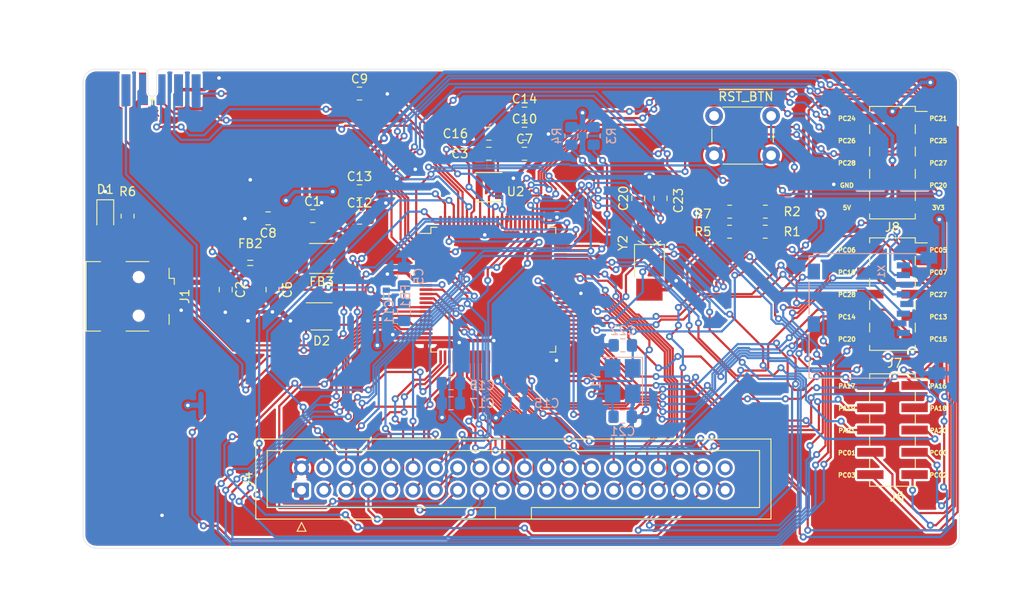
<source format=kicad_pcb>
(kicad_pcb (version 20171130) (host pcbnew "(5.1.5)-3")

  (general
    (thickness 1.6)
    (drawings 48)
    (tracks 1759)
    (zones 0)
    (modules 45)
    (nets 93)
  )

  (page A4)
  (layers
    (0 F.Cu signal)
    (31 B.Cu signal)
    (32 B.Adhes user)
    (33 F.Adhes user)
    (34 B.Paste user)
    (35 F.Paste user)
    (36 B.SilkS user)
    (37 F.SilkS user)
    (38 B.Mask user)
    (39 F.Mask user)
    (40 Dwgs.User user)
    (41 Cmts.User user)
    (42 Eco1.User user)
    (43 Eco2.User user)
    (44 Edge.Cuts user)
    (45 Margin user)
    (46 B.CrtYd user)
    (47 F.CrtYd user)
    (48 B.Fab user)
    (49 F.Fab user)
  )

  (setup
    (last_trace_width 0.25)
    (trace_clearance 0.0508)
    (zone_clearance 0.254)
    (zone_45_only no)
    (trace_min 0.2)
    (via_size 0.8)
    (via_drill 0.4)
    (via_min_size 0.4)
    (via_min_drill 0.3)
    (uvia_size 0.3)
    (uvia_drill 0.1)
    (uvias_allowed no)
    (uvia_min_size 0.2)
    (uvia_min_drill 0.1)
    (edge_width 0.05)
    (segment_width 0.2)
    (pcb_text_width 0.3)
    (pcb_text_size 1.5 1.5)
    (mod_edge_width 0.12)
    (mod_text_size 1 1)
    (mod_text_width 0.15)
    (pad_size 2 2)
    (pad_drill 1.1)
    (pad_to_mask_clearance 0)
    (aux_axis_origin 0 0)
    (visible_elements 7FFFFFFF)
    (pcbplotparams
      (layerselection 0x01c00_7ffffffe)
      (usegerberextensions true)
      (usegerberattributes true)
      (usegerberadvancedattributes true)
      (creategerberjobfile false)
      (excludeedgelayer false)
      (linewidth 0.100000)
      (plotframeref true)
      (viasonmask false)
      (mode 1)
      (useauxorigin false)
      (hpglpennumber 1)
      (hpglpenspeed 20)
      (hpglpendiameter 15.000000)
      (psnegative false)
      (psa4output false)
      (plotreference true)
      (plotvalue true)
      (plotinvisibletext false)
      (padsonsilk false)
      (subtractmaskfromsilk false)
      (outputformat 4)
      (mirror false)
      (drillshape 0)
      (scaleselection 1)
      (outputdirectory "gerbers/"))
  )

  (net 0 "")
  (net 1 GND)
  (net 2 +5V)
  (net 3 /VBUS_USB_RAW)
  (net 4 /VCC_MCU_VDDCORE)
  (net 5 +3V3)
  (net 6 /VCC_MCU_VDDANA)
  (net 7 "Net-(C6-Pad1)")
  (net 8 /~RESET)
  (net 9 /XOUT32)
  (net 10 /XOUT0)
  (net 11 /XIN0)
  (net 12 /XIN32)
  (net 13 "Net-(D1-Pad2)")
  (net 14 /USB_DM)
  (net 15 /USB_DP)
  (net 16 "Net-(J1-Pad6)")
  (net 17 /DBG_TX)
  (net 18 /DBG_RX)
  (net 19 /SWDIO)
  (net 20 /SWCLK)
  (net 21 /SWO)
  (net 22 /~TFT_cRST)
  (net 23 /TFT_D23)
  (net 24 /TFT_D21)
  (net 25 /TFT_D19)
  (net 26 /TFT_D17)
  (net 27 /TFT_D15)
  (net 28 /TFT_D13)
  (net 29 /TFT_D11)
  (net 30 /TFT_D9)
  (net 31 /TFT_D7)
  (net 32 /TFT_D5)
  (net 33 /TFT_D3)
  (net 34 /TFT_D1)
  (net 35 /TFT_TE)
  (net 36 /TFT_WR)
  (net 37 /TFT_DC)
  (net 38 /TFT_GPIO)
  (net 39 /I2C_SDA)
  (net 40 /TFT_WAKE)
  (net 41 /TFT_STANDBY)
  (net 42 /TFT_D22)
  (net 43 /TFT_D20)
  (net 44 /TFT_D18)
  (net 45 /TFT_D16)
  (net 46 /TFT_D14)
  (net 47 /TFT_D12)
  (net 48 /TFT_D10)
  (net 49 /TFT_D8)
  (net 50 /TFT_D6)
  (net 51 /TFT_D4)
  (net 52 /TFT_D2)
  (net 53 /TFT_D0)
  (net 54 /TFT_RD)
  (net 55 /~TFT_CS)
  (net 56 /~TFT_RST)
  (net 57 /TOUCH_INT)
  (net 58 /I2C_SCL)
  (net 59 /SD_CD)
  (net 60 /SD_MISO)
  (net 61 /SD_SCK)
  (net 62 /SD_MOSI)
  (net 63 /~SD_CS)
  (net 64 /DEV_GPIO_10)
  (net 65 /DEV_GPIO_9)
  (net 66 /DEV_GPIO_8)
  (net 67 /DEV_GPIO_7)
  (net 68 /DEV_GPIO_6)
  (net 69 /DEV_GPIO_5)
  (net 70 /DEV_GPIO_4)
  (net 71 /DEV_GPIO_3)
  (net 72 /DEV_GPIO_2)
  (net 73 /DEV_GPIO_1)
  (net 74 /DEV_GPIO_20)
  (net 75 /DEV_GPIO_19)
  (net 76 /DEV_GPIO_18)
  (net 77 /DEV_GPIO_17)
  (net 78 /DEV_GPIO_16)
  (net 79 /DEV_GPIO_15)
  (net 80 /DEV_GPIO_14)
  (net 81 /DEV_GPIO_13)
  (net 82 /DEV_GPIO_12)
  (net 83 /DEV_GPIO_11)
  (net 84 /DEV_GPIO_27)
  (net 85 /DEV_GPIO_26)
  (net 86 /DEV_GPIO_25)
  (net 87 /DEV_GPIO_24)
  (net 88 /DEV_GPIO_23)
  (net 89 /DEV_GPIO_22)
  (net 90 /DEV_GPIO_21)
  (net 91 /VCC_MCU_VSW)
  (net 92 "Net-(R2-Pad2)")

  (net_class Default "This is the default net class."
    (clearance 0.0508)
    (trace_width 0.25)
    (via_dia 0.8)
    (via_drill 0.4)
    (uvia_dia 0.3)
    (uvia_drill 0.1)
    (add_net /VBUS_USB_RAW)
    (add_net "Net-(C6-Pad1)")
    (add_net "Net-(J1-Pad4)")
    (add_net "Net-(J4-Pad40)")
    (add_net "Net-(U2-Pad20)")
    (add_net "Net-(U2-Pad47)")
    (add_net "Net-(U2-Pad87)")
    (add_net "Net-(X1-Pad1)")
    (add_net "Net-(X1-Pad8)")
    (add_net "Net-(X1-PadCD2)")
  )

  (net_class Default1 ""
    (clearance 0.0508)
    (trace_width 0.25)
    (via_dia 0.8)
    (via_drill 0.4)
    (uvia_dia 0.3)
    (uvia_drill 0.1)
    (add_net /DBG_RX)
    (add_net /DBG_TX)
    (add_net /DEV_GPIO_1)
    (add_net /DEV_GPIO_10)
    (add_net /DEV_GPIO_11)
    (add_net /DEV_GPIO_12)
    (add_net /DEV_GPIO_13)
    (add_net /DEV_GPIO_14)
    (add_net /DEV_GPIO_15)
    (add_net /DEV_GPIO_16)
    (add_net /DEV_GPIO_17)
    (add_net /DEV_GPIO_18)
    (add_net /DEV_GPIO_19)
    (add_net /DEV_GPIO_2)
    (add_net /DEV_GPIO_20)
    (add_net /DEV_GPIO_21)
    (add_net /DEV_GPIO_22)
    (add_net /DEV_GPIO_23)
    (add_net /DEV_GPIO_24)
    (add_net /DEV_GPIO_25)
    (add_net /DEV_GPIO_26)
    (add_net /DEV_GPIO_27)
    (add_net /DEV_GPIO_3)
    (add_net /DEV_GPIO_4)
    (add_net /DEV_GPIO_5)
    (add_net /DEV_GPIO_6)
    (add_net /DEV_GPIO_7)
    (add_net /DEV_GPIO_8)
    (add_net /DEV_GPIO_9)
    (add_net /I2C_SCL)
    (add_net /I2C_SDA)
    (add_net /SD_CD)
    (add_net /SD_MISO)
    (add_net /SD_MOSI)
    (add_net /SD_SCK)
    (add_net /SWCLK)
    (add_net /SWDIO)
    (add_net /SWO)
    (add_net /TFT_D0)
    (add_net /TFT_D1)
    (add_net /TFT_D10)
    (add_net /TFT_D11)
    (add_net /TFT_D12)
    (add_net /TFT_D13)
    (add_net /TFT_D14)
    (add_net /TFT_D15)
    (add_net /TFT_D16)
    (add_net /TFT_D17)
    (add_net /TFT_D18)
    (add_net /TFT_D19)
    (add_net /TFT_D2)
    (add_net /TFT_D20)
    (add_net /TFT_D21)
    (add_net /TFT_D22)
    (add_net /TFT_D23)
    (add_net /TFT_D3)
    (add_net /TFT_D4)
    (add_net /TFT_D5)
    (add_net /TFT_D6)
    (add_net /TFT_D7)
    (add_net /TFT_D8)
    (add_net /TFT_D9)
    (add_net /TFT_DC)
    (add_net /TFT_GPIO)
    (add_net /TFT_RD)
    (add_net /TFT_STANDBY)
    (add_net /TFT_TE)
    (add_net /TFT_WAKE)
    (add_net /TFT_WR)
    (add_net /TOUCH_INT)
    (add_net /USB_DM)
    (add_net /USB_DP)
    (add_net /VCC_MCU_VDDANA)
    (add_net /VCC_MCU_VDDCORE)
    (add_net /VCC_MCU_VSW)
    (add_net /XIN0)
    (add_net /XIN32)
    (add_net /XOUT0)
    (add_net /XOUT32)
    (add_net /~RESET)
    (add_net /~SD_CS)
    (add_net /~TFT_CS)
    (add_net /~TFT_RST)
    (add_net /~TFT_cRST)
    (add_net "Net-(D1-Pad2)")
    (add_net "Net-(J1-Pad6)")
    (add_net "Net-(R2-Pad2)")
  )

  (net_class Power ""
    (clearance 0.0508)
    (trace_width 0.4064)
    (via_dia 0.889)
    (via_drill 0.4064)
    (uvia_dia 0.3)
    (uvia_drill 0.1)
    (add_net +3V3)
    (add_net +5V)
    (add_net GND)
  )

  (module plib:DebugEdge_2x05 (layer F.Cu) (tedit 5F5EA31C) (tstamp 5FC4D587)
    (at 103.378 70.358)
    (path /5FEBC46D)
    (attr virtual)
    (fp_text reference J3 (at 0.05 -3.2 -90 unlocked) (layer F.Fab)
      (effects (font (size 0.5 0.5) (thickness 0.125)))
    )
    (fp_text value Conn_ARM_SWD_10_DEBUG (at -1.2 -2 180) (layer F.Fab)
      (effects (font (size 1 1) (thickness 0.15)))
    )
    (fp_poly (pts (xy -0.67 4.56) (xy -0.73 4.68) (xy -0.73 4.82) (xy -0.6 4.76)
      (xy -0.53 4.61) (xy -0.62 4.64)) (layer F.Mask) (width 0.001))
    (fp_line (start -0.58 4.54) (end -0.64 4.67) (layer F.Mask) (width 0.15))
    (fp_line (start -0.65 4.33) (end -0.58 4.53) (layer F.Mask) (width 0.15))
    (fp_line (start -1.01 5.46) (end -1.01 5.39) (layer F.Mask) (width 0.46))
    (fp_line (start -1.01 5.51) (end -1.01 4.74) (layer F.Mask) (width 0.32))
    (fp_line (start -1.09 5.4) (end -1.02 4.74) (layer F.Mask) (width 0.3))
    (fp_line (start -1.26 5.19) (end -1.54 5.52) (layer F.Mask) (width 0.15))
    (fp_line (start -1.54 5.71) (end -1.54 5.52) (layer F.Mask) (width 0.15))
    (fp_line (start -1.21 5.15) (end -1.58 5.15) (layer F.Mask) (width 0.15))
    (fp_line (start -1.75 5.36) (end -1.58 5.15) (layer F.Mask) (width 0.15))
    (fp_line (start -1.39 4.99) (end -1.13 5.04) (layer F.Mask) (width 0.15))
    (fp_line (start -1.39 4.99) (end -1.55 4.92) (layer F.Mask) (width 0.15))
    (fp_line (start -1.67 4.72) (end -1.56 4.91) (layer F.Mask) (width 0.15))
    (fp_poly (pts (xy -1.35 4.56) (xy -1.29 4.68) (xy -1.29 4.82) (xy -1.42 4.76)
      (xy -1.49 4.61) (xy -1.4 4.64)) (layer F.Mask) (width 0.001))
    (fp_line (start -1.44 4.54) (end -1.38 4.67) (layer F.Mask) (width 0.15))
    (fp_line (start -1.37 4.33) (end -1.44 4.53) (layer F.Mask) (width 0.15))
    (fp_line (start -0.93 5.4) (end -1 4.74) (layer F.Mask) (width 0.3))
    (fp_line (start -0.76 5.19) (end -0.48 5.52) (layer F.Mask) (width 0.15))
    (fp_line (start -0.48 5.71) (end -0.48 5.52) (layer F.Mask) (width 0.15))
    (fp_line (start -0.81 5.15) (end -0.44 5.15) (layer F.Mask) (width 0.15))
    (fp_line (start -0.27 5.36) (end -0.44 5.15) (layer F.Mask) (width 0.15))
    (fp_line (start -0.63 4.99) (end -0.89 5.04) (layer F.Mask) (width 0.15))
    (fp_line (start -0.63 4.99) (end -0.47 4.92) (layer F.Mask) (width 0.15))
    (fp_line (start -0.35 4.72) (end -0.46 4.91) (layer F.Mask) (width 0.15))
    (fp_line (start -1.01 5.46) (end -1.01 5.39) (layer F.Cu) (width 0.46))
    (fp_line (start -1.09 5.4) (end -1.02 4.74) (layer F.Cu) (width 0.3))
    (fp_line (start -1.26 5.19) (end -1.54 5.52) (layer F.Cu) (width 0.15))
    (fp_line (start -1.54 5.71) (end -1.54 5.52) (layer F.Cu) (width 0.15))
    (fp_line (start -1.21 5.15) (end -1.58 5.15) (layer F.Cu) (width 0.15))
    (fp_line (start -1.75 5.36) (end -1.58 5.15) (layer F.Cu) (width 0.15))
    (fp_line (start -1.39 4.99) (end -1.13 5.04) (layer F.Cu) (width 0.15))
    (fp_line (start -1.39 4.99) (end -1.55 4.92) (layer F.Cu) (width 0.15))
    (fp_line (start -1.67 4.72) (end -1.56 4.91) (layer F.Cu) (width 0.15))
    (fp_poly (pts (xy -1.35 4.56) (xy -1.29 4.68) (xy -1.29 4.82) (xy -1.42 4.76)
      (xy -1.49 4.61) (xy -1.4 4.64)) (layer F.Cu) (width 0.001))
    (fp_line (start -1.44 4.54) (end -1.38 4.67) (layer F.Cu) (width 0.15))
    (fp_line (start -1.37 4.33) (end -1.44 4.53) (layer F.Cu) (width 0.15))
    (fp_line (start 5 -0.5) (end 5 5) (layer B.CrtYd) (width 0.05))
    (fp_line (start -5 -0.5) (end 5 -0.5) (layer B.CrtYd) (width 0.05))
    (fp_line (start -5 5) (end -5 -0.5) (layer B.CrtYd) (width 0.05))
    (fp_line (start 5 5) (end -5 5) (layer B.CrtYd) (width 0.05))
    (fp_line (start -5 -0.5) (end -5 5) (layer F.CrtYd) (width 0.05))
    (fp_line (start 5 -0.5) (end -5 -0.5) (layer F.CrtYd) (width 0.05))
    (fp_line (start 5 5) (end 5 -0.5) (layer F.CrtYd) (width 0.05))
    (fp_line (start -5 5) (end 5 5) (layer F.CrtYd) (width 0.05))
    (fp_line (start 0 0) (end 5 0) (layer Edge.Cuts) (width 0.05))
    (fp_line (start -5 0) (end -2 0) (layer Edge.Cuts) (width 0.05))
    (fp_line (start -0.5 2.6) (end -0.5 0.5) (layer Edge.Cuts) (width 0.05))
    (fp_line (start -1.5 0.5) (end -1.5 2.6) (layer Edge.Cuts) (width 0.05))
    (fp_line (start -1 3.323) (end -1.2 3.523) (layer F.SilkS) (width 0.153))
    (fp_line (start -0.8 3.523) (end -1 3.323) (layer F.SilkS) (width 0.153))
    (fp_line (start -1 4.05) (end -1 3.323) (layer F.SilkS) (width 0.153))
    (fp_line (start -0.93 5.4) (end -1 4.74) (layer F.Cu) (width 0.3))
    (fp_line (start -0.76 5.19) (end -0.48 5.52) (layer F.Cu) (width 0.15))
    (fp_line (start -0.48 5.71) (end -0.48 5.52) (layer F.Cu) (width 0.15))
    (fp_line (start -0.81 5.15) (end -0.44 5.15) (layer F.Cu) (width 0.15))
    (fp_line (start -0.27 5.36) (end -0.44 5.15) (layer F.Cu) (width 0.15))
    (fp_line (start -0.63 4.99) (end -0.89 5.04) (layer F.Cu) (width 0.15))
    (fp_line (start -0.63 4.99) (end -0.47 4.92) (layer F.Cu) (width 0.15))
    (fp_line (start -0.35 4.72) (end -0.46 4.91) (layer F.Cu) (width 0.15))
    (fp_poly (pts (xy -0.67 4.56) (xy -0.73 4.68) (xy -0.73 4.82) (xy -0.6 4.76)
      (xy -0.53 4.61) (xy -0.62 4.64)) (layer F.Cu) (width 0.001))
    (fp_line (start -0.58 4.54) (end -0.64 4.67) (layer F.Cu) (width 0.15))
    (fp_line (start -0.65 4.33) (end -0.58 4.53) (layer F.Cu) (width 0.15))
    (fp_line (start -1.01 5.51) (end -1.01 4.74) (layer F.Cu) (width 0.32))
    (fp_arc (start -1 2.6) (end -1.5 2.6) (angle -180) (layer Edge.Cuts) (width 0.05))
    (fp_arc (start -2 0.5) (end -1.5 0.5) (angle -90) (layer Edge.Cuts) (width 0.05))
    (fp_arc (start 0 0.5) (end 0 0) (angle -90) (layer Edge.Cuts) (width 0.05))
    (pad 7 smd rect (at -4 2.35) (size 1 3.5) (layers F.Cu F.Mask)
      (net 17 /DBG_TX) (zone_connect 0))
    (pad 9 smd rect (at 4 2.35) (size 1 3.5) (layers F.Cu F.Mask)
      (net 1 GND) (zone_connect 0))
    (pad 8 smd custom (at -4 2.4 180) (size 1 3.6) (layers B.Cu B.Mask)
      (net 18 /DBG_RX) (zone_connect 0)
      (options (clearance outline) (anchor rect))
      (primitives
        (gr_poly (pts
           (xy 0.5 -1.8) (xy 0.5 -1.9) (xy -0.5 -1.8)) (width 0))
      ))
    (pad 6 smd custom (at 2 2.4 180) (size 1 3.6) (layers B.Cu B.Mask)
      (net 21 /SWO) (zone_connect 0)
      (options (clearance outline) (anchor rect))
      (primitives
        (gr_poly (pts
           (xy 0.5 -1.8) (xy -0.5 -1.9) (xy -0.5 -1.8)) (width 0))
      ))
    (pad 10 smd custom (at 4 2.5 180) (size 1 3.8) (layers B.Cu B.Mask)
      (net 8 /~RESET) (zone_connect 0)
      (options (clearance outline) (anchor rect))
      (primitives
        (gr_poly (pts
           (xy 0.5 -1.9) (xy -0.5 -2) (xy -0.5 -1.9)) (width 0))
      ))
    (pad 5 smd rect (at 2 2.35) (size 1 3.5) (layers F.Cu F.Mask)
      (net 1 GND) (zone_connect 0))
    (pad 3 smd custom (at -2 2.1 180) (size 0.4 0.4) (layers B.Cu B.Mask)
      (net 1 GND) (zone_connect 0)
      (options (clearance outline) (anchor rect))
      (primitives
        (gr_poly (pts
           (xy -0.3 -0.51) (xy -0.31 -0.62) (xy -0.33 -0.7) (xy -0.35 -0.76) (xy -0.37 -0.81)
           (xy -0.4 -0.86) (xy -0.44 -0.92) (xy -0.48 -0.97) (xy -0.5 -0.99) (xy -0.5 -1.9)
           (xy 0.5 -2) (xy 0.5 1.5) (xy -0.3 1.5)) (width 0))
      ))
    (pad 4 smd custom (at 0 2.1 180) (size 0.4 0.4) (layers B.Cu B.Mask)
      (net 20 /SWCLK) (zone_connect 0)
      (options (clearance outline) (anchor rect))
      (primitives
        (gr_poly (pts
           (xy 0.3 -0.51) (xy 0.31 -0.62) (xy 0.33 -0.7) (xy 0.35 -0.76) (xy 0.37 -0.81)
           (xy 0.4 -0.86) (xy 0.44 -0.92) (xy 0.48 -0.97) (xy 0.5 -0.99) (xy 0.5 -1.9)
           (xy -0.5 -2) (xy -0.5 1.5) (xy 0.3 1.5)) (width 0))
      ))
    (pad 2 smd custom (at 0 3.6) (size 1 1) (layers F.Cu F.Mask)
      (net 19 /SWDIO) (zone_connect 0)
      (options (clearance outline) (anchor rect))
      (primitives
        (gr_poly (pts
           (xy -0.3 -0.99) (xy -0.31 -0.88) (xy -0.33 -0.8) (xy -0.35 -0.74) (xy -0.37 -0.69)
           (xy -0.4 -0.64) (xy -0.44 -0.58) (xy -0.48 -0.53) (xy -0.5 -0.51) (xy -0.5 0.5)
           (xy 0.5 0.5) (xy 0.5 -3) (xy -0.3 -3)) (width 0))
      ))
    (pad 1 smd custom (at -2 3.6) (size 1 1) (layers F.Cu F.Mask)
      (net 5 +3V3) (zone_connect 0)
      (options (clearance outline) (anchor rect))
      (primitives
        (gr_poly (pts
           (xy 0.3 -0.99) (xy 0.31 -0.88) (xy 0.33 -0.8) (xy 0.35 -0.74) (xy 0.37 -0.69)
           (xy 0.4 -0.64) (xy 0.44 -0.58) (xy 0.48 -0.53) (xy 0.5 -0.51) (xy 0.5 0.5)
           (xy -0.5 0.5) (xy -0.5 -3.2) (xy 0.3 -3.2)) (width 0))
      ))
  )

  (module plib:MICROSD (layer B.Cu) (tedit 0) (tstamp 5FBE7D47)
    (at 177.292 91.44 270)
    (descr "Courtesy: Adafruit Industries")
    (path /5FC4F751)
    (fp_text reference X1 (at 1.18 -7.69 270) (layer B.SilkS)
      (effects (font (size 0.77216 0.77216) (thickness 0.146304)) (justify left top mirror))
    )
    (fp_text value MICROSD (at 1.18 -8.833 270) (layer B.Fab)
      (effects (font (size 0.38608 0.38608) (thickness 0.04064)) (justify left top mirror))
    )
    (fp_line (start 14.15 0.1) (end 14.15 -13.25) (layer B.SilkS) (width 0.127))
    (fp_line (start 9.1 0.1) (end 14.15 0.1) (layer B.SilkS) (width 0.127))
    (fp_line (start 3.15 0.1) (end 6.85 0.1) (layer B.SilkS) (width 0.127))
    (fp_line (start -0.05 -0.4) (end -0.05 -12.35) (layer B.SilkS) (width 0.127))
    (fp_line (start 0.2 -0.4) (end -0.05 -0.4) (layer B.SilkS) (width 0.127))
    (fp_line (start 0.2 0.1) (end 0.2 -0.4) (layer B.SilkS) (width 0.127))
    (fp_line (start 0.85 0.1) (end 0.2 0.1) (layer B.SilkS) (width 0.127))
    (fp_line (start 11.29 -19.52) (end 11.29 -16.67) (layer B.Fab) (width 0.1))
    (fp_line (start 1.14 -20.37) (end 10.44 -20.37) (layer B.Fab) (width 0.1))
    (fp_line (start 0.29 -16.72) (end 0.29 -19.52) (layer B.Fab) (width 0.1))
    (fp_line (start 1.14 -16.92) (end 10.44 -16.92) (layer B.Fab) (width 0.1))
    (fp_line (start 0.29 -15.92) (end 0.29 -16.07) (layer B.Fab) (width 0.1))
    (fp_line (start 11.29 -15.42) (end 11.29 -14.12) (layer B.Fab) (width 0.1))
    (fp_line (start 1.09 -16.17) (end 10.54 -16.17) (layer B.Fab) (width 0.1))
    (fp_line (start 0.34 -14.12) (end 0.34 -15.42) (layer B.Fab) (width 0.1))
    (fp_line (start 9.19 -11.17) (end 9.19 -9.82) (layer B.Fab) (width 0.1))
    (fp_line (start 8.79 -11.17) (end 9.19 -11.17) (layer B.Fab) (width 0.1))
    (fp_line (start 8.79 -9.77) (end 8.79 -11.17) (layer B.Fab) (width 0.1))
    (fp_line (start 8.09 -10.82) (end 8.09 -9.77) (layer B.Fab) (width 0.1))
    (fp_line (start 7.69 -10.82) (end 8.09 -10.82) (layer B.Fab) (width 0.1))
    (fp_line (start 7.69 -9.77) (end 7.69 -10.82) (layer B.Fab) (width 0.1))
    (fp_line (start 6.99 -11.22) (end 6.99 -9.82) (layer B.Fab) (width 0.1))
    (fp_line (start 6.59 -11.22) (end 6.99 -11.22) (layer B.Fab) (width 0.1))
    (fp_line (start 6.59 -9.77) (end 6.59 -11.22) (layer B.Fab) (width 0.1))
    (fp_line (start 5.89 -11.37) (end 5.54 -11.37) (layer B.Fab) (width 0.1))
    (fp_line (start 5.89 -9.92) (end 5.89 -11.37) (layer B.Fab) (width 0.1))
    (fp_line (start 6.24 -9.92) (end 6.24 -9.77) (layer B.Fab) (width 0.1))
    (fp_line (start 5.89 -9.92) (end 6.24 -9.92) (layer B.Fab) (width 0.1))
    (fp_line (start 5.49 -9.92) (end 5.89 -9.92) (layer B.Fab) (width 0.1))
    (fp_line (start 4.79 -11.22) (end 4.79 -9.92) (layer B.Fab) (width 0.1))
    (fp_line (start 4.39 -11.22) (end 4.79 -11.22) (layer B.Fab) (width 0.1))
    (fp_line (start 4.39 -9.77) (end 4.39 -11.22) (layer B.Fab) (width 0.1))
    (fp_line (start 3.74 -11.42) (end 3.74 -9.97) (layer B.Fab) (width 0.1))
    (fp_line (start 3.29 -11.42) (end 3.74 -11.42) (layer B.Fab) (width 0.1))
    (fp_line (start 3.29 -9.97) (end 3.29 -11.42) (layer B.Fab) (width 0.1))
    (fp_line (start 4.04 -9.97) (end 4.04 -9.77) (layer B.Fab) (width 0.1))
    (fp_line (start 3.74 -9.97) (end 4.04 -9.97) (layer B.Fab) (width 0.1))
    (fp_line (start 3.29 -9.97) (end 3.74 -9.97) (layer B.Fab) (width 0.1))
    (fp_line (start 2.94 -9.97) (end 3.29 -9.97) (layer B.Fab) (width 0.1))
    (fp_line (start 2.94 -9.77) (end 2.94 -9.97) (layer B.Fab) (width 0.1))
    (fp_line (start 2.59 -11.17) (end 2.59 -9.77) (layer B.Fab) (width 0.1))
    (fp_line (start 2.19 -11.17) (end 2.59 -11.17) (layer B.Fab) (width 0.1))
    (fp_line (start 2.19 -9.77) (end 2.19 -11.17) (layer B.Fab) (width 0.1))
    (fp_line (start 1.49 -11.17) (end 1.49 -9.77) (layer B.Fab) (width 0.1))
    (fp_line (start 1.09 -11.17) (end 1.49 -11.17) (layer B.Fab) (width 0.1))
    (fp_line (start 1.09 -9.82) (end 1.09 -11.17) (layer B.Fab) (width 0.1))
    (fp_line (start 8.39 -0.77) (end 8.39 -0.17) (layer B.Fab) (width 0.1))
    (fp_line (start 8.29 -0.77) (end 8.39 -0.77) (layer B.Fab) (width 0.1))
    (fp_line (start 7.19 -0.77) (end 7.19 -0.17) (layer B.Fab) (width 0.1))
    (fp_line (start 7.39 -0.77) (end 7.19 -0.77) (layer B.Fab) (width 0.1))
    (fp_line (start 8.29 -0.92) (end 8.54 -0.92) (layer B.Fab) (width 0.1))
    (fp_line (start 7.39 -0.92) (end 7.09 -0.92) (layer B.Fab) (width 0.1))
    (fp_line (start 7.14 -5.92) (end 8.44 -5.92) (layer B.Fab) (width 0.1))
    (fp_line (start 7.39 -0.47) (end 7.14 -5.92) (layer B.Fab) (width 0.1))
    (fp_line (start 7.39 -0.42) (end 7.39 -0.47) (layer B.Fab) (width 0.1))
    (fp_line (start 7.59 -1.27) (end 7.59 -0.32) (layer B.Fab) (width 0.1))
    (fp_line (start 7.79 -1.52) (end 7.84 -1.52) (layer B.Fab) (width 0.1))
    (fp_line (start 8.04 -0.32) (end 8.04 -1.27) (layer B.Fab) (width 0.1))
    (fp_line (start 8.24 -0.57) (end 8.24 -0.52) (layer B.Fab) (width 0.1))
    (fp_line (start 8.44 -5.92) (end 8.24 -0.57) (layer B.Fab) (width 0.1))
    (fp_line (start 8.74 -5.87) (end 8.74 -5.92) (layer B.Fab) (width 0.1))
    (fp_line (start 8.49 0.03) (end 8.74 -5.87) (layer B.Fab) (width 0.1))
    (fp_line (start 7.14 -0.12) (end 8.49 -0.12) (layer B.Fab) (width 0.1))
    (fp_line (start 6.84 -5.92) (end 7.09 0.03) (layer B.Fab) (width 0.1))
    (fp_line (start 2.69 -0.77) (end 2.69 -0.17) (layer B.Fab) (width 0.1))
    (fp_line (start 2.59 -0.77) (end 2.69 -0.77) (layer B.Fab) (width 0.1))
    (fp_line (start 1.49 -0.77) (end 1.49 -0.17) (layer B.Fab) (width 0.1))
    (fp_line (start 1.69 -0.77) (end 1.49 -0.77) (layer B.Fab) (width 0.1))
    (fp_line (start 2.59 -0.92) (end 2.84 -0.92) (layer B.Fab) (width 0.1))
    (fp_line (start 1.69 -0.92) (end 1.39 -0.92) (layer B.Fab) (width 0.1))
    (fp_line (start 1.44 -5.92) (end 2.74 -5.92) (layer B.Fab) (width 0.1))
    (fp_line (start 1.69 -0.47) (end 1.44 -5.92) (layer B.Fab) (width 0.1))
    (fp_line (start 1.69 -0.42) (end 1.69 -0.47) (layer B.Fab) (width 0.1))
    (fp_line (start 1.89 -1.27) (end 1.89 -0.32) (layer B.Fab) (width 0.1))
    (fp_line (start 2.09 -1.52) (end 2.14 -1.52) (layer B.Fab) (width 0.1))
    (fp_line (start 2.34 -0.32) (end 2.34 -1.27) (layer B.Fab) (width 0.1))
    (fp_line (start 2.54 -0.57) (end 2.54 -0.52) (layer B.Fab) (width 0.1))
    (fp_line (start 2.74 -5.92) (end 2.54 -0.57) (layer B.Fab) (width 0.1))
    (fp_line (start 3.04 -5.87) (end 3.04 -5.92) (layer B.Fab) (width 0.1))
    (fp_line (start 2.79 0.03) (end 3.04 -5.87) (layer B.Fab) (width 0.1))
    (fp_line (start 1.44 -0.12) (end 2.79 -0.12) (layer B.Fab) (width 0.1))
    (fp_line (start 1.14 -5.92) (end 1.39 0.03) (layer B.Fab) (width 0.1))
    (fp_line (start 9.99 -6.37) (end 9.99 -3.87) (layer B.Fab) (width 0.1))
    (fp_line (start 10.24 -6.57) (end 10.19 -6.57) (layer B.Fab) (width 0.1))
    (fp_line (start 10.49 -3.87) (end 10.49 -6.32) (layer B.Fab) (width 0.1))
    (fp_line (start 10.19 -3.67) (end 10.29 -3.67) (layer B.Fab) (width 0.1))
    (fp_line (start 0.94 -11.22) (end 0.94 -10.12) (layer B.Fab) (width 0.1))
    (fp_line (start 4.49 -11.57) (end 1.29 -11.57) (layer B.Fab) (width 0.1))
    (fp_line (start 4.84 -10.02) (end 4.84 -11.22) (layer B.Fab) (width 0.1))
    (fp_line (start 4.39 -9.77) (end 4.59 -9.77) (layer B.Fab) (width 0.1))
    (fp_line (start 4.04 -9.77) (end 4.39 -9.77) (layer B.Fab) (width 0.1))
    (fp_line (start 2.94 -9.77) (end 4.04 -9.77) (layer B.Fab) (width 0.1))
    (fp_line (start 2.59 -9.77) (end 2.94 -9.77) (layer B.Fab) (width 0.1))
    (fp_line (start 2.19 -9.77) (end 2.59 -9.77) (layer B.Fab) (width 0.1))
    (fp_line (start 1.49 -9.77) (end 2.19 -9.77) (layer B.Fab) (width 0.1))
    (fp_line (start 1.29 -9.77) (end 1.49 -9.77) (layer B.Fab) (width 0.1))
    (fp_line (start 5.44 -11.22) (end 5.44 -10.07) (layer B.Fab) (width 0.1))
    (fp_line (start 8.99 -11.57) (end 5.79 -11.57) (layer B.Fab) (width 0.1))
    (fp_line (start 9.34 -10.07) (end 9.34 -11.22) (layer B.Fab) (width 0.1))
    (fp_line (start 8.79 -9.77) (end 9.04 -9.77) (layer B.Fab) (width 0.1))
    (fp_line (start 8.09 -9.77) (end 8.79 -9.77) (layer B.Fab) (width 0.1))
    (fp_line (start 7.69 -9.77) (end 8.09 -9.77) (layer B.Fab) (width 0.1))
    (fp_line (start 6.59 -9.77) (end 7.69 -9.77) (layer B.Fab) (width 0.1))
    (fp_line (start 6.24 -9.77) (end 6.59 -9.77) (layer B.Fab) (width 0.1))
    (fp_line (start 5.74 -9.77) (end 6.24 -9.77) (layer B.Fab) (width 0.1))
    (fp_line (start 11.94 -6.47) (end 14.04 -6.47) (layer B.Fab) (width 0.1))
    (fp_line (start 11.59 -8.12) (end 11.59 -6.82) (layer B.Fab) (width 0.1))
    (fp_line (start 11.84 -8.37) (end 11.64 -8.17) (layer B.Fab) (width 0.1))
    (fp_line (start 11.84 -12.32) (end 11.84 -8.37) (layer B.Fab) (width 0.1))
    (fp_line (start 12.09 -12.52) (end 12.04 -12.52) (layer B.Fab) (width 0.1))
    (fp_line (start 12.44 -8.17) (end 12.29 -12.32) (layer B.Fab) (width 0.1))
    (fp_line (start 12.19 -7.97) (end 12.24 -7.97) (layer B.Fab) (width 0.1))
    (fp_line (start 12.04 -7.02) (end 12.04 -7.82) (layer B.Fab) (width 0.1))
    (fp_line (start 13.24 -6.87) (end 12.19 -6.87) (layer B.Fab) (width 0.1))
    (fp_line (start 13.39 -7.72) (end 13.39 -7.02) (layer B.Fab) (width 0.1))
    (fp_line (start 13.09 -12.32) (end 12.99 -8.12) (layer B.Fab) (width 0.1))
    (fp_line (start 14.04 -12.52) (end 13.29 -12.52) (layer B.Fab) (width 0.1))
    (fp_line (start 13.74 -14.17) (end 13.79 -14.17) (layer B.Fab) (width 0.1))
    (fp_line (start 13.59 -14.62) (end 13.59 -14.32) (layer B.Fab) (width 0.1))
    (fp_line (start 13.79 -14.77) (end 13.74 -14.77) (layer B.Fab) (width 0.1))
    (fp_line (start 13.94 -15.02) (end 13.94 -14.92) (layer B.Fab) (width 0.1))
    (fp_line (start 13.34 -13.82) (end 13.34 -15.12) (layer B.Fab) (width 0.1))
    (fp_line (start 13.64 -13.67) (end 13.64 -13.47) (layer B.Fab) (width 0.1))
    (fp_line (start 13.64 -13.67) (end 13.79 -13.67) (layer B.Fab) (width 0.1))
    (fp_line (start 12.99 -13.67) (end 13.64 -13.67) (layer B.Fab) (width 0.1))
    (fp_line (start 13.79 -13.47) (end 13.79 -13.67) (layer B.Fab) (width 0.1))
    (fp_line (start 11.34 -14.52) (end 10.84 -13.97) (layer B.Fab) (width 0.1))
    (fp_line (start 11.54 -14.52) (end 11.34 -14.52) (layer B.Fab) (width 0.1))
    (fp_line (start 11.49 -15.07) (end 11.34 -14.92) (layer B.Fab) (width 0.1))
    (fp_line (start 10.49 -14.92) (end 11.34 -14.92) (layer B.Fab) (width 0.1))
    (fp_line (start 10.99 -14.72) (end 10.49 -14.72) (layer B.Fab) (width 0.1))
    (fp_line (start 10.99 -14.72) (end 11.49 -14.72) (layer B.Fab) (width 0.1))
    (fp_line (start 10.49 -14.22) (end 10.99 -14.72) (layer B.Fab) (width 0.1))
    (fp_line (start 10.49 -13.87) (end 10.49 -14.22) (layer B.Fab) (width 0.1))
    (fp_line (start 10.49 -14.52) (end 10.74 -14.52) (layer B.Fab) (width 0.1))
    (fp_line (start 10.49 -14.72) (end 10.49 -14.52) (layer B.Fab) (width 0.1))
    (fp_line (start 10.49 -14.92) (end 10.49 -14.72) (layer B.Fab) (width 0.1))
    (fp_line (start 10.49 -15.12) (end 10.49 -14.92) (layer B.Fab) (width 0.1))
    (fp_line (start 9.54 -15.12) (end 9.54 -13.62) (layer B.Fab) (width 0.1))
    (fp_line (start 10.49 -15.12) (end 9.54 -15.12) (layer B.Fab) (width 0.1))
    (fp_line (start 11.79 -15.12) (end 10.49 -15.12) (layer B.Fab) (width 0.1))
    (fp_line (start 14.04 -2.32) (end 14.04 0.03) (layer B.Fab) (width 0.1))
    (fp_line (start 14.09 -2.32) (end 14.04 -2.32) (layer B.Fab) (width 0.1))
    (fp_line (start 14.09 -3.37) (end 14.09 -2.32) (layer B.Fab) (width 0.1))
    (fp_line (start 14.04 -3.37) (end 14.09 -3.37) (layer B.Fab) (width 0.1))
    (fp_line (start 14.04 -6.47) (end 14.04 -3.37) (layer B.Fab) (width 0.1))
    (fp_line (start 14.04 -7.52) (end 14.04 -6.47) (layer B.Fab) (width 0.1))
    (fp_line (start 14.09 -7.52) (end 14.04 -7.52) (layer B.Fab) (width 0.1))
    (fp_line (start 14.09 -8.57) (end 14.09 -7.52) (layer B.Fab) (width 0.1))
    (fp_line (start 14.04 -8.57) (end 14.09 -8.57) (layer B.Fab) (width 0.1))
    (fp_line (start 14.04 -11.52) (end 14.04 -8.57) (layer B.Fab) (width 0.1))
    (fp_line (start 14.09 -11.52) (end 14.04 -11.52) (layer B.Fab) (width 0.1))
    (fp_line (start 14.09 -12.52) (end 14.09 -11.52) (layer B.Fab) (width 0.1))
    (fp_line (start 14.04 -12.52) (end 14.09 -12.52) (layer B.Fab) (width 0.1))
    (fp_line (start 14.04 -13.42) (end 14.04 -12.52) (layer B.Fab) (width 0.1))
    (fp_line (start 13.14 -13.42) (end 14.04 -13.42) (layer B.Fab) (width 0.1))
    (fp_line (start 13.34 -13.82) (end 13.14 -13.82) (layer B.Fab) (width 0.1))
    (fp_line (start 13.74 -13.82) (end 13.34 -13.82) (layer B.Fab) (width 0.1))
    (fp_line (start 13.99 -14.87) (end 13.99 -14.07) (layer B.Fab) (width 0.1))
    (fp_line (start 13.34 -15.12) (end 13.74 -15.12) (layer B.Fab) (width 0.1))
    (fp_line (start 11.79 -15.12) (end 13.34 -15.12) (layer B.Fab) (width 0.1))
    (fp_line (start 11.54 -14.52) (end 11.54 -14.87) (layer B.Fab) (width 0.1))
    (fp_line (start 11.54 -14.27) (end 11.54 -14.52) (layer B.Fab) (width 0.1))
    (fp_line (start 0.04 -9.42) (end 0.04 -14.17) (layer B.Fab) (width 0.1))
    (fp_line (start -0.01 -9.42) (end 0.04 -9.42) (layer B.Fab) (width 0.1))
    (fp_line (start -0.01 -8.12) (end -0.01 -9.42) (layer B.Fab) (width 0.1))
    (fp_line (start 0.04 -8.12) (end -0.01 -8.12) (layer B.Fab) (width 0.1))
    (fp_line (start 0.04 -3.07) (end 0.04 -8.12) (layer B.Fab) (width 0.1))
    (fp_line (start -0.01 -3.07) (end 0.04 -3.07) (layer B.Fab) (width 0.1))
    (fp_line (start -0.01 -1.72) (end -0.01 -3.07) (layer B.Fab) (width 0.1))
    (fp_line (start 0.04 -1.72) (end -0.01 -1.72) (layer B.Fab) (width 0.1))
    (fp_line (start 0.04 -0.47) (end 0.04 -1.72) (layer B.Fab) (width 0.1))
    (fp_line (start 0.29 -0.47) (end 0.04 -0.47) (layer B.Fab) (width 0.1))
    (fp_line (start 0.29 0.03) (end 0.29 -0.47) (layer B.Fab) (width 0.1))
    (fp_line (start 1.39 0.03) (end 0.29 0.03) (layer B.Fab) (width 0.1))
    (fp_line (start 2.79 0.03) (end 1.39 0.03) (layer B.Fab) (width 0.1))
    (fp_line (start 10.39 0.03) (end 2.79 0.03) (layer B.Fab) (width 0.1))
    (fp_line (start 10.39 -0.27) (end 10.39 0.03) (layer B.Fab) (width 0.1))
    (fp_line (start 10.79 0.03) (end 10.79 -0.27) (layer B.Fab) (width 0.1))
    (fp_line (start 12.99 0.03) (end 10.79 0.03) (layer B.Fab) (width 0.1))
    (fp_line (start 12.99 -0.27) (end 12.99 0.03) (layer B.Fab) (width 0.1))
    (fp_line (start 13.39 0.03) (end 13.39 -0.27) (layer B.Fab) (width 0.1))
    (fp_line (start 14.04 0.03) (end 13.39 0.03) (layer B.Fab) (width 0.1))
    (fp_arc (start 10.44 -19.52) (end 10.44 -20.37) (angle 90) (layer B.Fab) (width 0.1))
    (fp_arc (start 1.14 -19.52) (end 0.29 -19.52) (angle 90) (layer B.Fab) (width 0.1))
    (fp_arc (start 10.44 -16.07) (end 10.44 -16.92) (angle 90) (layer B.Fab) (width 0.1))
    (fp_arc (start 1.14 -16.07) (end 0.29 -16.07) (angle 90) (layer B.Fab) (width 0.1))
    (fp_arc (start 10.54 -15.42) (end 10.54 -16.17) (angle 90) (layer B.Fab) (width 0.1))
    (fp_arc (start 1.09 -15.42) (end 0.34 -15.42) (angle 90) (layer B.Fab) (width 0.1))
    (fp_arc (start 7.54 -0.47) (end 7.59 -0.32) (angle 90) (layer B.Fab) (width 0.1))
    (fp_arc (start 7.84 -1.27) (end 7.84 -1.52) (angle -90) (layer B.Fab) (width 0.1))
    (fp_arc (start 7.79 -1.27) (end 8.04 -1.27) (angle -90) (layer B.Fab) (width 0.1))
    (fp_arc (start 8.04 -0.52) (end 8.24 -0.52) (angle 90) (layer B.Fab) (width 0.1))
    (fp_arc (start 8.59 -5.92) (end 8.59 -6.07) (angle -90) (layer B.Fab) (width 0.1))
    (fp_arc (start 8.59 -5.92) (end 8.74 -5.92) (angle -90) (layer B.Fab) (width 0.1))
    (fp_arc (start 6.99 -5.92) (end 6.99 -6.07) (angle -90) (layer B.Fab) (width 0.1))
    (fp_arc (start 6.99 -5.92) (end 7.14 -5.92) (angle -90) (layer B.Fab) (width 0.1))
    (fp_arc (start 1.84 -0.47) (end 1.89 -0.32) (angle 90) (layer B.Fab) (width 0.1))
    (fp_arc (start 2.14 -1.27) (end 2.14 -1.52) (angle -90) (layer B.Fab) (width 0.1))
    (fp_arc (start 2.09 -1.27) (end 2.34 -1.27) (angle -90) (layer B.Fab) (width 0.1))
    (fp_arc (start 2.34 -0.52) (end 2.54 -0.52) (angle 90) (layer B.Fab) (width 0.1))
    (fp_arc (start 2.89 -5.92) (end 2.89 -6.07) (angle -90) (layer B.Fab) (width 0.1))
    (fp_arc (start 2.89 -5.92) (end 3.04 -5.92) (angle -90) (layer B.Fab) (width 0.1))
    (fp_arc (start 1.29 -5.92) (end 1.29 -6.07) (angle -90) (layer B.Fab) (width 0.1))
    (fp_arc (start 1.29 -5.92) (end 1.44 -5.92) (angle -90) (layer B.Fab) (width 0.1))
    (fp_arc (start 10.19 -6.37) (end 10.19 -6.57) (angle -90) (layer B.Fab) (width 0.1))
    (fp_arc (start 10.24 -6.32) (end 10.49 -6.32) (angle -90) (layer B.Fab) (width 0.1))
    (fp_arc (start 10.29 -3.87) (end 10.29 -3.67) (angle -90) (layer B.Fab) (width 0.1))
    (fp_arc (start 10.19 -3.87) (end 9.99 -3.87) (angle -90) (layer B.Fab) (width 0.1))
    (fp_arc (start 1.29 -10.12) (end 0.94 -10.12) (angle -90) (layer B.Fab) (width 0.1))
    (fp_arc (start 1.29 -11.22) (end 1.29 -11.57) (angle -90) (layer B.Fab) (width 0.1))
    (fp_arc (start 4.49 -11.22) (end 4.84 -11.22) (angle -90) (layer B.Fab) (width 0.1))
    (fp_arc (start 4.59 -10.02) (end 4.59 -9.77) (angle -90) (layer B.Fab) (width 0.1))
    (fp_arc (start 5.74 -10.07) (end 5.44 -10.07) (angle -90) (layer B.Fab) (width 0.1))
    (fp_arc (start 5.79 -11.22) (end 5.79 -11.57) (angle -90) (layer B.Fab) (width 0.1))
    (fp_arc (start 8.99 -11.22) (end 9.34 -11.22) (angle -90) (layer B.Fab) (width 0.1))
    (fp_arc (start 9.04 -10.07) (end 9.04 -9.77) (angle -90) (layer B.Fab) (width 0.1))
    (fp_arc (start 11.94 -6.82) (end 11.59 -6.82) (angle -90) (layer B.Fab) (width 0.1))
    (fp_arc (start 11.64 -8.12) (end 11.64 -8.17) (angle -90) (layer B.Fab) (width 0.1))
    (fp_arc (start 12.04 -12.32) (end 12.04 -12.52) (angle -90) (layer B.Fab) (width 0.1))
    (fp_arc (start 12.09 -12.32) (end 12.29 -12.32) (angle -90) (layer B.Fab) (width 0.1))
    (fp_arc (start 12.24 -8.17) (end 12.24 -7.97) (angle -90) (layer B.Fab) (width 0.1))
    (fp_arc (start 12.19 -7.82) (end 12.04 -7.82) (angle 90) (layer B.Fab) (width 0.1))
    (fp_arc (start 12.19 -7.02) (end 12.19 -6.87) (angle 90) (layer B.Fab) (width 0.1))
    (fp_arc (start 13.24 -7.02) (end 13.39 -7.02) (angle 90) (layer B.Fab) (width 0.1))
    (fp_arc (start 13.14 -7.72) (end 13.14 -7.97) (angle 90) (layer B.Fab) (width 0.1))
    (fp_arc (start 13.14 -8.12) (end 12.99 -8.12) (angle -90) (layer B.Fab) (width 0.1))
    (fp_arc (start 13.29 -12.32) (end 13.29 -12.52) (angle -90) (layer B.Fab) (width 0.1))
    (fp_arc (start 13.74 -14.02) (end 13.94 -14.02) (angle 90) (layer B.Fab) (width 0.1))
    (fp_arc (start 13.79 -14.02) (end 13.79 -14.17) (angle 90) (layer B.Fab) (width 0.1))
    (fp_arc (start 13.74 -14.32) (end 13.59 -14.32) (angle -90) (layer B.Fab) (width 0.1))
    (fp_arc (start 13.74 -14.62) (end 13.74 -14.77) (angle -90) (layer B.Fab) (width 0.1))
    (fp_arc (start 13.79 -14.92) (end 13.94 -14.92) (angle 90) (layer B.Fab) (width 0.1))
    (fp_arc (start 11.49 -14.92) (end 11.34 -14.92) (angle -90) (layer B.Fab) (width 0.1))
    (fp_arc (start 13.14 -13.62) (end 12.94 -13.62) (angle -90) (layer B.Fab) (width 0.1))
    (fp_arc (start 13.14 -13.62) (end 13.14 -13.82) (angle -90) (layer B.Fab) (width 0.1))
    (fp_arc (start 13.74 -14.07) (end 13.99 -14.07) (angle 90) (layer B.Fab) (width 0.1))
    (fp_arc (start 13.74 -14.87) (end 13.94 -15.02) (angle 36.869898) (layer B.Fab) (width 0.1))
    (fp_arc (start 13.739999 -14.869999) (end 13.74 -15.12) (angle 53.130102) (layer B.Fab) (width 0.1))
    (fp_arc (start 11.79 -14.87) (end 11.54 -14.87) (angle 90) (layer B.Fab) (width 0.1))
    (fp_arc (start 11.44 -14.27) (end 11.44 -14.17) (angle -90) (layer B.Fab) (width 0.1))
    (fp_arc (start 5.74 -29.830621) (end 0.04 -14.17) (angle -40) (layer B.Fab) (width 0.1))
    (fp_arc (start 10.59 -0.27) (end 10.59 -0.47) (angle -90) (layer B.Fab) (width 0.1))
    (fp_arc (start 10.59 -0.27) (end 10.79 -0.27) (angle -90) (layer B.Fab) (width 0.1))
    (fp_arc (start 13.19 -0.27) (end 13.19 -0.47) (angle -90) (layer B.Fab) (width 0.1))
    (fp_arc (start 13.19 -0.27) (end 13.39 -0.27) (angle -90) (layer B.Fab) (width 0.1))
    (pad 1 smd rect (at 9 -10.64 270) (size 0.7 1.5) (layers B.Cu B.Paste B.Mask)
      (solder_mask_margin 0.0508))
    (pad 2 smd rect (at 7.9 -10.24 270) (size 0.7 1.5) (layers B.Cu B.Paste B.Mask)
      (net 63 /~SD_CS) (solder_mask_margin 0.0508))
    (pad 3 smd rect (at 6.8 -10.64 270) (size 0.7 1.5) (layers B.Cu B.Paste B.Mask)
      (net 62 /SD_MOSI) (solder_mask_margin 0.0508))
    (pad 4 smd rect (at 5.7 -11.04 270) (size 0.7 1.5) (layers B.Cu B.Paste B.Mask)
      (net 5 +3V3) (solder_mask_margin 0.0508))
    (pad 5 smd rect (at 4.6 -10.64 270) (size 0.7 1.5) (layers B.Cu B.Paste B.Mask)
      (net 61 /SD_SCK) (solder_mask_margin 0.0508))
    (pad 6 smd rect (at 3.5 -11.04 270) (size 0.7 1.5) (layers B.Cu B.Paste B.Mask)
      (net 1 GND) (solder_mask_margin 0.0508))
    (pad 7 smd rect (at 2.4 -10.64 270) (size 0.7 1.5) (layers B.Cu B.Paste B.Mask)
      (net 60 /SD_MISO) (solder_mask_margin 0.0508))
    (pad 8 smd rect (at 1.3 -10.64 270) (size 0.7 1.5) (layers B.Cu B.Paste B.Mask)
      (solder_mask_margin 0.0508))
    (pad CD2 smd rect (at 8 -0.44 180) (size 1.4 1.8) (layers B.Cu B.Paste B.Mask)
      (solder_mask_margin 0.0508))
    (pad CD1 smd rect (at 2 -0.44 180) (size 1.4 1.8) (layers B.Cu B.Paste B.Mask)
      (net 59 /SD_CD) (solder_mask_margin 0.0508))
    (pad MT2 smd rect (at 13.6 -14.44 270) (size 1.4 1.9) (layers B.Cu B.Paste B.Mask)
      (net 1 GND) (solder_mask_margin 0.0508))
    (pad MT1 smd rect (at 0.4 -13.54 270) (size 1.4 1.9) (layers B.Cu B.Paste B.Mask)
      (net 1 GND) (solder_mask_margin 0.0508))
    (model ${PENG3D}/1660_v1.step
      (offset (xyz 6 -7.5 1))
      (scale (xyz 1 1 1))
      (rotate (xyz 90 90 0))
    )
  )

  (module Connector_PinSocket_2.54mm:PinSocket_2x05_P2.54mm_Vertical_SMD (layer F.Cu) (tedit 5A19A425) (tstamp 5FBD2C50)
    (at 186.69 81.026)
    (descr "surface-mounted straight socket strip, 2x05, 2.54mm pitch, double cols (from Kicad 4.0.7), script generated")
    (tags "Surface mounted socket strip SMD 2x05 2.54mm double row")
    (path /60C2016A)
    (attr smd)
    (fp_text reference J8 (at 0 7.366) (layer F.SilkS)
      (effects (font (size 1 1) (thickness 0.15)))
    )
    (fp_text value DEV_IO_2 (at 0 7.85) (layer F.Fab)
      (effects (font (size 1 1) (thickness 0.15)))
    )
    (fp_line (start -2.6 -6.41) (end 2.6 -6.41) (layer F.SilkS) (width 0.12))
    (fp_line (start 2.6 -6.41) (end 2.6 -5.84) (layer F.SilkS) (width 0.12))
    (fp_line (start 2.6 -4.32) (end 2.6 -3.3) (layer F.SilkS) (width 0.12))
    (fp_line (start 2.6 -1.78) (end 2.6 -0.76) (layer F.SilkS) (width 0.12))
    (fp_line (start 2.6 0.76) (end 2.6 1.78) (layer F.SilkS) (width 0.12))
    (fp_line (start 2.6 3.3) (end 2.6 4.32) (layer F.SilkS) (width 0.12))
    (fp_line (start 2.6 5.84) (end 2.6 6.41) (layer F.SilkS) (width 0.12))
    (fp_line (start -2.6 6.41) (end 2.6 6.41) (layer F.SilkS) (width 0.12))
    (fp_line (start -2.6 -6.41) (end -2.6 -5.84) (layer F.SilkS) (width 0.12))
    (fp_line (start -2.6 -4.32) (end -2.6 -3.3) (layer F.SilkS) (width 0.12))
    (fp_line (start -2.6 -1.78) (end -2.6 -0.76) (layer F.SilkS) (width 0.12))
    (fp_line (start -2.6 0.76) (end -2.6 1.78) (layer F.SilkS) (width 0.12))
    (fp_line (start -2.6 3.3) (end -2.6 4.32) (layer F.SilkS) (width 0.12))
    (fp_line (start -2.6 5.84) (end -2.6 6.41) (layer F.SilkS) (width 0.12))
    (fp_line (start 2.6 -5.84) (end 3.96 -5.84) (layer F.SilkS) (width 0.12))
    (fp_line (start -2.54 -6.35) (end 1.54 -6.35) (layer F.Fab) (width 0.1))
    (fp_line (start 1.54 -6.35) (end 2.54 -5.35) (layer F.Fab) (width 0.1))
    (fp_line (start 2.54 -5.35) (end 2.54 6.35) (layer F.Fab) (width 0.1))
    (fp_line (start 2.54 6.35) (end -2.54 6.35) (layer F.Fab) (width 0.1))
    (fp_line (start -2.54 6.35) (end -2.54 -6.35) (layer F.Fab) (width 0.1))
    (fp_line (start -3.92 -5.4) (end -2.54 -5.4) (layer F.Fab) (width 0.1))
    (fp_line (start -2.54 -4.76) (end -3.92 -4.76) (layer F.Fab) (width 0.1))
    (fp_line (start -3.92 -4.76) (end -3.92 -5.4) (layer F.Fab) (width 0.1))
    (fp_line (start 2.54 -5.4) (end 3.92 -5.4) (layer F.Fab) (width 0.1))
    (fp_line (start 3.92 -5.4) (end 3.92 -4.76) (layer F.Fab) (width 0.1))
    (fp_line (start 3.92 -4.76) (end 2.54 -4.76) (layer F.Fab) (width 0.1))
    (fp_line (start -3.92 -2.86) (end -2.54 -2.86) (layer F.Fab) (width 0.1))
    (fp_line (start -2.54 -2.22) (end -3.92 -2.22) (layer F.Fab) (width 0.1))
    (fp_line (start -3.92 -2.22) (end -3.92 -2.86) (layer F.Fab) (width 0.1))
    (fp_line (start 2.54 -2.86) (end 3.92 -2.86) (layer F.Fab) (width 0.1))
    (fp_line (start 3.92 -2.86) (end 3.92 -2.22) (layer F.Fab) (width 0.1))
    (fp_line (start 3.92 -2.22) (end 2.54 -2.22) (layer F.Fab) (width 0.1))
    (fp_line (start -3.92 -0.32) (end -2.54 -0.32) (layer F.Fab) (width 0.1))
    (fp_line (start -2.54 0.32) (end -3.92 0.32) (layer F.Fab) (width 0.1))
    (fp_line (start -3.92 0.32) (end -3.92 -0.32) (layer F.Fab) (width 0.1))
    (fp_line (start 2.54 -0.32) (end 3.92 -0.32) (layer F.Fab) (width 0.1))
    (fp_line (start 3.92 -0.32) (end 3.92 0.32) (layer F.Fab) (width 0.1))
    (fp_line (start 3.92 0.32) (end 2.54 0.32) (layer F.Fab) (width 0.1))
    (fp_line (start -3.92 2.22) (end -2.54 2.22) (layer F.Fab) (width 0.1))
    (fp_line (start -2.54 2.86) (end -3.92 2.86) (layer F.Fab) (width 0.1))
    (fp_line (start -3.92 2.86) (end -3.92 2.22) (layer F.Fab) (width 0.1))
    (fp_line (start 2.54 2.22) (end 3.92 2.22) (layer F.Fab) (width 0.1))
    (fp_line (start 3.92 2.22) (end 3.92 2.86) (layer F.Fab) (width 0.1))
    (fp_line (start 3.92 2.86) (end 2.54 2.86) (layer F.Fab) (width 0.1))
    (fp_line (start -3.92 4.76) (end -2.54 4.76) (layer F.Fab) (width 0.1))
    (fp_line (start -2.54 5.4) (end -3.92 5.4) (layer F.Fab) (width 0.1))
    (fp_line (start -3.92 5.4) (end -3.92 4.76) (layer F.Fab) (width 0.1))
    (fp_line (start 2.54 4.76) (end 3.92 4.76) (layer F.Fab) (width 0.1))
    (fp_line (start 3.92 4.76) (end 3.92 5.4) (layer F.Fab) (width 0.1))
    (fp_line (start 3.92 5.4) (end 2.54 5.4) (layer F.Fab) (width 0.1))
    (fp_line (start -4.55 -6.85) (end 4.5 -6.85) (layer F.CrtYd) (width 0.05))
    (fp_line (start 4.5 -6.85) (end 4.5 6.85) (layer F.CrtYd) (width 0.05))
    (fp_line (start 4.5 6.85) (end -4.55 6.85) (layer F.CrtYd) (width 0.05))
    (fp_line (start -4.55 6.85) (end -4.55 -6.85) (layer F.CrtYd) (width 0.05))
    (fp_text user %R (at 0 0 90) (layer F.Fab)
      (effects (font (size 1 1) (thickness 0.15)))
    )
    (pad 10 smd rect (at -2.52 5.08) (size 3 1) (layers F.Cu F.Paste F.Mask)
      (net 2 +5V))
    (pad 9 smd rect (at 2.52 5.08) (size 3 1) (layers F.Cu F.Paste F.Mask)
      (net 5 +3V3))
    (pad 8 smd rect (at -2.52 2.54) (size 3 1) (layers F.Cu F.Paste F.Mask)
      (net 1 GND))
    (pad 7 smd rect (at 2.52 2.54) (size 3 1) (layers F.Cu F.Paste F.Mask)
      (net 84 /DEV_GPIO_27))
    (pad 6 smd rect (at -2.52 0) (size 3 1) (layers F.Cu F.Paste F.Mask)
      (net 85 /DEV_GPIO_26))
    (pad 5 smd rect (at 2.52 0) (size 3 1) (layers F.Cu F.Paste F.Mask)
      (net 86 /DEV_GPIO_25))
    (pad 4 smd rect (at -2.52 -2.54) (size 3 1) (layers F.Cu F.Paste F.Mask)
      (net 87 /DEV_GPIO_24))
    (pad 3 smd rect (at 2.52 -2.54) (size 3 1) (layers F.Cu F.Paste F.Mask)
      (net 88 /DEV_GPIO_23))
    (pad 2 smd rect (at -2.52 -5.08) (size 3 1) (layers F.Cu F.Paste F.Mask)
      (net 89 /DEV_GPIO_22))
    (pad 1 smd rect (at 2.52 -5.08) (size 3 1) (layers F.Cu F.Paste F.Mask)
      (net 90 /DEV_GPIO_21))
    (model ${KISYS3DMOD}/Connector_PinSocket_2.54mm.3dshapes/PinSocket_2x05_P2.54mm_Vertical_SMD.wrl
      (at (xyz 0 0 0))
      (scale (xyz 1 1 1))
      (rotate (xyz 0 0 0))
    )
  )

  (module Connector_PinSocket_2.54mm:PinSocket_2x05_P2.54mm_Vertical_SMD (layer F.Cu) (tedit 5A19A425) (tstamp 5FBD2C30)
    (at 186.69 96.012)
    (descr "surface-mounted straight socket strip, 2x05, 2.54mm pitch, double cols (from Kicad 4.0.7), script generated")
    (tags "Surface mounted socket strip SMD 2x05 2.54mm double row")
    (path /60BF1379)
    (attr smd)
    (fp_text reference J7 (at 0.254 7.874) (layer F.SilkS)
      (effects (font (size 1 1) (thickness 0.15)))
    )
    (fp_text value DEV_IO_1 (at 0 7.85) (layer F.Fab)
      (effects (font (size 1 1) (thickness 0.15)))
    )
    (fp_line (start -2.6 -6.41) (end 2.6 -6.41) (layer F.SilkS) (width 0.12))
    (fp_line (start 2.6 -6.41) (end 2.6 -5.84) (layer F.SilkS) (width 0.12))
    (fp_line (start 2.6 -4.32) (end 2.6 -3.3) (layer F.SilkS) (width 0.12))
    (fp_line (start 2.6 -1.78) (end 2.6 -0.76) (layer F.SilkS) (width 0.12))
    (fp_line (start 2.6 0.76) (end 2.6 1.78) (layer F.SilkS) (width 0.12))
    (fp_line (start 2.6 3.3) (end 2.6 4.32) (layer F.SilkS) (width 0.12))
    (fp_line (start 2.6 5.84) (end 2.6 6.41) (layer F.SilkS) (width 0.12))
    (fp_line (start -2.6 6.41) (end 2.6 6.41) (layer F.SilkS) (width 0.12))
    (fp_line (start -2.6 -6.41) (end -2.6 -5.84) (layer F.SilkS) (width 0.12))
    (fp_line (start -2.6 -4.32) (end -2.6 -3.3) (layer F.SilkS) (width 0.12))
    (fp_line (start -2.6 -1.78) (end -2.6 -0.76) (layer F.SilkS) (width 0.12))
    (fp_line (start -2.6 0.76) (end -2.6 1.78) (layer F.SilkS) (width 0.12))
    (fp_line (start -2.6 3.3) (end -2.6 4.32) (layer F.SilkS) (width 0.12))
    (fp_line (start -2.6 5.84) (end -2.6 6.41) (layer F.SilkS) (width 0.12))
    (fp_line (start 2.6 -5.84) (end 3.96 -5.84) (layer F.SilkS) (width 0.12))
    (fp_line (start -2.54 -6.35) (end 1.54 -6.35) (layer F.Fab) (width 0.1))
    (fp_line (start 1.54 -6.35) (end 2.54 -5.35) (layer F.Fab) (width 0.1))
    (fp_line (start 2.54 -5.35) (end 2.54 6.35) (layer F.Fab) (width 0.1))
    (fp_line (start 2.54 6.35) (end -2.54 6.35) (layer F.Fab) (width 0.1))
    (fp_line (start -2.54 6.35) (end -2.54 -6.35) (layer F.Fab) (width 0.1))
    (fp_line (start -3.92 -5.4) (end -2.54 -5.4) (layer F.Fab) (width 0.1))
    (fp_line (start -2.54 -4.76) (end -3.92 -4.76) (layer F.Fab) (width 0.1))
    (fp_line (start -3.92 -4.76) (end -3.92 -5.4) (layer F.Fab) (width 0.1))
    (fp_line (start 2.54 -5.4) (end 3.92 -5.4) (layer F.Fab) (width 0.1))
    (fp_line (start 3.92 -5.4) (end 3.92 -4.76) (layer F.Fab) (width 0.1))
    (fp_line (start 3.92 -4.76) (end 2.54 -4.76) (layer F.Fab) (width 0.1))
    (fp_line (start -3.92 -2.86) (end -2.54 -2.86) (layer F.Fab) (width 0.1))
    (fp_line (start -2.54 -2.22) (end -3.92 -2.22) (layer F.Fab) (width 0.1))
    (fp_line (start -3.92 -2.22) (end -3.92 -2.86) (layer F.Fab) (width 0.1))
    (fp_line (start 2.54 -2.86) (end 3.92 -2.86) (layer F.Fab) (width 0.1))
    (fp_line (start 3.92 -2.86) (end 3.92 -2.22) (layer F.Fab) (width 0.1))
    (fp_line (start 3.92 -2.22) (end 2.54 -2.22) (layer F.Fab) (width 0.1))
    (fp_line (start -3.92 -0.32) (end -2.54 -0.32) (layer F.Fab) (width 0.1))
    (fp_line (start -2.54 0.32) (end -3.92 0.32) (layer F.Fab) (width 0.1))
    (fp_line (start -3.92 0.32) (end -3.92 -0.32) (layer F.Fab) (width 0.1))
    (fp_line (start 2.54 -0.32) (end 3.92 -0.32) (layer F.Fab) (width 0.1))
    (fp_line (start 3.92 -0.32) (end 3.92 0.32) (layer F.Fab) (width 0.1))
    (fp_line (start 3.92 0.32) (end 2.54 0.32) (layer F.Fab) (width 0.1))
    (fp_line (start -3.92 2.22) (end -2.54 2.22) (layer F.Fab) (width 0.1))
    (fp_line (start -2.54 2.86) (end -3.92 2.86) (layer F.Fab) (width 0.1))
    (fp_line (start -3.92 2.86) (end -3.92 2.22) (layer F.Fab) (width 0.1))
    (fp_line (start 2.54 2.22) (end 3.92 2.22) (layer F.Fab) (width 0.1))
    (fp_line (start 3.92 2.22) (end 3.92 2.86) (layer F.Fab) (width 0.1))
    (fp_line (start 3.92 2.86) (end 2.54 2.86) (layer F.Fab) (width 0.1))
    (fp_line (start -3.92 4.76) (end -2.54 4.76) (layer F.Fab) (width 0.1))
    (fp_line (start -2.54 5.4) (end -3.92 5.4) (layer F.Fab) (width 0.1))
    (fp_line (start -3.92 5.4) (end -3.92 4.76) (layer F.Fab) (width 0.1))
    (fp_line (start 2.54 4.76) (end 3.92 4.76) (layer F.Fab) (width 0.1))
    (fp_line (start 3.92 4.76) (end 3.92 5.4) (layer F.Fab) (width 0.1))
    (fp_line (start 3.92 5.4) (end 2.54 5.4) (layer F.Fab) (width 0.1))
    (fp_line (start -4.55 -6.85) (end 4.5 -6.85) (layer F.CrtYd) (width 0.05))
    (fp_line (start 4.5 -6.85) (end 4.5 6.85) (layer F.CrtYd) (width 0.05))
    (fp_line (start 4.5 6.85) (end -4.55 6.85) (layer F.CrtYd) (width 0.05))
    (fp_line (start -4.55 6.85) (end -4.55 -6.85) (layer F.CrtYd) (width 0.05))
    (fp_text user %R (at 0 0 90) (layer F.Fab)
      (effects (font (size 1 1) (thickness 0.15)))
    )
    (pad 10 smd rect (at -2.52 5.08) (size 3 1) (layers F.Cu F.Paste F.Mask)
      (net 74 /DEV_GPIO_20))
    (pad 9 smd rect (at 2.52 5.08) (size 3 1) (layers F.Cu F.Paste F.Mask)
      (net 75 /DEV_GPIO_19))
    (pad 8 smd rect (at -2.52 2.54) (size 3 1) (layers F.Cu F.Paste F.Mask)
      (net 76 /DEV_GPIO_18))
    (pad 7 smd rect (at 2.52 2.54) (size 3 1) (layers F.Cu F.Paste F.Mask)
      (net 77 /DEV_GPIO_17))
    (pad 6 smd rect (at -2.52 0) (size 3 1) (layers F.Cu F.Paste F.Mask)
      (net 78 /DEV_GPIO_16))
    (pad 5 smd rect (at 2.52 0) (size 3 1) (layers F.Cu F.Paste F.Mask)
      (net 79 /DEV_GPIO_15))
    (pad 4 smd rect (at -2.52 -2.54) (size 3 1) (layers F.Cu F.Paste F.Mask)
      (net 80 /DEV_GPIO_14))
    (pad 3 smd rect (at 2.52 -2.54) (size 3 1) (layers F.Cu F.Paste F.Mask)
      (net 81 /DEV_GPIO_13))
    (pad 2 smd rect (at -2.52 -5.08) (size 3 1) (layers F.Cu F.Paste F.Mask)
      (net 82 /DEV_GPIO_12))
    (pad 1 smd rect (at 2.52 -5.08) (size 3 1) (layers F.Cu F.Paste F.Mask)
      (net 83 /DEV_GPIO_11))
    (model ${KISYS3DMOD}/Connector_PinSocket_2.54mm.3dshapes/PinSocket_2x05_P2.54mm_Vertical_SMD.wrl
      (at (xyz 0 0 0))
      (scale (xyz 1 1 1))
      (rotate (xyz 0 0 0))
    )
  )

  (module Connector_PinSocket_2.54mm:PinSocket_2x05_P2.54mm_Vertical_SMD (layer F.Cu) (tedit 5A19A425) (tstamp 5FBD2C10)
    (at 186.69 111.506)
    (descr "surface-mounted straight socket strip, 2x05, 2.54mm pitch, double cols (from Kicad 4.0.7), script generated")
    (tags "Surface mounted socket strip SMD 2x05 2.54mm double row")
    (path /60BA0FC2)
    (attr smd)
    (fp_text reference J6 (at 0.508 7.62) (layer F.SilkS)
      (effects (font (size 1 1) (thickness 0.15)))
    )
    (fp_text value DEV_IO_0 (at 0 7.85) (layer F.Fab)
      (effects (font (size 1 1) (thickness 0.15)))
    )
    (fp_line (start -2.6 -6.41) (end 2.6 -6.41) (layer F.SilkS) (width 0.12))
    (fp_line (start 2.6 -6.41) (end 2.6 -5.84) (layer F.SilkS) (width 0.12))
    (fp_line (start 2.6 -4.32) (end 2.6 -3.3) (layer F.SilkS) (width 0.12))
    (fp_line (start 2.6 -1.78) (end 2.6 -0.76) (layer F.SilkS) (width 0.12))
    (fp_line (start 2.6 0.76) (end 2.6 1.78) (layer F.SilkS) (width 0.12))
    (fp_line (start 2.6 3.3) (end 2.6 4.32) (layer F.SilkS) (width 0.12))
    (fp_line (start 2.6 5.84) (end 2.6 6.41) (layer F.SilkS) (width 0.12))
    (fp_line (start -2.6 6.41) (end 2.6 6.41) (layer F.SilkS) (width 0.12))
    (fp_line (start -2.6 -6.41) (end -2.6 -5.84) (layer F.SilkS) (width 0.12))
    (fp_line (start -2.6 -4.32) (end -2.6 -3.3) (layer F.SilkS) (width 0.12))
    (fp_line (start -2.6 -1.78) (end -2.6 -0.76) (layer F.SilkS) (width 0.12))
    (fp_line (start -2.6 0.76) (end -2.6 1.78) (layer F.SilkS) (width 0.12))
    (fp_line (start -2.6 3.3) (end -2.6 4.32) (layer F.SilkS) (width 0.12))
    (fp_line (start -2.6 5.84) (end -2.6 6.41) (layer F.SilkS) (width 0.12))
    (fp_line (start 2.6 -5.84) (end 3.96 -5.84) (layer F.SilkS) (width 0.12))
    (fp_line (start -2.54 -6.35) (end 1.54 -6.35) (layer F.Fab) (width 0.1))
    (fp_line (start 1.54 -6.35) (end 2.54 -5.35) (layer F.Fab) (width 0.1))
    (fp_line (start 2.54 -5.35) (end 2.54 6.35) (layer F.Fab) (width 0.1))
    (fp_line (start 2.54 6.35) (end -2.54 6.35) (layer F.Fab) (width 0.1))
    (fp_line (start -2.54 6.35) (end -2.54 -6.35) (layer F.Fab) (width 0.1))
    (fp_line (start -3.92 -5.4) (end -2.54 -5.4) (layer F.Fab) (width 0.1))
    (fp_line (start -2.54 -4.76) (end -3.92 -4.76) (layer F.Fab) (width 0.1))
    (fp_line (start -3.92 -4.76) (end -3.92 -5.4) (layer F.Fab) (width 0.1))
    (fp_line (start 2.54 -5.4) (end 3.92 -5.4) (layer F.Fab) (width 0.1))
    (fp_line (start 3.92 -5.4) (end 3.92 -4.76) (layer F.Fab) (width 0.1))
    (fp_line (start 3.92 -4.76) (end 2.54 -4.76) (layer F.Fab) (width 0.1))
    (fp_line (start -3.92 -2.86) (end -2.54 -2.86) (layer F.Fab) (width 0.1))
    (fp_line (start -2.54 -2.22) (end -3.92 -2.22) (layer F.Fab) (width 0.1))
    (fp_line (start -3.92 -2.22) (end -3.92 -2.86) (layer F.Fab) (width 0.1))
    (fp_line (start 2.54 -2.86) (end 3.92 -2.86) (layer F.Fab) (width 0.1))
    (fp_line (start 3.92 -2.86) (end 3.92 -2.22) (layer F.Fab) (width 0.1))
    (fp_line (start 3.92 -2.22) (end 2.54 -2.22) (layer F.Fab) (width 0.1))
    (fp_line (start -3.92 -0.32) (end -2.54 -0.32) (layer F.Fab) (width 0.1))
    (fp_line (start -2.54 0.32) (end -3.92 0.32) (layer F.Fab) (width 0.1))
    (fp_line (start -3.92 0.32) (end -3.92 -0.32) (layer F.Fab) (width 0.1))
    (fp_line (start 2.54 -0.32) (end 3.92 -0.32) (layer F.Fab) (width 0.1))
    (fp_line (start 3.92 -0.32) (end 3.92 0.32) (layer F.Fab) (width 0.1))
    (fp_line (start 3.92 0.32) (end 2.54 0.32) (layer F.Fab) (width 0.1))
    (fp_line (start -3.92 2.22) (end -2.54 2.22) (layer F.Fab) (width 0.1))
    (fp_line (start -2.54 2.86) (end -3.92 2.86) (layer F.Fab) (width 0.1))
    (fp_line (start -3.92 2.86) (end -3.92 2.22) (layer F.Fab) (width 0.1))
    (fp_line (start 2.54 2.22) (end 3.92 2.22) (layer F.Fab) (width 0.1))
    (fp_line (start 3.92 2.22) (end 3.92 2.86) (layer F.Fab) (width 0.1))
    (fp_line (start 3.92 2.86) (end 2.54 2.86) (layer F.Fab) (width 0.1))
    (fp_line (start -3.92 4.76) (end -2.54 4.76) (layer F.Fab) (width 0.1))
    (fp_line (start -2.54 5.4) (end -3.92 5.4) (layer F.Fab) (width 0.1))
    (fp_line (start -3.92 5.4) (end -3.92 4.76) (layer F.Fab) (width 0.1))
    (fp_line (start 2.54 4.76) (end 3.92 4.76) (layer F.Fab) (width 0.1))
    (fp_line (start 3.92 4.76) (end 3.92 5.4) (layer F.Fab) (width 0.1))
    (fp_line (start 3.92 5.4) (end 2.54 5.4) (layer F.Fab) (width 0.1))
    (fp_line (start -4.55 -6.85) (end 4.5 -6.85) (layer F.CrtYd) (width 0.05))
    (fp_line (start 4.5 -6.85) (end 4.5 6.85) (layer F.CrtYd) (width 0.05))
    (fp_line (start 4.5 6.85) (end -4.55 6.85) (layer F.CrtYd) (width 0.05))
    (fp_line (start -4.55 6.85) (end -4.55 -6.85) (layer F.CrtYd) (width 0.05))
    (fp_text user %R (at 0 0 90) (layer F.Fab)
      (effects (font (size 1 1) (thickness 0.15)))
    )
    (pad 10 smd rect (at -2.52 5.08) (size 3 1) (layers F.Cu F.Paste F.Mask)
      (net 64 /DEV_GPIO_10))
    (pad 9 smd rect (at 2.52 5.08) (size 3 1) (layers F.Cu F.Paste F.Mask)
      (net 65 /DEV_GPIO_9))
    (pad 8 smd rect (at -2.52 2.54) (size 3 1) (layers F.Cu F.Paste F.Mask)
      (net 66 /DEV_GPIO_8))
    (pad 7 smd rect (at 2.52 2.54) (size 3 1) (layers F.Cu F.Paste F.Mask)
      (net 67 /DEV_GPIO_7))
    (pad 6 smd rect (at -2.52 0) (size 3 1) (layers F.Cu F.Paste F.Mask)
      (net 68 /DEV_GPIO_6))
    (pad 5 smd rect (at 2.52 0) (size 3 1) (layers F.Cu F.Paste F.Mask)
      (net 69 /DEV_GPIO_5))
    (pad 4 smd rect (at -2.52 -2.54) (size 3 1) (layers F.Cu F.Paste F.Mask)
      (net 70 /DEV_GPIO_4))
    (pad 3 smd rect (at 2.52 -2.54) (size 3 1) (layers F.Cu F.Paste F.Mask)
      (net 71 /DEV_GPIO_3))
    (pad 2 smd rect (at -2.52 -5.08) (size 3 1) (layers F.Cu F.Paste F.Mask)
      (net 72 /DEV_GPIO_2))
    (pad 1 smd rect (at 2.52 -5.08) (size 3 1) (layers F.Cu F.Paste F.Mask)
      (net 73 /DEV_GPIO_1))
    (model ${KISYS3DMOD}/Connector_PinSocket_2.54mm.3dshapes/PinSocket_2x05_P2.54mm_Vertical_SMD.wrl
      (at (xyz 0 0 0))
      (scale (xyz 1 1 1))
      (rotate (xyz 0 0 0))
    )
  )

  (module Crystal:Crystal_SMD_MicroCrystal_MS1V-T1K (layer F.Cu) (tedit 5A1AD604) (tstamp 5FBD2DFE)
    (at 159.004 92.456)
    (descr "SMD Watch Crystal MicroCrystal MS1V-T1K 6.1mm length 2.0mm diameter http://www.microcrystal.com/images/_Product-Documentation/03_TF_metal_Packages/01_Datasheet/MS1V-T1K.pdf")
    (tags ['MS1V-T1K'])
    (path /60E2AE1C)
    (attr smd)
    (fp_text reference Y2 (at -3.02 -2.275 90) (layer F.SilkS)
      (effects (font (size 1 1) (thickness 0.15)))
    )
    (fp_text value Crystal_GND3 (at 3.02 -2.275 90) (layer F.Fab)
      (effects (font (size 1 1) (thickness 0.15)))
    )
    (fp_line (start 2.1 -4.63) (end -2.1 -4.63) (layer F.CrtYd) (width 0.05))
    (fp_line (start 2.1 4.57) (end 2.1 -4.63) (layer F.CrtYd) (width 0.05))
    (fp_line (start -2.1 4.57) (end 2.1 4.57) (layer F.CrtYd) (width 0.05))
    (fp_line (start -2.1 -4.63) (end -2.1 4.57) (layer F.CrtYd) (width 0.05))
    (fp_line (start 1.27 -2.5) (end 1.27 -2.5) (layer F.SilkS) (width 0.12))
    (fp_line (start 0.5 -2.1) (end 1.27 -2.5) (layer F.SilkS) (width 0.12))
    (fp_line (start -1.27 -2.5) (end -1.27 -2.5) (layer F.SilkS) (width 0.12))
    (fp_line (start -0.5 -2.1) (end -1.27 -2.5) (layer F.SilkS) (width 0.12))
    (fp_line (start 1.7 -2.1) (end 1.7 1.6) (layer F.SilkS) (width 0.12))
    (fp_line (start -1.7 -2.1) (end 1.7 -2.1) (layer F.SilkS) (width 0.12))
    (fp_line (start -1.7 1.6) (end -1.7 -2.1) (layer F.SilkS) (width 0.12))
    (fp_line (start 1.27 -2.7) (end 1.27 -3.5) (layer F.Fab) (width 0.1))
    (fp_line (start 0.5 -1.9) (end 1.27 -2.7) (layer F.Fab) (width 0.1))
    (fp_line (start -1.27 -2.7) (end -1.27 -3.5) (layer F.Fab) (width 0.1))
    (fp_line (start -0.5 -1.9) (end -1.27 -2.7) (layer F.Fab) (width 0.1))
    (fp_line (start 1 -1.9) (end -1 -1.9) (layer F.Fab) (width 0.1))
    (fp_line (start 1 4.2) (end 1 -1.9) (layer F.Fab) (width 0.1))
    (fp_line (start -1 4.2) (end 1 4.2) (layer F.Fab) (width 0.1))
    (fp_line (start -1 -1.9) (end -1 4.2) (layer F.Fab) (width 0.1))
    (fp_text user %R (at 0 0.35) (layer F.Fab)
      (effects (font (size 0.6 0.6) (thickness 0.09)))
    )
    (pad 3 smd rect (at 0 3.05) (size 3 2.5) (layers F.Cu F.Paste F.Mask)
      (net 1 GND))
    (pad 2 smd rect (at 1.27 -3.5) (size 1 1.6) (layers F.Cu F.Paste F.Mask)
      (net 12 /XIN32))
    (pad 1 smd rect (at -1.27 -3.5) (size 1 1.6) (layers F.Cu F.Paste F.Mask)
      (net 9 /XOUT32))
    (model ${KISYS3DMOD}/Crystal.3dshapes/Crystal_SMD_MicroCrystal_MS1V-T1K.wrl
      (offset (xyz 0 0.224999996200839 0))
      (scale (xyz 1 1 1))
      (rotate (xyz 0 0 0))
    )
  )

  (module Crystal:Crystal_SMD_3225-4Pin_3.2x2.5mm_HandSoldering (layer B.Cu) (tedit 5A0FD1B2) (tstamp 5FBD2DE3)
    (at 155.956 105.918 270)
    (descr "SMD Crystal SERIES SMD3225/4 http://www.txccrystal.com/images/pdf/7m-accuracy.pdf, hand-soldering, 3.2x2.5mm^2 package")
    (tags "SMD SMT crystal hand-soldering")
    (path /5FE380D8)
    (attr smd)
    (fp_text reference Y1 (at 0 3.05 270) (layer B.SilkS)
      (effects (font (size 1 1) (thickness 0.15)) (justify mirror))
    )
    (fp_text value CX3225CA12000D0KPSC1 (at 0 -3.05 270) (layer B.Fab)
      (effects (font (size 1 1) (thickness 0.15)) (justify mirror))
    )
    (fp_line (start 2.8 2.3) (end -2.8 2.3) (layer B.CrtYd) (width 0.05))
    (fp_line (start 2.8 -2.3) (end 2.8 2.3) (layer B.CrtYd) (width 0.05))
    (fp_line (start -2.8 -2.3) (end 2.8 -2.3) (layer B.CrtYd) (width 0.05))
    (fp_line (start -2.8 2.3) (end -2.8 -2.3) (layer B.CrtYd) (width 0.05))
    (fp_line (start -2.7 -2.25) (end 2.7 -2.25) (layer B.SilkS) (width 0.12))
    (fp_line (start -2.7 2.25) (end -2.7 -2.25) (layer B.SilkS) (width 0.12))
    (fp_line (start -1.6 -0.25) (end -0.6 -1.25) (layer B.Fab) (width 0.1))
    (fp_line (start 1.6 1.25) (end -1.6 1.25) (layer B.Fab) (width 0.1))
    (fp_line (start 1.6 -1.25) (end 1.6 1.25) (layer B.Fab) (width 0.1))
    (fp_line (start -1.6 -1.25) (end 1.6 -1.25) (layer B.Fab) (width 0.1))
    (fp_line (start -1.6 1.25) (end -1.6 -1.25) (layer B.Fab) (width 0.1))
    (fp_text user %R (at 0 0 270) (layer B.Fab)
      (effects (font (size 0.7 0.7) (thickness 0.105)) (justify mirror))
    )
    (pad 4 smd rect (at -1.45 1.15 270) (size 2.1 1.8) (layers B.Cu B.Paste B.Mask)
      (net 1 GND))
    (pad 3 smd rect (at 1.45 1.15 270) (size 2.1 1.8) (layers B.Cu B.Paste B.Mask)
      (net 10 /XOUT0))
    (pad 2 smd rect (at 1.45 -1.15 270) (size 2.1 1.8) (layers B.Cu B.Paste B.Mask)
      (net 1 GND))
    (pad 1 smd rect (at -1.45 -1.15 270) (size 2.1 1.8) (layers B.Cu B.Paste B.Mask)
      (net 11 /XIN0))
    (model ${KISYS3DMOD}/Crystal.3dshapes/Crystal_SMD_3225-4Pin_3.2x2.5mm_HandSoldering.wrl
      (at (xyz 0 0 0))
      (scale (xyz 1 1 1))
      (rotate (xyz 0 0 0))
    )
  )

  (module Package_QFP:TQFP-100_14x14mm_P0.5mm (layer F.Cu) (tedit 5D9F72B1) (tstamp 5FBD2DCF)
    (at 141.224 95.504)
    (descr "TQFP, 100 Pin (http://www.microsemi.com/index.php?option=com_docman&task=doc_download&gid=131095), generated with kicad-footprint-generator ipc_gullwing_generator.py")
    (tags "TQFP QFP")
    (path /5FC80879)
    (attr smd)
    (fp_text reference U2 (at 2.54 -11.176) (layer F.SilkS)
      (effects (font (size 1 1) (thickness 0.15)))
    )
    (fp_text value ATSAME54N19A-A (at 0 9.35) (layer F.Fab)
      (effects (font (size 1 1) (thickness 0.15)))
    )
    (fp_line (start 8.65 6.4) (end 8.65 0) (layer F.CrtYd) (width 0.05))
    (fp_line (start 7.25 6.4) (end 8.65 6.4) (layer F.CrtYd) (width 0.05))
    (fp_line (start 7.25 7.25) (end 7.25 6.4) (layer F.CrtYd) (width 0.05))
    (fp_line (start 6.4 7.25) (end 7.25 7.25) (layer F.CrtYd) (width 0.05))
    (fp_line (start 6.4 8.65) (end 6.4 7.25) (layer F.CrtYd) (width 0.05))
    (fp_line (start 0 8.65) (end 6.4 8.65) (layer F.CrtYd) (width 0.05))
    (fp_line (start -8.65 6.4) (end -8.65 0) (layer F.CrtYd) (width 0.05))
    (fp_line (start -7.25 6.4) (end -8.65 6.4) (layer F.CrtYd) (width 0.05))
    (fp_line (start -7.25 7.25) (end -7.25 6.4) (layer F.CrtYd) (width 0.05))
    (fp_line (start -6.4 7.25) (end -7.25 7.25) (layer F.CrtYd) (width 0.05))
    (fp_line (start -6.4 8.65) (end -6.4 7.25) (layer F.CrtYd) (width 0.05))
    (fp_line (start 0 8.65) (end -6.4 8.65) (layer F.CrtYd) (width 0.05))
    (fp_line (start 8.65 -6.4) (end 8.65 0) (layer F.CrtYd) (width 0.05))
    (fp_line (start 7.25 -6.4) (end 8.65 -6.4) (layer F.CrtYd) (width 0.05))
    (fp_line (start 7.25 -7.25) (end 7.25 -6.4) (layer F.CrtYd) (width 0.05))
    (fp_line (start 6.4 -7.25) (end 7.25 -7.25) (layer F.CrtYd) (width 0.05))
    (fp_line (start 6.4 -8.65) (end 6.4 -7.25) (layer F.CrtYd) (width 0.05))
    (fp_line (start 0 -8.65) (end 6.4 -8.65) (layer F.CrtYd) (width 0.05))
    (fp_line (start -8.65 -6.4) (end -8.65 0) (layer F.CrtYd) (width 0.05))
    (fp_line (start -7.25 -6.4) (end -8.65 -6.4) (layer F.CrtYd) (width 0.05))
    (fp_line (start -7.25 -7.25) (end -7.25 -6.4) (layer F.CrtYd) (width 0.05))
    (fp_line (start -6.4 -7.25) (end -7.25 -7.25) (layer F.CrtYd) (width 0.05))
    (fp_line (start -6.4 -8.65) (end -6.4 -7.25) (layer F.CrtYd) (width 0.05))
    (fp_line (start 0 -8.65) (end -6.4 -8.65) (layer F.CrtYd) (width 0.05))
    (fp_line (start -7 -6) (end -6 -7) (layer F.Fab) (width 0.1))
    (fp_line (start -7 7) (end -7 -6) (layer F.Fab) (width 0.1))
    (fp_line (start 7 7) (end -7 7) (layer F.Fab) (width 0.1))
    (fp_line (start 7 -7) (end 7 7) (layer F.Fab) (width 0.1))
    (fp_line (start -6 -7) (end 7 -7) (layer F.Fab) (width 0.1))
    (fp_line (start -7.11 -6.41) (end -8.4 -6.41) (layer F.SilkS) (width 0.12))
    (fp_line (start -7.11 -7.11) (end -7.11 -6.41) (layer F.SilkS) (width 0.12))
    (fp_line (start -6.41 -7.11) (end -7.11 -7.11) (layer F.SilkS) (width 0.12))
    (fp_line (start 7.11 -7.11) (end 7.11 -6.41) (layer F.SilkS) (width 0.12))
    (fp_line (start 6.41 -7.11) (end 7.11 -7.11) (layer F.SilkS) (width 0.12))
    (fp_line (start -7.11 7.11) (end -7.11 6.41) (layer F.SilkS) (width 0.12))
    (fp_line (start -6.41 7.11) (end -7.11 7.11) (layer F.SilkS) (width 0.12))
    (fp_line (start 7.11 7.11) (end 7.11 6.41) (layer F.SilkS) (width 0.12))
    (fp_line (start 6.41 7.11) (end 7.11 7.11) (layer F.SilkS) (width 0.12))
    (fp_text user %R (at 0 0) (layer F.Fab)
      (effects (font (size 1 1) (thickness 0.15)))
    )
    (pad 100 smd roundrect (at -6 -7.6625) (size 0.3 1.475) (layers F.Cu F.Paste F.Mask) (roundrect_rratio 0.25)
      (net 33 /TFT_D3))
    (pad 99 smd roundrect (at -5.5 -7.6625) (size 0.3 1.475) (layers F.Cu F.Paste F.Mask) (roundrect_rratio 0.25)
      (net 52 /TFT_D2))
    (pad 98 smd roundrect (at -5 -7.6625) (size 0.3 1.475) (layers F.Cu F.Paste F.Mask) (roundrect_rratio 0.25)
      (net 34 /TFT_D1))
    (pad 97 smd roundrect (at -4.5 -7.6625) (size 0.3 1.475) (layers F.Cu F.Paste F.Mask) (roundrect_rratio 0.25)
      (net 53 /TFT_D0))
    (pad 96 smd roundrect (at -4 -7.6625) (size 0.3 1.475) (layers F.Cu F.Paste F.Mask) (roundrect_rratio 0.25)
      (net 84 /DEV_GPIO_27))
    (pad 95 smd roundrect (at -3.5 -7.6625) (size 0.3 1.475) (layers F.Cu F.Paste F.Mask) (roundrect_rratio 0.25)
      (net 21 /SWO))
    (pad 94 smd roundrect (at -3 -7.6625) (size 0.3 1.475) (layers F.Cu F.Paste F.Mask) (roundrect_rratio 0.25)
      (net 19 /SWDIO))
    (pad 93 smd roundrect (at -2.5 -7.6625) (size 0.3 1.475) (layers F.Cu F.Paste F.Mask) (roundrect_rratio 0.25)
      (net 20 /SWCLK))
    (pad 92 smd roundrect (at -2 -7.6625) (size 0.3 1.475) (layers F.Cu F.Paste F.Mask) (roundrect_rratio 0.25)
      (net 5 +3V3))
    (pad 91 smd roundrect (at -1.5 -7.6625) (size 0.3 1.475) (layers F.Cu F.Paste F.Mask) (roundrect_rratio 0.25)
      (net 91 /VCC_MCU_VSW))
    (pad 90 smd roundrect (at -1 -7.6625) (size 0.3 1.475) (layers F.Cu F.Paste F.Mask) (roundrect_rratio 0.25)
      (net 1 GND))
    (pad 89 smd roundrect (at -0.5 -7.6625) (size 0.3 1.475) (layers F.Cu F.Paste F.Mask) (roundrect_rratio 0.25)
      (net 4 /VCC_MCU_VDDCORE))
    (pad 88 smd roundrect (at 0 -7.6625) (size 0.3 1.475) (layers F.Cu F.Paste F.Mask) (roundrect_rratio 0.25)
      (net 8 /~RESET))
    (pad 87 smd roundrect (at 0.5 -7.6625) (size 0.3 1.475) (layers F.Cu F.Paste F.Mask) (roundrect_rratio 0.25))
    (pad 86 smd roundrect (at 1 -7.6625) (size 0.3 1.475) (layers F.Cu F.Paste F.Mask) (roundrect_rratio 0.25)
      (net 85 /DEV_GPIO_26))
    (pad 85 smd roundrect (at 1.5 -7.6625) (size 0.3 1.475) (layers F.Cu F.Paste F.Mask) (roundrect_rratio 0.25)
      (net 86 /DEV_GPIO_25))
    (pad 84 smd roundrect (at 2 -7.6625) (size 0.3 1.475) (layers F.Cu F.Paste F.Mask) (roundrect_rratio 0.25)
      (net 87 /DEV_GPIO_24))
    (pad 83 smd roundrect (at 2.5 -7.6625) (size 0.3 1.475) (layers F.Cu F.Paste F.Mask) (roundrect_rratio 0.25)
      (net 88 /DEV_GPIO_23))
    (pad 82 smd roundrect (at 3 -7.6625) (size 0.3 1.475) (layers F.Cu F.Paste F.Mask) (roundrect_rratio 0.25)
      (net 89 /DEV_GPIO_22))
    (pad 81 smd roundrect (at 3.5 -7.6625) (size 0.3 1.475) (layers F.Cu F.Paste F.Mask) (roundrect_rratio 0.25)
      (net 54 /TFT_RD))
    (pad 80 smd roundrect (at 4 -7.6625) (size 0.3 1.475) (layers F.Cu F.Paste F.Mask) (roundrect_rratio 0.25)
      (net 36 /TFT_WR))
    (pad 79 smd roundrect (at 4.5 -7.6625) (size 0.3 1.475) (layers F.Cu F.Paste F.Mask) (roundrect_rratio 0.25)
      (net 23 /TFT_D23))
    (pad 78 smd roundrect (at 5 -7.6625) (size 0.3 1.475) (layers F.Cu F.Paste F.Mask) (roundrect_rratio 0.25)
      (net 42 /TFT_D22))
    (pad 77 smd roundrect (at 5.5 -7.6625) (size 0.3 1.475) (layers F.Cu F.Paste F.Mask) (roundrect_rratio 0.25)
      (net 5 +3V3))
    (pad 76 smd roundrect (at 6 -7.6625) (size 0.3 1.475) (layers F.Cu F.Paste F.Mask) (roundrect_rratio 0.25)
      (net 1 GND))
    (pad 75 smd roundrect (at 7.6625 -6) (size 1.475 0.3) (layers F.Cu F.Paste F.Mask) (roundrect_rratio 0.25)
      (net 15 /USB_DP))
    (pad 74 smd roundrect (at 7.6625 -5.5) (size 1.475 0.3) (layers F.Cu F.Paste F.Mask) (roundrect_rratio 0.25)
      (net 14 /USB_DM))
    (pad 73 smd roundrect (at 7.6625 -5) (size 1.475 0.3) (layers F.Cu F.Paste F.Mask) (roundrect_rratio 0.25)
      (net 58 /I2C_SCL))
    (pad 72 smd roundrect (at 7.6625 -4.5) (size 1.475 0.3) (layers F.Cu F.Paste F.Mask) (roundrect_rratio 0.25)
      (net 39 /I2C_SDA))
    (pad 71 smd roundrect (at 7.6625 -4) (size 1.475 0.3) (layers F.Cu F.Paste F.Mask) (roundrect_rratio 0.25)
      (net 68 /DEV_GPIO_6))
    (pad 70 smd roundrect (at 7.6625 -3.5) (size 1.475 0.3) (layers F.Cu F.Paste F.Mask) (roundrect_rratio 0.25)
      (net 69 /DEV_GPIO_5))
    (pad 69 smd roundrect (at 7.6625 -3) (size 1.475 0.3) (layers F.Cu F.Paste F.Mask) (roundrect_rratio 0.25)
      (net 24 /TFT_D21))
    (pad 68 smd roundrect (at 7.6625 -2.5) (size 1.475 0.3) (layers F.Cu F.Paste F.Mask) (roundrect_rratio 0.25)
      (net 43 /TFT_D20))
    (pad 67 smd roundrect (at 7.6625 -2) (size 1.475 0.3) (layers F.Cu F.Paste F.Mask) (roundrect_rratio 0.25)
      (net 25 /TFT_D19))
    (pad 66 smd roundrect (at 7.6625 -1.5) (size 1.475 0.3) (layers F.Cu F.Paste F.Mask) (roundrect_rratio 0.25)
      (net 44 /TFT_D18))
    (pad 65 smd roundrect (at 7.6625 -1) (size 1.475 0.3) (layers F.Cu F.Paste F.Mask) (roundrect_rratio 0.25)
      (net 26 /TFT_D17))
    (pad 64 smd roundrect (at 7.6625 -0.5) (size 1.475 0.3) (layers F.Cu F.Paste F.Mask) (roundrect_rratio 0.25)
      (net 45 /TFT_D16))
    (pad 63 smd roundrect (at 7.6625 0) (size 1.475 0.3) (layers F.Cu F.Paste F.Mask) (roundrect_rratio 0.25)
      (net 5 +3V3))
    (pad 62 smd roundrect (at 7.6625 0.5) (size 1.475 0.3) (layers F.Cu F.Paste F.Mask) (roundrect_rratio 0.25)
      (net 1 GND))
    (pad 61 smd roundrect (at 7.6625 1) (size 1.475 0.3) (layers F.Cu F.Paste F.Mask) (roundrect_rratio 0.25)
      (net 90 /DEV_GPIO_21))
    (pad 60 smd roundrect (at 7.6625 1.5) (size 1.475 0.3) (layers F.Cu F.Paste F.Mask) (roundrect_rratio 0.25)
      (net 74 /DEV_GPIO_20))
    (pad 59 smd roundrect (at 7.6625 2) (size 1.475 0.3) (layers F.Cu F.Paste F.Mask) (roundrect_rratio 0.25)
      (net 63 /~SD_CS))
    (pad 58 smd roundrect (at 7.6625 2.5) (size 1.475 0.3) (layers F.Cu F.Paste F.Mask) (roundrect_rratio 0.25)
      (net 60 /SD_MISO))
    (pad 57 smd roundrect (at 7.6625 3) (size 1.475 0.3) (layers F.Cu F.Paste F.Mask) (roundrect_rratio 0.25)
      (net 61 /SD_SCK))
    (pad 56 smd roundrect (at 7.6625 3.5) (size 1.475 0.3) (layers F.Cu F.Paste F.Mask) (roundrect_rratio 0.25)
      (net 62 /SD_MOSI))
    (pad 55 smd roundrect (at 7.6625 4) (size 1.475 0.3) (layers F.Cu F.Paste F.Mask) (roundrect_rratio 0.25)
      (net 70 /DEV_GPIO_4))
    (pad 54 smd roundrect (at 7.6625 4.5) (size 1.475 0.3) (layers F.Cu F.Paste F.Mask) (roundrect_rratio 0.25)
      (net 71 /DEV_GPIO_3))
    (pad 53 smd roundrect (at 7.6625 5) (size 1.475 0.3) (layers F.Cu F.Paste F.Mask) (roundrect_rratio 0.25)
      (net 72 /DEV_GPIO_2))
    (pad 52 smd roundrect (at 7.6625 5.5) (size 1.475 0.3) (layers F.Cu F.Paste F.Mask) (roundrect_rratio 0.25)
      (net 73 /DEV_GPIO_1))
    (pad 51 smd roundrect (at 7.6625 6) (size 1.475 0.3) (layers F.Cu F.Paste F.Mask) (roundrect_rratio 0.25)
      (net 5 +3V3))
    (pad 50 smd roundrect (at 6 7.6625) (size 0.3 1.475) (layers F.Cu F.Paste F.Mask) (roundrect_rratio 0.25)
      (net 1 GND))
    (pad 49 smd roundrect (at 5.5 7.6625) (size 0.3 1.475) (layers F.Cu F.Paste F.Mask) (roundrect_rratio 0.25)
      (net 10 /XOUT0))
    (pad 48 smd roundrect (at 5 7.6625) (size 0.3 1.475) (layers F.Cu F.Paste F.Mask) (roundrect_rratio 0.25)
      (net 11 /XIN0))
    (pad 47 smd roundrect (at 4.5 7.6625) (size 0.3 1.475) (layers F.Cu F.Paste F.Mask) (roundrect_rratio 0.25))
    (pad 46 smd roundrect (at 4 7.6625) (size 0.3 1.475) (layers F.Cu F.Paste F.Mask) (roundrect_rratio 0.25)
      (net 40 /TFT_WAKE))
    (pad 45 smd roundrect (at 3.5 7.6625) (size 0.3 1.475) (layers F.Cu F.Paste F.Mask) (roundrect_rratio 0.25)
      (net 75 /DEV_GPIO_19))
    (pad 44 smd roundrect (at 3 7.6625) (size 0.3 1.475) (layers F.Cu F.Paste F.Mask) (roundrect_rratio 0.25)
      (net 76 /DEV_GPIO_18))
    (pad 43 smd roundrect (at 2.5 7.6625) (size 0.3 1.475) (layers F.Cu F.Paste F.Mask) (roundrect_rratio 0.25)
      (net 77 /DEV_GPIO_17))
    (pad 42 smd roundrect (at 2 7.6625) (size 0.3 1.475) (layers F.Cu F.Paste F.Mask) (roundrect_rratio 0.25)
      (net 78 /DEV_GPIO_16))
    (pad 41 smd roundrect (at 1.5 7.6625) (size 0.3 1.475) (layers F.Cu F.Paste F.Mask) (roundrect_rratio 0.25)
      (net 79 /DEV_GPIO_15))
    (pad 40 smd roundrect (at 1 7.6625) (size 0.3 1.475) (layers F.Cu F.Paste F.Mask) (roundrect_rratio 0.25)
      (net 80 /DEV_GPIO_14))
    (pad 39 smd roundrect (at 0.5 7.6625) (size 0.3 1.475) (layers F.Cu F.Paste F.Mask) (roundrect_rratio 0.25)
      (net 5 +3V3))
    (pad 38 smd roundrect (at 0 7.6625) (size 0.3 1.475) (layers F.Cu F.Paste F.Mask) (roundrect_rratio 0.25)
      (net 1 GND))
    (pad 37 smd roundrect (at -0.5 7.6625) (size 0.3 1.475) (layers F.Cu F.Paste F.Mask) (roundrect_rratio 0.25)
      (net 27 /TFT_D15))
    (pad 36 smd roundrect (at -1 7.6625) (size 0.3 1.475) (layers F.Cu F.Paste F.Mask) (roundrect_rratio 0.25)
      (net 46 /TFT_D14))
    (pad 35 smd roundrect (at -1.5 7.6625) (size 0.3 1.475) (layers F.Cu F.Paste F.Mask) (roundrect_rratio 0.25)
      (net 28 /TFT_D13))
    (pad 34 smd roundrect (at -2 7.6625) (size 0.3 1.475) (layers F.Cu F.Paste F.Mask) (roundrect_rratio 0.25)
      (net 47 /TFT_D12))
    (pad 33 smd roundrect (at -2.5 7.6625) (size 0.3 1.475) (layers F.Cu F.Paste F.Mask) (roundrect_rratio 0.25)
      (net 29 /TFT_D11))
    (pad 32 smd roundrect (at -3 7.6625) (size 0.3 1.475) (layers F.Cu F.Paste F.Mask) (roundrect_rratio 0.25)
      (net 48 /TFT_D10))
    (pad 31 smd roundrect (at -3.5 7.6625) (size 0.3 1.475) (layers F.Cu F.Paste F.Mask) (roundrect_rratio 0.25)
      (net 1 GND))
    (pad 30 smd roundrect (at -4 7.6625) (size 0.3 1.475) (layers F.Cu F.Paste F.Mask) (roundrect_rratio 0.25)
      (net 5 +3V3))
    (pad 29 smd roundrect (at -4.5 7.6625) (size 0.3 1.475) (layers F.Cu F.Paste F.Mask) (roundrect_rratio 0.25)
      (net 38 /TFT_GPIO))
    (pad 28 smd roundrect (at -5 7.6625) (size 0.3 1.475) (layers F.Cu F.Paste F.Mask) (roundrect_rratio 0.25)
      (net 41 /TFT_STANDBY))
    (pad 27 smd roundrect (at -5.5 7.6625) (size 0.3 1.475) (layers F.Cu F.Paste F.Mask) (roundrect_rratio 0.25)
      (net 37 /TFT_DC))
    (pad 26 smd roundrect (at -6 7.6625) (size 0.3 1.475) (layers F.Cu F.Paste F.Mask) (roundrect_rratio 0.25)
      (net 55 /~TFT_CS))
    (pad 25 smd roundrect (at -7.6625 6) (size 1.475 0.3) (layers F.Cu F.Paste F.Mask) (roundrect_rratio 0.25)
      (net 5 +3V3))
    (pad 24 smd roundrect (at -7.6625 5.5) (size 1.475 0.3) (layers F.Cu F.Paste F.Mask) (roundrect_rratio 0.25)
      (net 1 GND))
    (pad 23 smd roundrect (at -7.6625 5) (size 1.475 0.3) (layers F.Cu F.Paste F.Mask) (roundrect_rratio 0.25)
      (net 81 /DEV_GPIO_13))
    (pad 22 smd roundrect (at -7.6625 4.5) (size 1.475 0.3) (layers F.Cu F.Paste F.Mask) (roundrect_rratio 0.25)
      (net 82 /DEV_GPIO_12))
    (pad 21 smd roundrect (at -7.6625 4) (size 1.475 0.3) (layers F.Cu F.Paste F.Mask) (roundrect_rratio 0.25)
      (net 83 /DEV_GPIO_11))
    (pad 20 smd roundrect (at -7.6625 3.5) (size 1.475 0.3) (layers F.Cu F.Paste F.Mask) (roundrect_rratio 0.25))
    (pad 19 smd roundrect (at -7.6625 3) (size 1.475 0.3) (layers F.Cu F.Paste F.Mask) (roundrect_rratio 0.25)
      (net 59 /SD_CD))
    (pad 18 smd roundrect (at -7.6625 2.5) (size 1.475 0.3) (layers F.Cu F.Paste F.Mask) (roundrect_rratio 0.25)
      (net 18 /DBG_RX))
    (pad 17 smd roundrect (at -7.6625 2) (size 1.475 0.3) (layers F.Cu F.Paste F.Mask) (roundrect_rratio 0.25)
      (net 17 /DBG_TX))
    (pad 16 smd roundrect (at -7.6625 1.5) (size 1.475 0.3) (layers F.Cu F.Paste F.Mask) (roundrect_rratio 0.25)
      (net 30 /TFT_D9))
    (pad 15 smd roundrect (at -7.6625 1) (size 1.475 0.3) (layers F.Cu F.Paste F.Mask) (roundrect_rratio 0.25)
      (net 49 /TFT_D8))
    (pad 14 smd roundrect (at -7.6625 0.5) (size 1.475 0.3) (layers F.Cu F.Paste F.Mask) (roundrect_rratio 0.25)
      (net 31 /TFT_D7))
    (pad 13 smd roundrect (at -7.6625 0) (size 1.475 0.3) (layers F.Cu F.Paste F.Mask) (roundrect_rratio 0.25)
      (net 50 /TFT_D6))
    (pad 12 smd roundrect (at -7.6625 -0.5) (size 1.475 0.3) (layers F.Cu F.Paste F.Mask) (roundrect_rratio 0.25)
      (net 6 /VCC_MCU_VDDANA))
    (pad 11 smd roundrect (at -7.6625 -1) (size 1.475 0.3) (layers F.Cu F.Paste F.Mask) (roundrect_rratio 0.25)
      (net 1 GND))
    (pad 10 smd roundrect (at -7.6625 -1.5) (size 1.475 0.3) (layers F.Cu F.Paste F.Mask) (roundrect_rratio 0.25)
      (net 32 /TFT_D5))
    (pad 9 smd roundrect (at -7.6625 -2) (size 1.475 0.3) (layers F.Cu F.Paste F.Mask) (roundrect_rratio 0.25)
      (net 51 /TFT_D4))
    (pad 8 smd roundrect (at -7.6625 -2.5) (size 1.475 0.3) (layers F.Cu F.Paste F.Mask) (roundrect_rratio 0.25)
      (net 35 /TFT_TE))
    (pad 7 smd roundrect (at -7.6625 -3) (size 1.475 0.3) (layers F.Cu F.Paste F.Mask) (roundrect_rratio 0.25)
      (net 57 /TOUCH_INT))
    (pad 6 smd roundrect (at -7.6625 -3.5) (size 1.475 0.3) (layers F.Cu F.Paste F.Mask) (roundrect_rratio 0.25)
      (net 64 /DEV_GPIO_10))
    (pad 5 smd roundrect (at -7.6625 -4) (size 1.475 0.3) (layers F.Cu F.Paste F.Mask) (roundrect_rratio 0.25)
      (net 65 /DEV_GPIO_9))
    (pad 4 smd roundrect (at -7.6625 -4.5) (size 1.475 0.3) (layers F.Cu F.Paste F.Mask) (roundrect_rratio 0.25)
      (net 66 /DEV_GPIO_8))
    (pad 3 smd roundrect (at -7.6625 -5) (size 1.475 0.3) (layers F.Cu F.Paste F.Mask) (roundrect_rratio 0.25)
      (net 67 /DEV_GPIO_7))
    (pad 2 smd roundrect (at -7.6625 -5.5) (size 1.475 0.3) (layers F.Cu F.Paste F.Mask) (roundrect_rratio 0.25)
      (net 9 /XOUT32))
    (pad 1 smd roundrect (at -7.6625 -6) (size 1.475 0.3) (layers F.Cu F.Paste F.Mask) (roundrect_rratio 0.25)
      (net 12 /XIN32))
    (model ${KISYS3DMOD}/Package_QFP.3dshapes/TQFP-100_14x14mm_P0.5mm.wrl
      (at (xyz 0 0 0))
      (scale (xyz 1 1 1))
      (rotate (xyz 0 0 0))
    )
  )

  (module Button_Switch_THT:SW_PUSH_6mm_H5mm (layer F.Cu) (tedit 5FC408E4) (tstamp 5FBD2D18)
    (at 166.37 75.692)
    (descr "tactile push button, 6x6mm e.g. PHAP33xx series, height=5mm")
    (tags "tact sw push 6mm")
    (path /5FCB65E5)
    (fp_text reference SW1 (at 3.25 -2) (layer F.SilkS) hide
      (effects (font (size 1 1) (thickness 0.15)))
    )
    (fp_text value ~RST_BTN (at 3.63 -2.192) (layer F.SilkS)
      (effects (font (size 1 1) (thickness 0.15)))
    )
    (fp_circle (center 3.25 2.25) (end 1.25 2.5) (layer F.Fab) (width 0.1))
    (fp_line (start 6.75 3) (end 6.75 1.5) (layer F.SilkS) (width 0.12))
    (fp_line (start 5.5 -1) (end 1 -1) (layer F.SilkS) (width 0.12))
    (fp_line (start -0.25 1.5) (end -0.25 3) (layer F.SilkS) (width 0.12))
    (fp_line (start 1 5.5) (end 5.5 5.5) (layer F.SilkS) (width 0.12))
    (fp_line (start 8 -1.25) (end 8 5.75) (layer F.CrtYd) (width 0.05))
    (fp_line (start 7.75 6) (end -1.25 6) (layer F.CrtYd) (width 0.05))
    (fp_line (start -1.5 5.75) (end -1.5 -1.25) (layer F.CrtYd) (width 0.05))
    (fp_line (start -1.25 -1.5) (end 7.75 -1.5) (layer F.CrtYd) (width 0.05))
    (fp_line (start -1.5 6) (end -1.25 6) (layer F.CrtYd) (width 0.05))
    (fp_line (start -1.5 5.75) (end -1.5 6) (layer F.CrtYd) (width 0.05))
    (fp_line (start -1.5 -1.5) (end -1.25 -1.5) (layer F.CrtYd) (width 0.05))
    (fp_line (start -1.5 -1.25) (end -1.5 -1.5) (layer F.CrtYd) (width 0.05))
    (fp_line (start 8 -1.5) (end 8 -1.25) (layer F.CrtYd) (width 0.05))
    (fp_line (start 7.75 -1.5) (end 8 -1.5) (layer F.CrtYd) (width 0.05))
    (fp_line (start 8 6) (end 8 5.75) (layer F.CrtYd) (width 0.05))
    (fp_line (start 7.75 6) (end 8 6) (layer F.CrtYd) (width 0.05))
    (fp_line (start 0.25 -0.75) (end 3.25 -0.75) (layer F.Fab) (width 0.1))
    (fp_line (start 0.25 5.25) (end 0.25 -0.75) (layer F.Fab) (width 0.1))
    (fp_line (start 6.25 5.25) (end 0.25 5.25) (layer F.Fab) (width 0.1))
    (fp_line (start 6.25 -0.75) (end 6.25 5.25) (layer F.Fab) (width 0.1))
    (fp_line (start 3.25 -0.75) (end 6.25 -0.75) (layer F.Fab) (width 0.1))
    (fp_text user %R (at 3.25 2.25) (layer F.Fab)
      (effects (font (size 1 1) (thickness 0.15)))
    )
    (pad 1 thru_hole circle (at 6.5 0 90) (size 2 2) (drill 1.1) (layers *.Cu *.Mask)
      (net 92 "Net-(R2-Pad2)"))
    (pad 2 thru_hole circle (at 6.5 4.5 90) (size 2 2) (drill 1.1) (layers *.Cu *.Mask)
      (net 1 GND))
    (pad 1 thru_hole circle (at 0 0 90) (size 2 2) (drill 1.1) (layers *.Cu *.Mask))
    (pad 2 thru_hole circle (at 0 4.5 90) (size 2 2) (drill 1.1) (layers *.Cu *.Mask)
      (net 1 GND))
    (model ${KISYS3DMOD}/Button_Switch_THT.3dshapes/SW_PUSH_6mm_H5mm.wrl
      (at (xyz 0 0 0))
      (scale (xyz 1 1 1))
      (rotate (xyz 0 0 0))
    )
  )

  (module Resistor_SMD:R_0805_2012Metric_Pad1.20x1.40mm_HandSolder (layer F.Cu) (tedit 5F68FEEE) (tstamp 5FBD2CD7)
    (at 168.148 86.614 180)
    (descr "Resistor SMD 0805 (2012 Metric), square (rectangular) end terminal, IPC_7351 nominal with elongated pad for handsoldering. (Body size source: IPC-SM-782 page 72, https://www.pcb-3d.com/wordpress/wp-content/uploads/ipc-sm-782a_amendment_1_and_2.pdf), generated with kicad-footprint-generator")
    (tags "resistor handsolder")
    (path /60244C50)
    (attr smd)
    (fp_text reference R7 (at 3.048 -0.254) (layer F.SilkS)
      (effects (font (size 1 1) (thickness 0.15)))
    )
    (fp_text value 330 (at 0 1.65) (layer F.Fab)
      (effects (font (size 1 1) (thickness 0.15)))
    )
    (fp_line (start 1.85 0.95) (end -1.85 0.95) (layer F.CrtYd) (width 0.05))
    (fp_line (start 1.85 -0.95) (end 1.85 0.95) (layer F.CrtYd) (width 0.05))
    (fp_line (start -1.85 -0.95) (end 1.85 -0.95) (layer F.CrtYd) (width 0.05))
    (fp_line (start -1.85 0.95) (end -1.85 -0.95) (layer F.CrtYd) (width 0.05))
    (fp_line (start -0.227064 0.735) (end 0.227064 0.735) (layer F.SilkS) (width 0.12))
    (fp_line (start -0.227064 -0.735) (end 0.227064 -0.735) (layer F.SilkS) (width 0.12))
    (fp_line (start 1 0.625) (end -1 0.625) (layer F.Fab) (width 0.1))
    (fp_line (start 1 -0.625) (end 1 0.625) (layer F.Fab) (width 0.1))
    (fp_line (start -1 -0.625) (end 1 -0.625) (layer F.Fab) (width 0.1))
    (fp_line (start -1 0.625) (end -1 -0.625) (layer F.Fab) (width 0.1))
    (fp_text user %R (at 0 0) (layer F.Fab)
      (effects (font (size 0.5 0.5) (thickness 0.08)))
    )
    (pad 2 smd roundrect (at 1 0 180) (size 1.2 1.4) (layers F.Cu F.Paste F.Mask) (roundrect_rratio 0.2083325)
      (net 56 /~TFT_RST))
    (pad 1 smd roundrect (at -1 0 180) (size 1.2 1.4) (layers F.Cu F.Paste F.Mask) (roundrect_rratio 0.2083325)
      (net 8 /~RESET))
    (model ${KISYS3DMOD}/Resistor_SMD.3dshapes/R_0805_2012Metric.wrl
      (at (xyz 0 0 0))
      (scale (xyz 1 1 1))
      (rotate (xyz 0 0 0))
    )
  )

  (module Resistor_SMD:R_0805_2012Metric_Pad1.20x1.40mm_HandSolder (layer F.Cu) (tedit 5F68FEEE) (tstamp 5FBD2CC6)
    (at 99.568 87.122 270)
    (descr "Resistor SMD 0805 (2012 Metric), square (rectangular) end terminal, IPC_7351 nominal with elongated pad for handsoldering. (Body size source: IPC-SM-782 page 72, https://www.pcb-3d.com/wordpress/wp-content/uploads/ipc-sm-782a_amendment_1_and_2.pdf), generated with kicad-footprint-generator")
    (tags "resistor handsolder")
    (path /5FB93814)
    (attr smd)
    (fp_text reference R6 (at -2.794 0) (layer F.SilkS)
      (effects (font (size 1 1) (thickness 0.15)))
    )
    (fp_text value 1k (at 0 1.65 270) (layer F.Fab)
      (effects (font (size 1 1) (thickness 0.15)))
    )
    (fp_line (start 1.85 0.95) (end -1.85 0.95) (layer F.CrtYd) (width 0.05))
    (fp_line (start 1.85 -0.95) (end 1.85 0.95) (layer F.CrtYd) (width 0.05))
    (fp_line (start -1.85 -0.95) (end 1.85 -0.95) (layer F.CrtYd) (width 0.05))
    (fp_line (start -1.85 0.95) (end -1.85 -0.95) (layer F.CrtYd) (width 0.05))
    (fp_line (start -0.227064 0.735) (end 0.227064 0.735) (layer F.SilkS) (width 0.12))
    (fp_line (start -0.227064 -0.735) (end 0.227064 -0.735) (layer F.SilkS) (width 0.12))
    (fp_line (start 1 0.625) (end -1 0.625) (layer F.Fab) (width 0.1))
    (fp_line (start 1 -0.625) (end 1 0.625) (layer F.Fab) (width 0.1))
    (fp_line (start -1 -0.625) (end 1 -0.625) (layer F.Fab) (width 0.1))
    (fp_line (start -1 0.625) (end -1 -0.625) (layer F.Fab) (width 0.1))
    (fp_text user %R (at 0 0 270) (layer F.Fab)
      (effects (font (size 0.5 0.5) (thickness 0.08)))
    )
    (pad 2 smd roundrect (at 1 0 270) (size 1.2 1.4) (layers F.Cu F.Paste F.Mask) (roundrect_rratio 0.2083325)
      (net 13 "Net-(D1-Pad2)"))
    (pad 1 smd roundrect (at -1 0 270) (size 1.2 1.4) (layers F.Cu F.Paste F.Mask) (roundrect_rratio 0.2083325)
      (net 5 +3V3))
    (model ${KISYS3DMOD}/Resistor_SMD.3dshapes/R_0805_2012Metric.wrl
      (at (xyz 0 0 0))
      (scale (xyz 1 1 1))
      (rotate (xyz 0 0 0))
    )
  )

  (module Resistor_SMD:R_0805_2012Metric_Pad1.20x1.40mm_HandSolder (layer F.Cu) (tedit 5F68FEEE) (tstamp 5FBD2CB5)
    (at 168.132 88.9 180)
    (descr "Resistor SMD 0805 (2012 Metric), square (rectangular) end terminal, IPC_7351 nominal with elongated pad for handsoldering. (Body size source: IPC-SM-782 page 72, https://www.pcb-3d.com/wordpress/wp-content/uploads/ipc-sm-782a_amendment_1_and_2.pdf), generated with kicad-footprint-generator")
    (tags "resistor handsolder")
    (path /60223E50)
    (attr smd)
    (fp_text reference R5 (at 3.032 0) (layer F.SilkS)
      (effects (font (size 1 1) (thickness 0.15)))
    )
    (fp_text value 330 (at 0 1.65) (layer F.Fab)
      (effects (font (size 1 1) (thickness 0.15)))
    )
    (fp_line (start 1.85 0.95) (end -1.85 0.95) (layer F.CrtYd) (width 0.05))
    (fp_line (start 1.85 -0.95) (end 1.85 0.95) (layer F.CrtYd) (width 0.05))
    (fp_line (start -1.85 -0.95) (end 1.85 -0.95) (layer F.CrtYd) (width 0.05))
    (fp_line (start -1.85 0.95) (end -1.85 -0.95) (layer F.CrtYd) (width 0.05))
    (fp_line (start -0.227064 0.735) (end 0.227064 0.735) (layer F.SilkS) (width 0.12))
    (fp_line (start -0.227064 -0.735) (end 0.227064 -0.735) (layer F.SilkS) (width 0.12))
    (fp_line (start 1 0.625) (end -1 0.625) (layer F.Fab) (width 0.1))
    (fp_line (start 1 -0.625) (end 1 0.625) (layer F.Fab) (width 0.1))
    (fp_line (start -1 -0.625) (end 1 -0.625) (layer F.Fab) (width 0.1))
    (fp_line (start -1 0.625) (end -1 -0.625) (layer F.Fab) (width 0.1))
    (fp_text user %R (at 0 0) (layer F.Fab)
      (effects (font (size 0.5 0.5) (thickness 0.08)))
    )
    (pad 2 smd roundrect (at 1 0 180) (size 1.2 1.4) (layers F.Cu F.Paste F.Mask) (roundrect_rratio 0.2083325)
      (net 22 /~TFT_cRST))
    (pad 1 smd roundrect (at -1 0 180) (size 1.2 1.4) (layers F.Cu F.Paste F.Mask) (roundrect_rratio 0.2083325)
      (net 8 /~RESET))
    (model ${KISYS3DMOD}/Resistor_SMD.3dshapes/R_0805_2012Metric.wrl
      (at (xyz 0 0 0))
      (scale (xyz 1 1 1))
      (rotate (xyz 0 0 0))
    )
  )

  (module Resistor_SMD:R_0805_2012Metric_Pad1.20x1.40mm_HandSolder (layer B.Cu) (tedit 5F68FEEE) (tstamp 5FBD2CA4)
    (at 150.114 77.978 270)
    (descr "Resistor SMD 0805 (2012 Metric), square (rectangular) end terminal, IPC_7351 nominal with elongated pad for handsoldering. (Body size source: IPC-SM-782 page 72, https://www.pcb-3d.com/wordpress/wp-content/uploads/ipc-sm-782a_amendment_1_and_2.pdf), generated with kicad-footprint-generator")
    (tags "resistor handsolder")
    (path /5FEF5CF6)
    (attr smd)
    (fp_text reference R4 (at 0 1.65 90) (layer B.SilkS)
      (effects (font (size 1 1) (thickness 0.15)) (justify mirror))
    )
    (fp_text value 4.7k (at 0 -1.65 90) (layer B.Fab)
      (effects (font (size 1 1) (thickness 0.15)) (justify mirror))
    )
    (fp_line (start 1.85 -0.95) (end -1.85 -0.95) (layer B.CrtYd) (width 0.05))
    (fp_line (start 1.85 0.95) (end 1.85 -0.95) (layer B.CrtYd) (width 0.05))
    (fp_line (start -1.85 0.95) (end 1.85 0.95) (layer B.CrtYd) (width 0.05))
    (fp_line (start -1.85 -0.95) (end -1.85 0.95) (layer B.CrtYd) (width 0.05))
    (fp_line (start -0.227064 -0.735) (end 0.227064 -0.735) (layer B.SilkS) (width 0.12))
    (fp_line (start -0.227064 0.735) (end 0.227064 0.735) (layer B.SilkS) (width 0.12))
    (fp_line (start 1 -0.625) (end -1 -0.625) (layer B.Fab) (width 0.1))
    (fp_line (start 1 0.625) (end 1 -0.625) (layer B.Fab) (width 0.1))
    (fp_line (start -1 0.625) (end 1 0.625) (layer B.Fab) (width 0.1))
    (fp_line (start -1 -0.625) (end -1 0.625) (layer B.Fab) (width 0.1))
    (fp_text user %R (at 0 0 90) (layer B.Fab)
      (effects (font (size 0.5 0.5) (thickness 0.08)) (justify mirror))
    )
    (pad 2 smd roundrect (at 1 0 270) (size 1.2 1.4) (layers B.Cu B.Paste B.Mask) (roundrect_rratio 0.2083325)
      (net 39 /I2C_SDA))
    (pad 1 smd roundrect (at -1 0 270) (size 1.2 1.4) (layers B.Cu B.Paste B.Mask) (roundrect_rratio 0.2083325)
      (net 5 +3V3))
    (model ${KISYS3DMOD}/Resistor_SMD.3dshapes/R_0805_2012Metric.wrl
      (at (xyz 0 0 0))
      (scale (xyz 1 1 1))
      (rotate (xyz 0 0 0))
    )
  )

  (module Resistor_SMD:R_0805_2012Metric_Pad1.20x1.40mm_HandSolder (layer B.Cu) (tedit 5F68FEEE) (tstamp 5FBD2C93)
    (at 152.654 77.978 270)
    (descr "Resistor SMD 0805 (2012 Metric), square (rectangular) end terminal, IPC_7351 nominal with elongated pad for handsoldering. (Body size source: IPC-SM-782 page 72, https://www.pcb-3d.com/wordpress/wp-content/uploads/ipc-sm-782a_amendment_1_and_2.pdf), generated with kicad-footprint-generator")
    (tags "resistor handsolder")
    (path /5FED9272)
    (attr smd)
    (fp_text reference R3 (at 0 -2.032 90) (layer B.SilkS)
      (effects (font (size 1 1) (thickness 0.15)) (justify mirror))
    )
    (fp_text value 4.7k (at 0 -1.65 90) (layer B.Fab)
      (effects (font (size 1 1) (thickness 0.15)) (justify mirror))
    )
    (fp_line (start 1.85 -0.95) (end -1.85 -0.95) (layer B.CrtYd) (width 0.05))
    (fp_line (start 1.85 0.95) (end 1.85 -0.95) (layer B.CrtYd) (width 0.05))
    (fp_line (start -1.85 0.95) (end 1.85 0.95) (layer B.CrtYd) (width 0.05))
    (fp_line (start -1.85 -0.95) (end -1.85 0.95) (layer B.CrtYd) (width 0.05))
    (fp_line (start -0.227064 -0.735) (end 0.227064 -0.735) (layer B.SilkS) (width 0.12))
    (fp_line (start -0.227064 0.735) (end 0.227064 0.735) (layer B.SilkS) (width 0.12))
    (fp_line (start 1 -0.625) (end -1 -0.625) (layer B.Fab) (width 0.1))
    (fp_line (start 1 0.625) (end 1 -0.625) (layer B.Fab) (width 0.1))
    (fp_line (start -1 0.625) (end 1 0.625) (layer B.Fab) (width 0.1))
    (fp_line (start -1 -0.625) (end -1 0.625) (layer B.Fab) (width 0.1))
    (fp_text user %R (at 0 0 90) (layer B.Fab)
      (effects (font (size 0.5 0.5) (thickness 0.08)) (justify mirror))
    )
    (pad 2 smd roundrect (at 1 0 270) (size 1.2 1.4) (layers B.Cu B.Paste B.Mask) (roundrect_rratio 0.2083325)
      (net 58 /I2C_SCL))
    (pad 1 smd roundrect (at -1 0 270) (size 1.2 1.4) (layers B.Cu B.Paste B.Mask) (roundrect_rratio 0.2083325)
      (net 5 +3V3))
    (model ${KISYS3DMOD}/Resistor_SMD.3dshapes/R_0805_2012Metric.wrl
      (at (xyz 0 0 0))
      (scale (xyz 1 1 1))
      (rotate (xyz 0 0 0))
    )
  )

  (module Resistor_SMD:R_0805_2012Metric_Pad1.20x1.40mm_HandSolder (layer F.Cu) (tedit 5F68FEEE) (tstamp 5FBD2C82)
    (at 172.212 86.614)
    (descr "Resistor SMD 0805 (2012 Metric), square (rectangular) end terminal, IPC_7351 nominal with elongated pad for handsoldering. (Body size source: IPC-SM-782 page 72, https://www.pcb-3d.com/wordpress/wp-content/uploads/ipc-sm-782a_amendment_1_and_2.pdf), generated with kicad-footprint-generator")
    (tags "resistor handsolder")
    (path /5FCB3DE3)
    (attr smd)
    (fp_text reference R2 (at 3.048 0) (layer F.SilkS)
      (effects (font (size 1 1) (thickness 0.15)))
    )
    (fp_text value 39R (at 0 1.65) (layer F.Fab)
      (effects (font (size 1 1) (thickness 0.15)))
    )
    (fp_line (start 1.85 0.95) (end -1.85 0.95) (layer F.CrtYd) (width 0.05))
    (fp_line (start 1.85 -0.95) (end 1.85 0.95) (layer F.CrtYd) (width 0.05))
    (fp_line (start -1.85 -0.95) (end 1.85 -0.95) (layer F.CrtYd) (width 0.05))
    (fp_line (start -1.85 0.95) (end -1.85 -0.95) (layer F.CrtYd) (width 0.05))
    (fp_line (start -0.227064 0.735) (end 0.227064 0.735) (layer F.SilkS) (width 0.12))
    (fp_line (start -0.227064 -0.735) (end 0.227064 -0.735) (layer F.SilkS) (width 0.12))
    (fp_line (start 1 0.625) (end -1 0.625) (layer F.Fab) (width 0.1))
    (fp_line (start 1 -0.625) (end 1 0.625) (layer F.Fab) (width 0.1))
    (fp_line (start -1 -0.625) (end 1 -0.625) (layer F.Fab) (width 0.1))
    (fp_line (start -1 0.625) (end -1 -0.625) (layer F.Fab) (width 0.1))
    (fp_text user %R (at 0 0) (layer F.Fab)
      (effects (font (size 0.5 0.5) (thickness 0.08)))
    )
    (pad 2 smd roundrect (at 1 0) (size 1.2 1.4) (layers F.Cu F.Paste F.Mask) (roundrect_rratio 0.2083325)
      (net 92 "Net-(R2-Pad2)"))
    (pad 1 smd roundrect (at -1 0) (size 1.2 1.4) (layers F.Cu F.Paste F.Mask) (roundrect_rratio 0.2083325)
      (net 8 /~RESET))
    (model ${KISYS3DMOD}/Resistor_SMD.3dshapes/R_0805_2012Metric.wrl
      (at (xyz 0 0 0))
      (scale (xyz 1 1 1))
      (rotate (xyz 0 0 0))
    )
  )

  (module Resistor_SMD:R_0805_2012Metric_Pad1.20x1.40mm_HandSolder (layer F.Cu) (tedit 5F68FEEE) (tstamp 5FBD2C71)
    (at 172.196 88.9 180)
    (descr "Resistor SMD 0805 (2012 Metric), square (rectangular) end terminal, IPC_7351 nominal with elongated pad for handsoldering. (Body size source: IPC-SM-782 page 72, https://www.pcb-3d.com/wordpress/wp-content/uploads/ipc-sm-782a_amendment_1_and_2.pdf), generated with kicad-footprint-generator")
    (tags "resistor handsolder")
    (path /5FCB2618)
    (attr smd)
    (fp_text reference R1 (at -3.064 0) (layer F.SilkS)
      (effects (font (size 1 1) (thickness 0.15)))
    )
    (fp_text value 100k (at 0 1.65) (layer F.Fab)
      (effects (font (size 1 1) (thickness 0.15)))
    )
    (fp_line (start 1.85 0.95) (end -1.85 0.95) (layer F.CrtYd) (width 0.05))
    (fp_line (start 1.85 -0.95) (end 1.85 0.95) (layer F.CrtYd) (width 0.05))
    (fp_line (start -1.85 -0.95) (end 1.85 -0.95) (layer F.CrtYd) (width 0.05))
    (fp_line (start -1.85 0.95) (end -1.85 -0.95) (layer F.CrtYd) (width 0.05))
    (fp_line (start -0.227064 0.735) (end 0.227064 0.735) (layer F.SilkS) (width 0.12))
    (fp_line (start -0.227064 -0.735) (end 0.227064 -0.735) (layer F.SilkS) (width 0.12))
    (fp_line (start 1 0.625) (end -1 0.625) (layer F.Fab) (width 0.1))
    (fp_line (start 1 -0.625) (end 1 0.625) (layer F.Fab) (width 0.1))
    (fp_line (start -1 -0.625) (end 1 -0.625) (layer F.Fab) (width 0.1))
    (fp_line (start -1 0.625) (end -1 -0.625) (layer F.Fab) (width 0.1))
    (fp_text user %R (at 0 0) (layer F.Fab)
      (effects (font (size 0.5 0.5) (thickness 0.08)))
    )
    (pad 2 smd roundrect (at 1 0 180) (size 1.2 1.4) (layers F.Cu F.Paste F.Mask) (roundrect_rratio 0.2083325)
      (net 8 /~RESET))
    (pad 1 smd roundrect (at -1 0 180) (size 1.2 1.4) (layers F.Cu F.Paste F.Mask) (roundrect_rratio 0.2083325)
      (net 5 +3V3))
    (model ${KISYS3DMOD}/Resistor_SMD.3dshapes/R_0805_2012Metric.wrl
      (at (xyz 0 0 0))
      (scale (xyz 1 1 1))
      (rotate (xyz 0 0 0))
    )
  )

  (module plib:IND_LQH3NPZ100MMEL (layer F.Cu) (tedit 5FBC5A67) (tstamp 5FBD2C60)
    (at 140.716 83.82)
    (path /5FCD2890)
    (fp_text reference L1 (at 0.395 -2.635) (layer F.SilkS)
      (effects (font (size 1 1) (thickness 0.015)))
    )
    (fp_text value LQH3NPN100MJ0 (at 8.636 5.08) (layer F.Fab)
      (effects (font (size 1 1) (thickness 0.015)))
    )
    (fp_line (start -1.75 1.75) (end -1.75 -1.75) (layer F.CrtYd) (width 0.05))
    (fp_line (start 1.75 1.75) (end -1.75 1.75) (layer F.CrtYd) (width 0.05))
    (fp_line (start 1.75 -1.75) (end 1.75 1.75) (layer F.CrtYd) (width 0.05))
    (fp_line (start -1.75 -1.75) (end 1.75 -1.75) (layer F.CrtYd) (width 0.05))
    (fp_line (start -1.5 1.67) (end 1.5 1.67) (layer F.SilkS) (width 0.127))
    (fp_line (start -1.5 -1.67) (end 1.5 -1.67) (layer F.SilkS) (width 0.127))
    (fp_line (start -1.5 1.5) (end -1.5 -1.5) (layer F.Fab) (width 0.127))
    (fp_line (start 1.5 1.5) (end -1.5 1.5) (layer F.Fab) (width 0.127))
    (fp_line (start 1.5 -1.5) (end 1.5 1.5) (layer F.Fab) (width 0.127))
    (fp_line (start -1.5 -1.5) (end 1.5 -1.5) (layer F.Fab) (width 0.127))
    (pad 2 smd rect (at 1.1 0) (size 0.8 2.7) (layers F.Cu F.Paste F.Mask)
      (net 4 /VCC_MCU_VDDCORE))
    (pad 1 smd rect (at -1.1 0) (size 0.8 2.7) (layers F.Cu F.Paste F.Mask)
      (net 91 /VCC_MCU_VSW))
    (model ${PENG3D}/LQH3NPZ100MMEL.step
      (at (xyz 0 0 0))
      (scale (xyz 1 1 1))
      (rotate (xyz -90 0 0))
    )
  )

  (module Connector_IDC:IDC-Header_2x20_P2.54mm_Vertical (layer F.Cu) (tedit 5EAC9A07) (tstamp 5FBD2BCF)
    (at 119.38 118.364 90)
    (descr "Through hole IDC box header, 2x20, 2.54mm pitch, DIN 41651 / IEC 60603-13, double rows, https://docs.google.com/spreadsheets/d/16SsEcesNF15N3Lb4niX7dcUr-NY5_MFPQhobNuNppn4/edit#gid=0")
    (tags "Through hole vertical IDC box header THT 2x20 2.54mm double row")
    (path /5FDDD66F)
    (fp_text reference J4 (at 1.27 -6.1 90) (layer F.SilkS)
      (effects (font (size 1 1) (thickness 0.15)))
    )
    (fp_text value TFT_INTF_Connector (at 1.27 54.36 90) (layer F.Fab)
      (effects (font (size 1 1) (thickness 0.15)))
    )
    (fp_line (start 6.22 -5.6) (end -3.68 -5.6) (layer F.CrtYd) (width 0.05))
    (fp_line (start 6.22 53.86) (end 6.22 -5.6) (layer F.CrtYd) (width 0.05))
    (fp_line (start -3.68 53.86) (end 6.22 53.86) (layer F.CrtYd) (width 0.05))
    (fp_line (start -3.68 -5.6) (end -3.68 53.86) (layer F.CrtYd) (width 0.05))
    (fp_line (start -4.68 0.5) (end -3.68 0) (layer F.SilkS) (width 0.12))
    (fp_line (start -4.68 -0.5) (end -4.68 0.5) (layer F.SilkS) (width 0.12))
    (fp_line (start -3.68 0) (end -4.68 -0.5) (layer F.SilkS) (width 0.12))
    (fp_line (start -1.98 26.18) (end -3.29 26.18) (layer F.SilkS) (width 0.12))
    (fp_line (start -1.98 26.18) (end -1.98 26.18) (layer F.SilkS) (width 0.12))
    (fp_line (start -1.98 52.17) (end -1.98 26.18) (layer F.SilkS) (width 0.12))
    (fp_line (start 4.52 52.17) (end -1.98 52.17) (layer F.SilkS) (width 0.12))
    (fp_line (start 4.52 -3.91) (end 4.52 52.17) (layer F.SilkS) (width 0.12))
    (fp_line (start -1.98 -3.91) (end 4.52 -3.91) (layer F.SilkS) (width 0.12))
    (fp_line (start -1.98 22.08) (end -1.98 -3.91) (layer F.SilkS) (width 0.12))
    (fp_line (start -3.29 22.08) (end -1.98 22.08) (layer F.SilkS) (width 0.12))
    (fp_line (start -3.29 53.47) (end -3.29 -5.21) (layer F.SilkS) (width 0.12))
    (fp_line (start 5.83 53.47) (end -3.29 53.47) (layer F.SilkS) (width 0.12))
    (fp_line (start 5.83 -5.21) (end 5.83 53.47) (layer F.SilkS) (width 0.12))
    (fp_line (start -3.29 -5.21) (end 5.83 -5.21) (layer F.SilkS) (width 0.12))
    (fp_line (start -1.98 26.18) (end -3.18 26.18) (layer F.Fab) (width 0.1))
    (fp_line (start -1.98 26.18) (end -1.98 26.18) (layer F.Fab) (width 0.1))
    (fp_line (start -1.98 52.17) (end -1.98 26.18) (layer F.Fab) (width 0.1))
    (fp_line (start 4.52 52.17) (end -1.98 52.17) (layer F.Fab) (width 0.1))
    (fp_line (start 4.52 -3.91) (end 4.52 52.17) (layer F.Fab) (width 0.1))
    (fp_line (start -1.98 -3.91) (end 4.52 -3.91) (layer F.Fab) (width 0.1))
    (fp_line (start -1.98 22.08) (end -1.98 -3.91) (layer F.Fab) (width 0.1))
    (fp_line (start -3.18 22.08) (end -1.98 22.08) (layer F.Fab) (width 0.1))
    (fp_line (start -3.18 53.36) (end -3.18 -4.1) (layer F.Fab) (width 0.1))
    (fp_line (start 5.72 53.36) (end -3.18 53.36) (layer F.Fab) (width 0.1))
    (fp_line (start 5.72 -5.1) (end 5.72 53.36) (layer F.Fab) (width 0.1))
    (fp_line (start -2.18 -5.1) (end 5.72 -5.1) (layer F.Fab) (width 0.1))
    (fp_line (start -3.18 -4.1) (end -2.18 -5.1) (layer F.Fab) (width 0.1))
    (fp_text user %R (at 1.27 24.13) (layer F.Fab)
      (effects (font (size 1 1) (thickness 0.15)))
    )
    (pad 40 thru_hole circle (at 2.54 48.26 90) (size 1.7 1.7) (drill 1) (layers *.Cu *.Mask))
    (pad 38 thru_hole circle (at 2.54 45.72 90) (size 1.7 1.7) (drill 1) (layers *.Cu *.Mask)
      (net 22 /~TFT_cRST))
    (pad 36 thru_hole circle (at 2.54 43.18 90) (size 1.7 1.7) (drill 1) (layers *.Cu *.Mask)
      (net 23 /TFT_D23))
    (pad 34 thru_hole circle (at 2.54 40.64 90) (size 1.7 1.7) (drill 1) (layers *.Cu *.Mask)
      (net 24 /TFT_D21))
    (pad 32 thru_hole circle (at 2.54 38.1 90) (size 1.7 1.7) (drill 1) (layers *.Cu *.Mask)
      (net 25 /TFT_D19))
    (pad 30 thru_hole circle (at 2.54 35.56 90) (size 1.7 1.7) (drill 1) (layers *.Cu *.Mask)
      (net 26 /TFT_D17))
    (pad 28 thru_hole circle (at 2.54 33.02 90) (size 1.7 1.7) (drill 1) (layers *.Cu *.Mask)
      (net 27 /TFT_D15))
    (pad 26 thru_hole circle (at 2.54 30.48 90) (size 1.7 1.7) (drill 1) (layers *.Cu *.Mask)
      (net 28 /TFT_D13))
    (pad 24 thru_hole circle (at 2.54 27.94 90) (size 1.7 1.7) (drill 1) (layers *.Cu *.Mask)
      (net 29 /TFT_D11))
    (pad 22 thru_hole circle (at 2.54 25.4 90) (size 1.7 1.7) (drill 1) (layers *.Cu *.Mask)
      (net 30 /TFT_D9))
    (pad 20 thru_hole circle (at 2.54 22.86 90) (size 1.7 1.7) (drill 1) (layers *.Cu *.Mask)
      (net 31 /TFT_D7))
    (pad 18 thru_hole circle (at 2.54 20.32 90) (size 1.7 1.7) (drill 1) (layers *.Cu *.Mask)
      (net 32 /TFT_D5))
    (pad 16 thru_hole circle (at 2.54 17.78 90) (size 1.7 1.7) (drill 1) (layers *.Cu *.Mask)
      (net 33 /TFT_D3))
    (pad 14 thru_hole circle (at 2.54 15.24 90) (size 1.7 1.7) (drill 1) (layers *.Cu *.Mask)
      (net 34 /TFT_D1))
    (pad 12 thru_hole circle (at 2.54 12.7 90) (size 1.7 1.7) (drill 1) (layers *.Cu *.Mask)
      (net 35 /TFT_TE))
    (pad 10 thru_hole circle (at 2.54 10.16 90) (size 1.7 1.7) (drill 1) (layers *.Cu *.Mask)
      (net 36 /TFT_WR))
    (pad 8 thru_hole circle (at 2.54 7.62 90) (size 1.7 1.7) (drill 1) (layers *.Cu *.Mask)
      (net 37 /TFT_DC))
    (pad 6 thru_hole circle (at 2.54 5.08 90) (size 1.7 1.7) (drill 1) (layers *.Cu *.Mask)
      (net 38 /TFT_GPIO))
    (pad 4 thru_hole circle (at 2.54 2.54 90) (size 1.7 1.7) (drill 1) (layers *.Cu *.Mask)
      (net 39 /I2C_SDA))
    (pad 2 thru_hole circle (at 2.54 0 90) (size 1.7 1.7) (drill 1) (layers *.Cu *.Mask)
      (net 1 GND))
    (pad 39 thru_hole circle (at 0 48.26 90) (size 1.7 1.7) (drill 1) (layers *.Cu *.Mask)
      (net 40 /TFT_WAKE))
    (pad 37 thru_hole circle (at 0 45.72 90) (size 1.7 1.7) (drill 1) (layers *.Cu *.Mask)
      (net 41 /TFT_STANDBY))
    (pad 35 thru_hole circle (at 0 43.18 90) (size 1.7 1.7) (drill 1) (layers *.Cu *.Mask)
      (net 42 /TFT_D22))
    (pad 33 thru_hole circle (at 0 40.64 90) (size 1.7 1.7) (drill 1) (layers *.Cu *.Mask)
      (net 43 /TFT_D20))
    (pad 31 thru_hole circle (at 0 38.1 90) (size 1.7 1.7) (drill 1) (layers *.Cu *.Mask)
      (net 44 /TFT_D18))
    (pad 29 thru_hole circle (at 0 35.56 90) (size 1.7 1.7) (drill 1) (layers *.Cu *.Mask)
      (net 45 /TFT_D16))
    (pad 27 thru_hole circle (at 0 33.02 90) (size 1.7 1.7) (drill 1) (layers *.Cu *.Mask)
      (net 46 /TFT_D14))
    (pad 25 thru_hole circle (at 0 30.48 90) (size 1.7 1.7) (drill 1) (layers *.Cu *.Mask)
      (net 47 /TFT_D12))
    (pad 23 thru_hole circle (at 0 27.94 90) (size 1.7 1.7) (drill 1) (layers *.Cu *.Mask)
      (net 48 /TFT_D10))
    (pad 21 thru_hole circle (at 0 25.4 90) (size 1.7 1.7) (drill 1) (layers *.Cu *.Mask)
      (net 49 /TFT_D8))
    (pad 19 thru_hole circle (at 0 22.86 90) (size 1.7 1.7) (drill 1) (layers *.Cu *.Mask)
      (net 50 /TFT_D6))
    (pad 17 thru_hole circle (at 0 20.32 90) (size 1.7 1.7) (drill 1) (layers *.Cu *.Mask)
      (net 51 /TFT_D4))
    (pad 15 thru_hole circle (at 0 17.78 90) (size 1.7 1.7) (drill 1) (layers *.Cu *.Mask)
      (net 52 /TFT_D2))
    (pad 13 thru_hole circle (at 0 15.24 90) (size 1.7 1.7) (drill 1) (layers *.Cu *.Mask)
      (net 53 /TFT_D0))
    (pad 11 thru_hole circle (at 0 12.7 90) (size 1.7 1.7) (drill 1) (layers *.Cu *.Mask)
      (net 54 /TFT_RD))
    (pad 9 thru_hole circle (at 0 10.16 90) (size 1.7 1.7) (drill 1) (layers *.Cu *.Mask)
      (net 55 /~TFT_CS))
    (pad 7 thru_hole circle (at 0 7.62 90) (size 1.7 1.7) (drill 1) (layers *.Cu *.Mask)
      (net 56 /~TFT_RST))
    (pad 5 thru_hole circle (at 0 5.08 90) (size 1.7 1.7) (drill 1) (layers *.Cu *.Mask)
      (net 57 /TOUCH_INT))
    (pad 3 thru_hole circle (at 0 2.54 90) (size 1.7 1.7) (drill 1) (layers *.Cu *.Mask)
      (net 58 /I2C_SCL))
    (pad 1 thru_hole roundrect (at 0 0 90) (size 1.7 1.7) (drill 1) (layers *.Cu *.Mask) (roundrect_rratio 0.1470588235294118)
      (net 5 +3V3))
    (model ${KISYS3DMOD}/Connector_IDC.3dshapes/IDC-Header_2x20_P2.54mm_Vertical.wrl
      (at (xyz 0 0 0))
      (scale (xyz 1 1 1))
      (rotate (xyz 0 0 0))
    )
  )

  (module Connector_USB:USB_Mini-B_Wuerth_65100516121_Horizontal (layer F.Cu) (tedit 5FBEE311) (tstamp 5FBD2B1D)
    (at 100.838 96.266 270)
    (descr "Mini USB 2.0 Type B SMT Horizontal 5 Contacts (https://katalog.we-online.de/em/datasheet/65100516121.pdf)")
    (tags "Mini USB 2.0 Type B")
    (path /5FC6DC43)
    (attr smd)
    (fp_text reference J1 (at 0 -5.25 90) (layer F.SilkS)
      (effects (font (size 1 1) (thickness 0.15)))
    )
    (fp_text value USB_B_Mini (at 0 7.35 90) (layer F.Fab)
      (effects (font (size 1 1) (thickness 0.15)))
    )
    (fp_line (start -5.89 4.65) (end -5.9 1.15) (layer F.CrtYd) (width 0.05))
    (fp_line (start -4.35 -0.85) (end -5.9 -0.85) (layer F.CrtYd) (width 0.05))
    (fp_line (start -5.9 1.15) (end -4.35 1.15) (layer F.CrtYd) (width 0.05))
    (fp_line (start -4.35 4.65) (end -5.89 4.65) (layer F.CrtYd) (width 0.05))
    (fp_line (start 5.9 1.15) (end 5.9 4.65) (layer F.CrtYd) (width 0.05))
    (fp_line (start 5.9 -0.85) (end 4.35 -0.85) (layer F.CrtYd) (width 0.05))
    (fp_line (start 4.35 1.15) (end 5.9 1.15) (layer F.CrtYd) (width 0.05))
    (fp_line (start 5.9 4.65) (end 4.35 4.65) (layer F.CrtYd) (width 0.05))
    (fp_line (start 4.35 -0.85) (end 4.35 1.15) (layer F.CrtYd) (width 0.05))
    (fp_line (start -4.35 1.15) (end -4.35 -0.85) (layer F.CrtYd) (width 0.05))
    (fp_line (start 4.35 4.65) (end 4.35 6.4) (layer F.CrtYd) (width 0.05))
    (fp_line (start -4.35 6.4) (end -4.35 4.65) (layer F.CrtYd) (width 0.05))
    (fp_line (start -1.3 -3.35) (end 3.85 -3.35) (layer F.Fab) (width 0.1))
    (fp_line (start -1.6 -2.85) (end -1.3 -3.35) (layer F.Fab) (width 0.1))
    (fp_line (start -1.9 -3.35) (end -1.6 -2.85) (layer F.Fab) (width 0.1))
    (fp_line (start 4.35 6.4) (end -4.35 6.4) (layer F.CrtYd) (width 0.05))
    (fp_line (start 5.9 -4.35) (end 5.9 -0.85) (layer F.CrtYd) (width 0.05))
    (fp_line (start -5.9 -4.35) (end 5.9 -4.35) (layer F.CrtYd) (width 0.05))
    (fp_line (start -5.9 -0.85) (end -5.9 -4.35) (layer F.CrtYd) (width 0.05))
    (fp_line (start 3.96 6.01) (end 3.96 4.35) (layer F.SilkS) (width 0.12))
    (fp_line (start -3.96 6.01) (end 3.96 6.01) (layer F.SilkS) (width 0.12))
    (fp_line (start -3.96 4.35) (end -3.96 6.01) (layer F.SilkS) (width 0.12))
    (fp_line (start 2.05 -3.46) (end 3.2 -3.46) (layer F.SilkS) (width 0.12))
    (fp_line (start -2.05 -4.05) (end -1.35 -4.05) (layer F.SilkS) (width 0.12))
    (fp_line (start -2.05 -3.46) (end -2.05 -4.05) (layer F.SilkS) (width 0.12))
    (fp_line (start -3.2 -3.46) (end -2.05 -3.46) (layer F.SilkS) (width 0.12))
    (fp_line (start 3.96 -1.15) (end 3.96 1.45) (layer F.SilkS) (width 0.12))
    (fp_line (start -3.96 1.45) (end -3.96 -1.15) (layer F.SilkS) (width 0.12))
    (fp_line (start -3.85 5.9) (end -3.85 -3.35) (layer F.Fab) (width 0.1))
    (fp_line (start 3.85 5.9) (end -3.85 5.9) (layer F.Fab) (width 0.1))
    (fp_line (start 3.85 -3.35) (end 3.85 5.9) (layer F.Fab) (width 0.1))
    (fp_line (start -3.85 -3.35) (end -1.9 -3.35) (layer F.Fab) (width 0.1))
    (fp_text user %R (at 0 0 90) (layer F.Fab)
      (effects (font (size 1 1) (thickness 0.15)))
    )
    (pad "" np_thru_hole circle (at 2.2 0 270) (size 0.9 0.9) (drill 0.9) (layers *.Cu *.Mask))
    (pad "" np_thru_hole circle (at -2.2 0 270) (size 0.9 0.9) (drill 0.9) (layers *.Cu *.Mask))
    (pad 5 smd rect (at 1.6 -2.6 270) (size 0.5 2.5) (layers F.Cu F.Paste F.Mask)
      (net 1 GND))
    (pad 4 smd rect (at 0.8 -2.6 270) (size 0.5 2.5) (layers F.Cu F.Paste F.Mask))
    (pad 3 smd rect (at 0 -2.6 270) (size 0.5 2.5) (layers F.Cu F.Paste F.Mask)
      (net 15 /USB_DP))
    (pad 2 smd rect (at -0.8 -2.6 270) (size 0.5 2.5) (layers F.Cu F.Paste F.Mask)
      (net 14 /USB_DM))
    (pad 1 smd rect (at -1.6 -2.6 270) (size 0.5 2.5) (layers F.Cu F.Paste F.Mask)
      (net 3 /VBUS_USB_RAW))
    (pad 6 smd rect (at 4.4 -2.6 270) (size 2 2.5) (layers F.Cu F.Paste F.Mask)
      (net 16 "Net-(J1-Pad6)"))
    (pad 6 smd rect (at -4.4 -2.6 270) (size 2 2.5) (layers F.Cu F.Paste F.Mask)
      (net 16 "Net-(J1-Pad6)"))
    (pad 6 smd rect (at 4.4 2.9 270) (size 2 2.5) (layers F.Cu F.Paste F.Mask)
      (net 16 "Net-(J1-Pad6)"))
    (pad 6 smd rect (at -4.4 2.9 270) (size 2 2.5) (layers F.Cu F.Paste F.Mask)
      (net 16 "Net-(J1-Pad6)"))
    (model ${PENG3D}/65100516121.igs
      (offset (xyz 0 -1.25 2))
      (scale (xyz 1 1 1))
      (rotate (xyz 0 180 0))
    )
  )

  (module Fuse:Fuse_1812_4532Metric (layer F.Cu) (tedit 5F68FEF1) (tstamp 5FBD2AED)
    (at 121.666 91.948 180)
    (descr "Fuse SMD 1812 (4532 Metric), square (rectangular) end terminal, IPC_7351 nominal, (Body size source: https://www.nikhef.nl/pub/departments/mt/projects/detectorR_D/dtddice/ERJ2G.pdf), generated with kicad-footprint-generator")
    (tags fuse)
    (path /5F8FCEB5)
    (attr smd)
    (fp_text reference FB3 (at 0 -2.65) (layer F.SilkS)
      (effects (font (size 1 1) (thickness 0.15)))
    )
    (fp_text value MF-MSMF050-2 (at 0 2.65) (layer F.Fab)
      (effects (font (size 1 1) (thickness 0.15)))
    )
    (fp_line (start 2.95 1.95) (end -2.95 1.95) (layer F.CrtYd) (width 0.05))
    (fp_line (start 2.95 -1.95) (end 2.95 1.95) (layer F.CrtYd) (width 0.05))
    (fp_line (start -2.95 -1.95) (end 2.95 -1.95) (layer F.CrtYd) (width 0.05))
    (fp_line (start -2.95 1.95) (end -2.95 -1.95) (layer F.CrtYd) (width 0.05))
    (fp_line (start -1.386252 1.71) (end 1.386252 1.71) (layer F.SilkS) (width 0.12))
    (fp_line (start -1.386252 -1.71) (end 1.386252 -1.71) (layer F.SilkS) (width 0.12))
    (fp_line (start 2.25 1.6) (end -2.25 1.6) (layer F.Fab) (width 0.1))
    (fp_line (start 2.25 -1.6) (end 2.25 1.6) (layer F.Fab) (width 0.1))
    (fp_line (start -2.25 -1.6) (end 2.25 -1.6) (layer F.Fab) (width 0.1))
    (fp_line (start -2.25 1.6) (end -2.25 -1.6) (layer F.Fab) (width 0.1))
    (fp_text user %R (at 0 0) (layer F.Fab)
      (effects (font (size 1 1) (thickness 0.15)))
    )
    (pad 2 smd roundrect (at 2.1375 0 180) (size 1.125 3.4) (layers F.Cu F.Paste F.Mask) (roundrect_rratio 0.2222195555555556)
      (net 7 "Net-(C6-Pad1)"))
    (pad 1 smd roundrect (at -2.1375 0 180) (size 1.125 3.4) (layers F.Cu F.Paste F.Mask) (roundrect_rratio 0.2222195555555556)
      (net 2 +5V))
    (model ${PENG3D}/mf-msmf050.stp
      (offset (xyz 0 0 0.5))
      (scale (xyz 1 1 1))
      (rotate (xyz 90 0 90))
    )
  )

  (module digikey-footprints:0603 (layer F.Cu) (tedit 5D288D2B) (tstamp 5FBD2ADC)
    (at 113.538 92.456)
    (path /5F8EDEE3)
    (attr smd)
    (fp_text reference FB2 (at 0 -2.2) (layer F.SilkS)
      (effects (font (size 1 1) (thickness 0.15)))
    )
    (fp_text value BLM18PG471SN1D (at 0 1.9) (layer F.Fab)
      (effects (font (size 1 1) (thickness 0.15)))
    )
    (fp_line (start 0.8 -0.4) (end -0.8 -0.4) (layer F.Fab) (width 0.12))
    (fp_line (start 0.8 0.4) (end 0.8 -0.4) (layer F.Fab) (width 0.12))
    (fp_line (start -0.8 0.4) (end 0.8 0.4) (layer F.Fab) (width 0.12))
    (fp_line (start -0.8 -0.4) (end -0.8 0.4) (layer F.Fab) (width 0.12))
    (fp_line (start -0.3 -0.3) (end 0.3 -0.3) (layer F.SilkS) (width 0.12))
    (fp_line (start -0.3 0.3) (end 0.3 0.3) (layer F.SilkS) (width 0.12))
    (fp_line (start -1.25 0.71) (end -1.25 -0.71) (layer F.CrtYd) (width 0.05))
    (fp_line (start 1.11 0.71) (end -1.11 0.71) (layer F.CrtYd) (width 0.05))
    (fp_line (start 1.25 -0.71) (end 1.25 0.71) (layer F.CrtYd) (width 0.05))
    (fp_line (start -1.11 -0.71) (end 1.11 -0.71) (layer F.CrtYd) (width 0.05))
    (fp_line (start -1.11 0.71) (end -1.25 0.71) (layer F.CrtYd) (width 0.05))
    (fp_line (start -1.11 -0.71) (end -1.25 -0.71) (layer F.CrtYd) (width 0.05))
    (fp_line (start 1.11 -0.71) (end 1.25 -0.71) (layer F.CrtYd) (width 0.05))
    (fp_line (start 1.11 0.71) (end 1.25 0.71) (layer F.CrtYd) (width 0.05))
    (pad 1 smd rect (at -0.7 0) (size 0.6 0.8) (layers F.Cu F.Paste F.Mask)
      (net 3 /VBUS_USB_RAW))
    (pad 2 smd rect (at 0.7 0) (size 0.6 0.8) (layers F.Cu F.Paste F.Mask)
      (net 7 "Net-(C6-Pad1)"))
  )

  (module digikey-footprints:0603 (layer B.Cu) (tedit 5D288D2B) (tstamp 5FBD2AC8)
    (at 129.032 96.266 90)
    (path /5FCF85F0)
    (attr smd)
    (fp_text reference FB1 (at 0 2.2 -90) (layer B.SilkS)
      (effects (font (size 1 1) (thickness 0.15)) (justify mirror))
    )
    (fp_text value BLM18PG471SN1D (at 0 -1.9 -90) (layer B.Fab)
      (effects (font (size 1 1) (thickness 0.15)) (justify mirror))
    )
    (fp_line (start 0.8 0.4) (end -0.8 0.4) (layer B.Fab) (width 0.12))
    (fp_line (start 0.8 -0.4) (end 0.8 0.4) (layer B.Fab) (width 0.12))
    (fp_line (start -0.8 -0.4) (end 0.8 -0.4) (layer B.Fab) (width 0.12))
    (fp_line (start -0.8 0.4) (end -0.8 -0.4) (layer B.Fab) (width 0.12))
    (fp_line (start -0.3 0.3) (end 0.3 0.3) (layer B.SilkS) (width 0.12))
    (fp_line (start -0.3 -0.3) (end 0.3 -0.3) (layer B.SilkS) (width 0.12))
    (fp_line (start -1.25 -0.71) (end -1.25 0.71) (layer B.CrtYd) (width 0.05))
    (fp_line (start 1.11 -0.71) (end -1.11 -0.71) (layer B.CrtYd) (width 0.05))
    (fp_line (start 1.25 0.71) (end 1.25 -0.71) (layer B.CrtYd) (width 0.05))
    (fp_line (start -1.11 0.71) (end 1.11 0.71) (layer B.CrtYd) (width 0.05))
    (fp_line (start -1.11 -0.71) (end -1.25 -0.71) (layer B.CrtYd) (width 0.05))
    (fp_line (start -1.11 0.71) (end -1.25 0.71) (layer B.CrtYd) (width 0.05))
    (fp_line (start 1.11 0.71) (end 1.25 0.71) (layer B.CrtYd) (width 0.05))
    (fp_line (start 1.11 -0.71) (end 1.25 -0.71) (layer B.CrtYd) (width 0.05))
    (pad 1 smd rect (at -0.7 0 90) (size 0.6 0.8) (layers B.Cu B.Paste B.Mask)
      (net 5 +3V3))
    (pad 2 smd rect (at 0.7 0 90) (size 0.6 0.8) (layers B.Cu B.Paste B.Mask)
      (net 6 /VCC_MCU_VDDANA))
  )

  (module Package_TO_SOT_SMD:SOT-143 (layer F.Cu) (tedit 5A02FF57) (tstamp 5FBD2AB4)
    (at 121.666 98.552)
    (descr SOT-143)
    (tags SOT-143)
    (path /5FC6B252)
    (attr smd)
    (fp_text reference D2 (at 0 2.794) (layer F.SilkS)
      (effects (font (size 1 1) (thickness 0.15)))
    )
    (fp_text value PRTR5V0U2X (at -0.28 2.48) (layer F.Fab)
      (effects (font (size 1 1) (thickness 0.15)))
    )
    (fp_line (start -2.05 1.75) (end -2.05 -1.75) (layer F.CrtYd) (width 0.05))
    (fp_line (start -2.05 1.75) (end 2.05 1.75) (layer F.CrtYd) (width 0.05))
    (fp_line (start 2.05 -1.75) (end -2.05 -1.75) (layer F.CrtYd) (width 0.05))
    (fp_line (start 2.05 -1.75) (end 2.05 1.75) (layer F.CrtYd) (width 0.05))
    (fp_line (start 1.2 -1.5) (end 1.2 1.5) (layer F.Fab) (width 0.1))
    (fp_line (start 1.2 1.5) (end -1.2 1.5) (layer F.Fab) (width 0.1))
    (fp_line (start -1.2 1.5) (end -1.2 -1) (layer F.Fab) (width 0.1))
    (fp_line (start -0.7 -1.5) (end 1.2 -1.5) (layer F.Fab) (width 0.1))
    (fp_line (start -1.2 -1) (end -0.7 -1.5) (layer F.Fab) (width 0.1))
    (fp_line (start 1.2 -1.55) (end -1.75 -1.55) (layer F.SilkS) (width 0.12))
    (fp_line (start -1.2 1.55) (end 1.2 1.55) (layer F.SilkS) (width 0.12))
    (fp_text user %R (at 0 0 90) (layer F.Fab)
      (effects (font (size 0.5 0.5) (thickness 0.075)))
    )
    (pad 4 smd rect (at 1.1 -0.95 270) (size 1 1.4) (layers F.Cu F.Paste F.Mask)
      (net 2 +5V))
    (pad 3 smd rect (at 1.1 0.95 270) (size 1 1.4) (layers F.Cu F.Paste F.Mask)
      (net 14 /USB_DM))
    (pad 2 smd rect (at -1.1 0.95 270) (size 1 1.4) (layers F.Cu F.Paste F.Mask)
      (net 15 /USB_DP))
    (pad 1 smd rect (at -1.1 -0.77 270) (size 1.2 1.4) (layers F.Cu F.Paste F.Mask)
      (net 1 GND))
    (model ${KISYS3DMOD}/Package_TO_SOT_SMD.3dshapes/SOT-143.wrl
      (at (xyz 0 0 0))
      (scale (xyz 1 1 1))
      (rotate (xyz 0 0 0))
    )
  )

  (module LED_SMD:LED_0805_2012Metric_Pad1.15x1.40mm_HandSolder (layer F.Cu) (tedit 5F68FEF1) (tstamp 5FBD2AA0)
    (at 97.028 87.122 270)
    (descr "LED SMD 0805 (2012 Metric), square (rectangular) end terminal, IPC_7351 nominal, (Body size source: https://docs.google.com/spreadsheets/d/1BsfQQcO9C6DZCsRaXUlFlo91Tg2WpOkGARC1WS5S8t0/edit?usp=sharing), generated with kicad-footprint-generator")
    (tags "LED handsolder")
    (path /5F9ABBEC)
    (attr smd)
    (fp_text reference D1 (at -3.048 0 180) (layer F.SilkS)
      (effects (font (size 1 1) (thickness 0.15)))
    )
    (fp_text value LED (at 0 1.65 90) (layer F.Fab)
      (effects (font (size 1 1) (thickness 0.15)))
    )
    (fp_line (start 1.85 0.95) (end -1.85 0.95) (layer F.CrtYd) (width 0.05))
    (fp_line (start 1.85 -0.95) (end 1.85 0.95) (layer F.CrtYd) (width 0.05))
    (fp_line (start -1.85 -0.95) (end 1.85 -0.95) (layer F.CrtYd) (width 0.05))
    (fp_line (start -1.85 0.95) (end -1.85 -0.95) (layer F.CrtYd) (width 0.05))
    (fp_line (start -1.86 0.96) (end 1 0.96) (layer F.SilkS) (width 0.12))
    (fp_line (start -1.86 -0.96) (end -1.86 0.96) (layer F.SilkS) (width 0.12))
    (fp_line (start 1 -0.96) (end -1.86 -0.96) (layer F.SilkS) (width 0.12))
    (fp_line (start 1 0.6) (end 1 -0.6) (layer F.Fab) (width 0.1))
    (fp_line (start -1 0.6) (end 1 0.6) (layer F.Fab) (width 0.1))
    (fp_line (start -1 -0.3) (end -1 0.6) (layer F.Fab) (width 0.1))
    (fp_line (start -0.7 -0.6) (end -1 -0.3) (layer F.Fab) (width 0.1))
    (fp_line (start 1 -0.6) (end -0.7 -0.6) (layer F.Fab) (width 0.1))
    (fp_text user %R (at 0 0 90) (layer F.Fab)
      (effects (font (size 0.5 0.5) (thickness 0.08)))
    )
    (pad 2 smd roundrect (at 1.025 0 270) (size 1.15 1.4) (layers F.Cu F.Paste F.Mask) (roundrect_rratio 0.2173904347826087)
      (net 13 "Net-(D1-Pad2)"))
    (pad 1 smd roundrect (at -1.025 0 270) (size 1.15 1.4) (layers F.Cu F.Paste F.Mask) (roundrect_rratio 0.2173904347826087)
      (net 1 GND))
    (model ${KISYS3DMOD}/LED_SMD.3dshapes/LED_0805_2012Metric.wrl
      (at (xyz 0 0 0))
      (scale (xyz 1 1 1))
      (rotate (xyz 0 0 0))
    )
  )

  (module Capacitor_SMD:C_0805_2012Metric_Pad1.18x1.45mm_HandSolder (layer F.Cu) (tedit 5F68FEEF) (tstamp 5FBD2A8D)
    (at 160.274 85.09 90)
    (descr "Capacitor SMD 0805 (2012 Metric), square (rectangular) end terminal, IPC_7351 nominal with elongated pad for handsoldering. (Body size source: IPC-SM-782 page 76, https://www.pcb-3d.com/wordpress/wp-content/uploads/ipc-sm-782a_amendment_1_and_2.pdf, https://docs.google.com/spreadsheets/d/1BsfQQcO9C6DZCsRaXUlFlo91Tg2WpOkGARC1WS5S8t0/edit?usp=sharing), generated with kicad-footprint-generator")
    (tags "capacitor handsolder")
    (path /5FE138AE)
    (attr smd)
    (fp_text reference C23 (at -0.254 2.032 90) (layer F.SilkS)
      (effects (font (size 1 1) (thickness 0.15)))
    )
    (fp_text value 6.8pF (at 0 1.68 90) (layer F.Fab)
      (effects (font (size 1 1) (thickness 0.15)))
    )
    (fp_line (start 1.88 0.98) (end -1.88 0.98) (layer F.CrtYd) (width 0.05))
    (fp_line (start 1.88 -0.98) (end 1.88 0.98) (layer F.CrtYd) (width 0.05))
    (fp_line (start -1.88 -0.98) (end 1.88 -0.98) (layer F.CrtYd) (width 0.05))
    (fp_line (start -1.88 0.98) (end -1.88 -0.98) (layer F.CrtYd) (width 0.05))
    (fp_line (start -0.261252 0.735) (end 0.261252 0.735) (layer F.SilkS) (width 0.12))
    (fp_line (start -0.261252 -0.735) (end 0.261252 -0.735) (layer F.SilkS) (width 0.12))
    (fp_line (start 1 0.625) (end -1 0.625) (layer F.Fab) (width 0.1))
    (fp_line (start 1 -0.625) (end 1 0.625) (layer F.Fab) (width 0.1))
    (fp_line (start -1 -0.625) (end 1 -0.625) (layer F.Fab) (width 0.1))
    (fp_line (start -1 0.625) (end -1 -0.625) (layer F.Fab) (width 0.1))
    (fp_text user %R (at 0 0 90) (layer F.Fab)
      (effects (font (size 0.5 0.5) (thickness 0.08)))
    )
    (pad 2 smd roundrect (at 1.0375 0 90) (size 1.175 1.45) (layers F.Cu F.Paste F.Mask) (roundrect_rratio 0.2127659574468085)
      (net 1 GND))
    (pad 1 smd roundrect (at -1.0375 0 90) (size 1.175 1.45) (layers F.Cu F.Paste F.Mask) (roundrect_rratio 0.2127659574468085)
      (net 12 /XIN32))
    (model ${KISYS3DMOD}/Capacitor_SMD.3dshapes/C_0805_2012Metric.wrl
      (at (xyz 0 0 0))
      (scale (xyz 1 1 1))
      (rotate (xyz 0 0 0))
    )
  )

  (module Capacitor_SMD:C_0805_2012Metric_Pad1.18x1.45mm_HandSolder (layer B.Cu) (tedit 5F68FEEF) (tstamp 5FBD2A7C)
    (at 155.9775 101.854 180)
    (descr "Capacitor SMD 0805 (2012 Metric), square (rectangular) end terminal, IPC_7351 nominal with elongated pad for handsoldering. (Body size source: IPC-SM-782 page 76, https://www.pcb-3d.com/wordpress/wp-content/uploads/ipc-sm-782a_amendment_1_and_2.pdf, https://docs.google.com/spreadsheets/d/1BsfQQcO9C6DZCsRaXUlFlo91Tg2WpOkGARC1WS5S8t0/edit?usp=sharing), generated with kicad-footprint-generator")
    (tags "capacitor handsolder")
    (path /5FE485CB)
    (attr smd)
    (fp_text reference C22 (at 0 1.68) (layer B.SilkS)
      (effects (font (size 1 1) (thickness 0.15)) (justify mirror))
    )
    (fp_text value 5pF (at 0 -1.68) (layer B.Fab)
      (effects (font (size 1 1) (thickness 0.15)) (justify mirror))
    )
    (fp_line (start 1.88 -0.98) (end -1.88 -0.98) (layer B.CrtYd) (width 0.05))
    (fp_line (start 1.88 0.98) (end 1.88 -0.98) (layer B.CrtYd) (width 0.05))
    (fp_line (start -1.88 0.98) (end 1.88 0.98) (layer B.CrtYd) (width 0.05))
    (fp_line (start -1.88 -0.98) (end -1.88 0.98) (layer B.CrtYd) (width 0.05))
    (fp_line (start -0.261252 -0.735) (end 0.261252 -0.735) (layer B.SilkS) (width 0.12))
    (fp_line (start -0.261252 0.735) (end 0.261252 0.735) (layer B.SilkS) (width 0.12))
    (fp_line (start 1 -0.625) (end -1 -0.625) (layer B.Fab) (width 0.1))
    (fp_line (start 1 0.625) (end 1 -0.625) (layer B.Fab) (width 0.1))
    (fp_line (start -1 0.625) (end 1 0.625) (layer B.Fab) (width 0.1))
    (fp_line (start -1 -0.625) (end -1 0.625) (layer B.Fab) (width 0.1))
    (fp_text user %R (at 0 0) (layer B.Fab)
      (effects (font (size 0.5 0.5) (thickness 0.08)) (justify mirror))
    )
    (pad 2 smd roundrect (at 1.0375 0 180) (size 1.175 1.45) (layers B.Cu B.Paste B.Mask) (roundrect_rratio 0.2127659574468085)
      (net 1 GND))
    (pad 1 smd roundrect (at -1.0375 0 180) (size 1.175 1.45) (layers B.Cu B.Paste B.Mask) (roundrect_rratio 0.2127659574468085)
      (net 11 /XIN0))
    (model ${KISYS3DMOD}/Capacitor_SMD.3dshapes/C_0805_2012Metric.wrl
      (at (xyz 0 0 0))
      (scale (xyz 1 1 1))
      (rotate (xyz 0 0 0))
    )
  )

  (module Capacitor_SMD:C_0805_2012Metric_Pad1.18x1.45mm_HandSolder (layer B.Cu) (tedit 5F68FEEF) (tstamp 5FBD2A6B)
    (at 155.956 109.982)
    (descr "Capacitor SMD 0805 (2012 Metric), square (rectangular) end terminal, IPC_7351 nominal with elongated pad for handsoldering. (Body size source: IPC-SM-782 page 76, https://www.pcb-3d.com/wordpress/wp-content/uploads/ipc-sm-782a_amendment_1_and_2.pdf, https://docs.google.com/spreadsheets/d/1BsfQQcO9C6DZCsRaXUlFlo91Tg2WpOkGARC1WS5S8t0/edit?usp=sharing), generated with kicad-footprint-generator")
    (tags "capacitor handsolder")
    (path /5FE6E59A)
    (attr smd)
    (fp_text reference C21 (at 0 1.68) (layer B.SilkS)
      (effects (font (size 1 1) (thickness 0.15)) (justify mirror))
    )
    (fp_text value 5pF (at 0 -1.68) (layer B.Fab)
      (effects (font (size 1 1) (thickness 0.15)) (justify mirror))
    )
    (fp_line (start 1.88 -0.98) (end -1.88 -0.98) (layer B.CrtYd) (width 0.05))
    (fp_line (start 1.88 0.98) (end 1.88 -0.98) (layer B.CrtYd) (width 0.05))
    (fp_line (start -1.88 0.98) (end 1.88 0.98) (layer B.CrtYd) (width 0.05))
    (fp_line (start -1.88 -0.98) (end -1.88 0.98) (layer B.CrtYd) (width 0.05))
    (fp_line (start -0.261252 -0.735) (end 0.261252 -0.735) (layer B.SilkS) (width 0.12))
    (fp_line (start -0.261252 0.735) (end 0.261252 0.735) (layer B.SilkS) (width 0.12))
    (fp_line (start 1 -0.625) (end -1 -0.625) (layer B.Fab) (width 0.1))
    (fp_line (start 1 0.625) (end 1 -0.625) (layer B.Fab) (width 0.1))
    (fp_line (start -1 0.625) (end 1 0.625) (layer B.Fab) (width 0.1))
    (fp_line (start -1 -0.625) (end -1 0.625) (layer B.Fab) (width 0.1))
    (fp_text user %R (at 0 0) (layer B.Fab)
      (effects (font (size 0.5 0.5) (thickness 0.08)) (justify mirror))
    )
    (pad 2 smd roundrect (at 1.0375 0) (size 1.175 1.45) (layers B.Cu B.Paste B.Mask) (roundrect_rratio 0.2127659574468085)
      (net 1 GND))
    (pad 1 smd roundrect (at -1.0375 0) (size 1.175 1.45) (layers B.Cu B.Paste B.Mask) (roundrect_rratio 0.2127659574468085)
      (net 10 /XOUT0))
    (model ${KISYS3DMOD}/Capacitor_SMD.3dshapes/C_0805_2012Metric.wrl
      (at (xyz 0 0 0))
      (scale (xyz 1 1 1))
      (rotate (xyz 0 0 0))
    )
  )

  (module Capacitor_SMD:C_0805_2012Metric_Pad1.18x1.45mm_HandSolder (layer F.Cu) (tedit 5F68FEEF) (tstamp 5FBD2A5A)
    (at 157.734 85.09 90)
    (descr "Capacitor SMD 0805 (2012 Metric), square (rectangular) end terminal, IPC_7351 nominal with elongated pad for handsoldering. (Body size source: IPC-SM-782 page 76, https://www.pcb-3d.com/wordpress/wp-content/uploads/ipc-sm-782a_amendment_1_and_2.pdf, https://docs.google.com/spreadsheets/d/1BsfQQcO9C6DZCsRaXUlFlo91Tg2WpOkGARC1WS5S8t0/edit?usp=sharing), generated with kicad-footprint-generator")
    (tags "capacitor handsolder")
    (path /5FE0D080)
    (attr smd)
    (fp_text reference C20 (at 0 -1.68 90) (layer F.SilkS)
      (effects (font (size 1 1) (thickness 0.15)))
    )
    (fp_text value 6.8pF (at 0 1.68 90) (layer F.Fab)
      (effects (font (size 1 1) (thickness 0.15)))
    )
    (fp_line (start 1.88 0.98) (end -1.88 0.98) (layer F.CrtYd) (width 0.05))
    (fp_line (start 1.88 -0.98) (end 1.88 0.98) (layer F.CrtYd) (width 0.05))
    (fp_line (start -1.88 -0.98) (end 1.88 -0.98) (layer F.CrtYd) (width 0.05))
    (fp_line (start -1.88 0.98) (end -1.88 -0.98) (layer F.CrtYd) (width 0.05))
    (fp_line (start -0.261252 0.735) (end 0.261252 0.735) (layer F.SilkS) (width 0.12))
    (fp_line (start -0.261252 -0.735) (end 0.261252 -0.735) (layer F.SilkS) (width 0.12))
    (fp_line (start 1 0.625) (end -1 0.625) (layer F.Fab) (width 0.1))
    (fp_line (start 1 -0.625) (end 1 0.625) (layer F.Fab) (width 0.1))
    (fp_line (start -1 -0.625) (end 1 -0.625) (layer F.Fab) (width 0.1))
    (fp_line (start -1 0.625) (end -1 -0.625) (layer F.Fab) (width 0.1))
    (fp_text user %R (at 0 0 90) (layer F.Fab)
      (effects (font (size 0.5 0.5) (thickness 0.08)))
    )
    (pad 2 smd roundrect (at 1.0375 0 90) (size 1.175 1.45) (layers F.Cu F.Paste F.Mask) (roundrect_rratio 0.2127659574468085)
      (net 1 GND))
    (pad 1 smd roundrect (at -1.0375 0 90) (size 1.175 1.45) (layers F.Cu F.Paste F.Mask) (roundrect_rratio 0.2127659574468085)
      (net 9 /XOUT32))
    (model ${KISYS3DMOD}/Capacitor_SMD.3dshapes/C_0805_2012Metric.wrl
      (at (xyz 0 0 0))
      (scale (xyz 1 1 1))
      (rotate (xyz 0 0 0))
    )
  )

  (module Capacitor_SMD:C_0805_2012Metric_Pad1.18x1.45mm_HandSolder (layer B.Cu) (tedit 5F68FEEF) (tstamp 5FBD2A38)
    (at 136.398 106.172)
    (descr "Capacitor SMD 0805 (2012 Metric), square (rectangular) end terminal, IPC_7351 nominal with elongated pad for handsoldering. (Body size source: IPC-SM-782 page 76, https://www.pcb-3d.com/wordpress/wp-content/uploads/ipc-sm-782a_amendment_1_and_2.pdf, https://docs.google.com/spreadsheets/d/1BsfQQcO9C6DZCsRaXUlFlo91Tg2WpOkGARC1WS5S8t0/edit?usp=sharing), generated with kicad-footprint-generator")
    (tags "capacitor handsolder")
    (path /5FD6D553)
    (attr smd)
    (fp_text reference C18 (at 3.556 0.254) (layer B.SilkS)
      (effects (font (size 1 1) (thickness 0.15)) (justify mirror))
    )
    (fp_text value 100nF (at 0 -1.68) (layer B.Fab)
      (effects (font (size 1 1) (thickness 0.15)) (justify mirror))
    )
    (fp_line (start 1.88 -0.98) (end -1.88 -0.98) (layer B.CrtYd) (width 0.05))
    (fp_line (start 1.88 0.98) (end 1.88 -0.98) (layer B.CrtYd) (width 0.05))
    (fp_line (start -1.88 0.98) (end 1.88 0.98) (layer B.CrtYd) (width 0.05))
    (fp_line (start -1.88 -0.98) (end -1.88 0.98) (layer B.CrtYd) (width 0.05))
    (fp_line (start -0.261252 -0.735) (end 0.261252 -0.735) (layer B.SilkS) (width 0.12))
    (fp_line (start -0.261252 0.735) (end 0.261252 0.735) (layer B.SilkS) (width 0.12))
    (fp_line (start 1 -0.625) (end -1 -0.625) (layer B.Fab) (width 0.1))
    (fp_line (start 1 0.625) (end 1 -0.625) (layer B.Fab) (width 0.1))
    (fp_line (start -1 0.625) (end 1 0.625) (layer B.Fab) (width 0.1))
    (fp_line (start -1 -0.625) (end -1 0.625) (layer B.Fab) (width 0.1))
    (fp_text user %R (at 0 0) (layer B.Fab)
      (effects (font (size 0.5 0.5) (thickness 0.08)) (justify mirror))
    )
    (pad 2 smd roundrect (at 1.0375 0) (size 1.175 1.45) (layers B.Cu B.Paste B.Mask) (roundrect_rratio 0.2127659574468085)
      (net 1 GND))
    (pad 1 smd roundrect (at -1.0375 0) (size 1.175 1.45) (layers B.Cu B.Paste B.Mask) (roundrect_rratio 0.2127659574468085)
      (net 5 +3V3))
    (model ${KISYS3DMOD}/Capacitor_SMD.3dshapes/C_0805_2012Metric.wrl
      (at (xyz 0 0 0))
      (scale (xyz 1 1 1))
      (rotate (xyz 0 0 0))
    )
  )

  (module Capacitor_SMD:C_0805_2012Metric_Pad1.18x1.45mm_HandSolder (layer B.Cu) (tedit 5F68FEEF) (tstamp 5FBD2A27)
    (at 136.398 108.458)
    (descr "Capacitor SMD 0805 (2012 Metric), square (rectangular) end terminal, IPC_7351 nominal with elongated pad for handsoldering. (Body size source: IPC-SM-782 page 76, https://www.pcb-3d.com/wordpress/wp-content/uploads/ipc-sm-782a_amendment_1_and_2.pdf, https://docs.google.com/spreadsheets/d/1BsfQQcO9C6DZCsRaXUlFlo91Tg2WpOkGARC1WS5S8t0/edit?usp=sharing), generated with kicad-footprint-generator")
    (tags "capacitor handsolder")
    (path /5FD6D11D)
    (attr smd)
    (fp_text reference C17 (at 3.556 0) (layer B.SilkS)
      (effects (font (size 1 1) (thickness 0.15)) (justify mirror))
    )
    (fp_text value 100nF (at 0 -1.68) (layer B.Fab)
      (effects (font (size 1 1) (thickness 0.15)) (justify mirror))
    )
    (fp_line (start 1.88 -0.98) (end -1.88 -0.98) (layer B.CrtYd) (width 0.05))
    (fp_line (start 1.88 0.98) (end 1.88 -0.98) (layer B.CrtYd) (width 0.05))
    (fp_line (start -1.88 0.98) (end 1.88 0.98) (layer B.CrtYd) (width 0.05))
    (fp_line (start -1.88 -0.98) (end -1.88 0.98) (layer B.CrtYd) (width 0.05))
    (fp_line (start -0.261252 -0.735) (end 0.261252 -0.735) (layer B.SilkS) (width 0.12))
    (fp_line (start -0.261252 0.735) (end 0.261252 0.735) (layer B.SilkS) (width 0.12))
    (fp_line (start 1 -0.625) (end -1 -0.625) (layer B.Fab) (width 0.1))
    (fp_line (start 1 0.625) (end 1 -0.625) (layer B.Fab) (width 0.1))
    (fp_line (start -1 0.625) (end 1 0.625) (layer B.Fab) (width 0.1))
    (fp_line (start -1 -0.625) (end -1 0.625) (layer B.Fab) (width 0.1))
    (fp_text user %R (at 0 0) (layer B.Fab)
      (effects (font (size 0.5 0.5) (thickness 0.08)) (justify mirror))
    )
    (pad 2 smd roundrect (at 1.0375 0) (size 1.175 1.45) (layers B.Cu B.Paste B.Mask) (roundrect_rratio 0.2127659574468085)
      (net 1 GND))
    (pad 1 smd roundrect (at -1.0375 0) (size 1.175 1.45) (layers B.Cu B.Paste B.Mask) (roundrect_rratio 0.2127659574468085)
      (net 5 +3V3))
    (model ${KISYS3DMOD}/Capacitor_SMD.3dshapes/C_0805_2012Metric.wrl
      (at (xyz 0 0 0))
      (scale (xyz 1 1 1))
      (rotate (xyz 0 0 0))
    )
  )

  (module Capacitor_SMD:C_0805_2012Metric_Pad1.18x1.45mm_HandSolder (layer F.Cu) (tedit 5F68FEEF) (tstamp 5FBD2A16)
    (at 140.716 77.724 180)
    (descr "Capacitor SMD 0805 (2012 Metric), square (rectangular) end terminal, IPC_7351 nominal with elongated pad for handsoldering. (Body size source: IPC-SM-782 page 76, https://www.pcb-3d.com/wordpress/wp-content/uploads/ipc-sm-782a_amendment_1_and_2.pdf, https://docs.google.com/spreadsheets/d/1BsfQQcO9C6DZCsRaXUlFlo91Tg2WpOkGARC1WS5S8t0/edit?usp=sharing), generated with kicad-footprint-generator")
    (tags "capacitor handsolder")
    (path /5FD6CC65)
    (attr smd)
    (fp_text reference C16 (at 3.81 0) (layer F.SilkS)
      (effects (font (size 1 1) (thickness 0.15)))
    )
    (fp_text value 100nF (at 0 1.68) (layer F.Fab)
      (effects (font (size 1 1) (thickness 0.15)))
    )
    (fp_line (start 1.88 0.98) (end -1.88 0.98) (layer F.CrtYd) (width 0.05))
    (fp_line (start 1.88 -0.98) (end 1.88 0.98) (layer F.CrtYd) (width 0.05))
    (fp_line (start -1.88 -0.98) (end 1.88 -0.98) (layer F.CrtYd) (width 0.05))
    (fp_line (start -1.88 0.98) (end -1.88 -0.98) (layer F.CrtYd) (width 0.05))
    (fp_line (start -0.261252 0.735) (end 0.261252 0.735) (layer F.SilkS) (width 0.12))
    (fp_line (start -0.261252 -0.735) (end 0.261252 -0.735) (layer F.SilkS) (width 0.12))
    (fp_line (start 1 0.625) (end -1 0.625) (layer F.Fab) (width 0.1))
    (fp_line (start 1 -0.625) (end 1 0.625) (layer F.Fab) (width 0.1))
    (fp_line (start -1 -0.625) (end 1 -0.625) (layer F.Fab) (width 0.1))
    (fp_line (start -1 0.625) (end -1 -0.625) (layer F.Fab) (width 0.1))
    (fp_text user %R (at 0 0) (layer F.Fab)
      (effects (font (size 0.5 0.5) (thickness 0.08)))
    )
    (pad 2 smd roundrect (at 1.0375 0 180) (size 1.175 1.45) (layers F.Cu F.Paste F.Mask) (roundrect_rratio 0.2127659574468085)
      (net 1 GND))
    (pad 1 smd roundrect (at -1.0375 0 180) (size 1.175 1.45) (layers F.Cu F.Paste F.Mask) (roundrect_rratio 0.2127659574468085)
      (net 5 +3V3))
    (model ${KISYS3DMOD}/Capacitor_SMD.3dshapes/C_0805_2012Metric.wrl
      (at (xyz 0 0 0))
      (scale (xyz 1 1 1))
      (rotate (xyz 0 0 0))
    )
  )

  (module Capacitor_SMD:C_0805_2012Metric_Pad1.18x1.45mm_HandSolder (layer B.Cu) (tedit 5F68FEEF) (tstamp 5FBD2A05)
    (at 143.764 108.458)
    (descr "Capacitor SMD 0805 (2012 Metric), square (rectangular) end terminal, IPC_7351 nominal with elongated pad for handsoldering. (Body size source: IPC-SM-782 page 76, https://www.pcb-3d.com/wordpress/wp-content/uploads/ipc-sm-782a_amendment_1_and_2.pdf, https://docs.google.com/spreadsheets/d/1BsfQQcO9C6DZCsRaXUlFlo91Tg2WpOkGARC1WS5S8t0/edit?usp=sharing), generated with kicad-footprint-generator")
    (tags "capacitor handsolder")
    (path /5FD68024)
    (attr smd)
    (fp_text reference C15 (at 3.556 0) (layer B.SilkS)
      (effects (font (size 1 1) (thickness 0.15)) (justify mirror))
    )
    (fp_text value 100nF (at 0 0) (layer B.Fab)
      (effects (font (size 1 1) (thickness 0.15)) (justify mirror))
    )
    (fp_line (start 1.88 -0.98) (end -1.88 -0.98) (layer B.CrtYd) (width 0.05))
    (fp_line (start 1.88 0.98) (end 1.88 -0.98) (layer B.CrtYd) (width 0.05))
    (fp_line (start -1.88 0.98) (end 1.88 0.98) (layer B.CrtYd) (width 0.05))
    (fp_line (start -1.88 -0.98) (end -1.88 0.98) (layer B.CrtYd) (width 0.05))
    (fp_line (start -0.261252 -0.735) (end 0.261252 -0.735) (layer B.SilkS) (width 0.12))
    (fp_line (start -0.261252 0.735) (end 0.261252 0.735) (layer B.SilkS) (width 0.12))
    (fp_line (start 1 -0.625) (end -1 -0.625) (layer B.Fab) (width 0.1))
    (fp_line (start 1 0.625) (end 1 -0.625) (layer B.Fab) (width 0.1))
    (fp_line (start -1 0.625) (end 1 0.625) (layer B.Fab) (width 0.1))
    (fp_line (start -1 -0.625) (end -1 0.625) (layer B.Fab) (width 0.1))
    (fp_text user %R (at 0 0) (layer B.Fab)
      (effects (font (size 0.5 0.5) (thickness 0.08)) (justify mirror))
    )
    (pad 2 smd roundrect (at 1.0375 0) (size 1.175 1.45) (layers B.Cu B.Paste B.Mask) (roundrect_rratio 0.2127659574468085)
      (net 1 GND))
    (pad 1 smd roundrect (at -1.0375 0) (size 1.175 1.45) (layers B.Cu B.Paste B.Mask) (roundrect_rratio 0.2127659574468085)
      (net 5 +3V3))
    (model ${KISYS3DMOD}/Capacitor_SMD.3dshapes/C_0805_2012Metric.wrl
      (at (xyz 0 0 0))
      (scale (xyz 1 1 1))
      (rotate (xyz 0 0 0))
    )
  )

  (module Capacitor_SMD:C_0805_2012Metric_Pad1.18x1.45mm_HandSolder (layer F.Cu) (tedit 5F68FEEF) (tstamp 5FBD29F4)
    (at 144.78 75.438)
    (descr "Capacitor SMD 0805 (2012 Metric), square (rectangular) end terminal, IPC_7351 nominal with elongated pad for handsoldering. (Body size source: IPC-SM-782 page 76, https://www.pcb-3d.com/wordpress/wp-content/uploads/ipc-sm-782a_amendment_1_and_2.pdf, https://docs.google.com/spreadsheets/d/1BsfQQcO9C6DZCsRaXUlFlo91Tg2WpOkGARC1WS5S8t0/edit?usp=sharing), generated with kicad-footprint-generator")
    (tags "capacitor handsolder")
    (path /5FD679AC)
    (attr smd)
    (fp_text reference C14 (at 0 -1.68) (layer F.SilkS)
      (effects (font (size 1 1) (thickness 0.15)))
    )
    (fp_text value 100nF (at 0 1.68) (layer F.Fab)
      (effects (font (size 1 1) (thickness 0.15)))
    )
    (fp_line (start 1.88 0.98) (end -1.88 0.98) (layer F.CrtYd) (width 0.05))
    (fp_line (start 1.88 -0.98) (end 1.88 0.98) (layer F.CrtYd) (width 0.05))
    (fp_line (start -1.88 -0.98) (end 1.88 -0.98) (layer F.CrtYd) (width 0.05))
    (fp_line (start -1.88 0.98) (end -1.88 -0.98) (layer F.CrtYd) (width 0.05))
    (fp_line (start -0.261252 0.735) (end 0.261252 0.735) (layer F.SilkS) (width 0.12))
    (fp_line (start -0.261252 -0.735) (end 0.261252 -0.735) (layer F.SilkS) (width 0.12))
    (fp_line (start 1 0.625) (end -1 0.625) (layer F.Fab) (width 0.1))
    (fp_line (start 1 -0.625) (end 1 0.625) (layer F.Fab) (width 0.1))
    (fp_line (start -1 -0.625) (end 1 -0.625) (layer F.Fab) (width 0.1))
    (fp_line (start -1 0.625) (end -1 -0.625) (layer F.Fab) (width 0.1))
    (fp_text user %R (at 0 0) (layer F.Fab)
      (effects (font (size 0.5 0.5) (thickness 0.08)))
    )
    (pad 2 smd roundrect (at 1.0375 0) (size 1.175 1.45) (layers F.Cu F.Paste F.Mask) (roundrect_rratio 0.2127659574468085)
      (net 1 GND))
    (pad 1 smd roundrect (at -1.0375 0) (size 1.175 1.45) (layers F.Cu F.Paste F.Mask) (roundrect_rratio 0.2127659574468085)
      (net 5 +3V3))
    (model ${KISYS3DMOD}/Capacitor_SMD.3dshapes/C_0805_2012Metric.wrl
      (at (xyz 0 0 0))
      (scale (xyz 1 1 1))
      (rotate (xyz 0 0 0))
    )
  )

  (module Capacitor_SMD:C_0805_2012Metric_Pad1.18x1.45mm_HandSolder (layer F.Cu) (tedit 5F68FEEF) (tstamp 5FBD29E3)
    (at 125.984 84.29)
    (descr "Capacitor SMD 0805 (2012 Metric), square (rectangular) end terminal, IPC_7351 nominal with elongated pad for handsoldering. (Body size source: IPC-SM-782 page 76, https://www.pcb-3d.com/wordpress/wp-content/uploads/ipc-sm-782a_amendment_1_and_2.pdf, https://docs.google.com/spreadsheets/d/1BsfQQcO9C6DZCsRaXUlFlo91Tg2WpOkGARC1WS5S8t0/edit?usp=sharing), generated with kicad-footprint-generator")
    (tags "capacitor handsolder")
    (path /5FD6752B)
    (attr smd)
    (fp_text reference C13 (at 0 -1.68) (layer F.SilkS)
      (effects (font (size 1 1) (thickness 0.15)))
    )
    (fp_text value 100nF (at 0 1.68) (layer F.Fab)
      (effects (font (size 1 1) (thickness 0.15)))
    )
    (fp_line (start 1.88 0.98) (end -1.88 0.98) (layer F.CrtYd) (width 0.05))
    (fp_line (start 1.88 -0.98) (end 1.88 0.98) (layer F.CrtYd) (width 0.05))
    (fp_line (start -1.88 -0.98) (end 1.88 -0.98) (layer F.CrtYd) (width 0.05))
    (fp_line (start -1.88 0.98) (end -1.88 -0.98) (layer F.CrtYd) (width 0.05))
    (fp_line (start -0.261252 0.735) (end 0.261252 0.735) (layer F.SilkS) (width 0.12))
    (fp_line (start -0.261252 -0.735) (end 0.261252 -0.735) (layer F.SilkS) (width 0.12))
    (fp_line (start 1 0.625) (end -1 0.625) (layer F.Fab) (width 0.1))
    (fp_line (start 1 -0.625) (end 1 0.625) (layer F.Fab) (width 0.1))
    (fp_line (start -1 -0.625) (end 1 -0.625) (layer F.Fab) (width 0.1))
    (fp_line (start -1 0.625) (end -1 -0.625) (layer F.Fab) (width 0.1))
    (fp_text user %R (at 0 0) (layer F.Fab)
      (effects (font (size 0.5 0.5) (thickness 0.08)))
    )
    (pad 2 smd roundrect (at 1.0375 0) (size 1.175 1.45) (layers F.Cu F.Paste F.Mask) (roundrect_rratio 0.2127659574468085)
      (net 1 GND))
    (pad 1 smd roundrect (at -1.0375 0) (size 1.175 1.45) (layers F.Cu F.Paste F.Mask) (roundrect_rratio 0.2127659574468085)
      (net 5 +3V3))
    (model ${KISYS3DMOD}/Capacitor_SMD.3dshapes/C_0805_2012Metric.wrl
      (at (xyz 0 0 0))
      (scale (xyz 1 1 1))
      (rotate (xyz 0 0 0))
    )
  )

  (module Capacitor_SMD:C_0805_2012Metric_Pad1.18x1.45mm_HandSolder (layer F.Cu) (tedit 5F68FEEF) (tstamp 5FBD29D2)
    (at 125.984 87.3)
    (descr "Capacitor SMD 0805 (2012 Metric), square (rectangular) end terminal, IPC_7351 nominal with elongated pad for handsoldering. (Body size source: IPC-SM-782 page 76, https://www.pcb-3d.com/wordpress/wp-content/uploads/ipc-sm-782a_amendment_1_and_2.pdf, https://docs.google.com/spreadsheets/d/1BsfQQcO9C6DZCsRaXUlFlo91Tg2WpOkGARC1WS5S8t0/edit?usp=sharing), generated with kicad-footprint-generator")
    (tags "capacitor handsolder")
    (path /5FD5F17A)
    (attr smd)
    (fp_text reference C12 (at 0 -1.68) (layer F.SilkS)
      (effects (font (size 1 1) (thickness 0.15)))
    )
    (fp_text value 100nF (at 0 1.68) (layer F.Fab)
      (effects (font (size 1 1) (thickness 0.15)))
    )
    (fp_line (start 1.88 0.98) (end -1.88 0.98) (layer F.CrtYd) (width 0.05))
    (fp_line (start 1.88 -0.98) (end 1.88 0.98) (layer F.CrtYd) (width 0.05))
    (fp_line (start -1.88 -0.98) (end 1.88 -0.98) (layer F.CrtYd) (width 0.05))
    (fp_line (start -1.88 0.98) (end -1.88 -0.98) (layer F.CrtYd) (width 0.05))
    (fp_line (start -0.261252 0.735) (end 0.261252 0.735) (layer F.SilkS) (width 0.12))
    (fp_line (start -0.261252 -0.735) (end 0.261252 -0.735) (layer F.SilkS) (width 0.12))
    (fp_line (start 1 0.625) (end -1 0.625) (layer F.Fab) (width 0.1))
    (fp_line (start 1 -0.625) (end 1 0.625) (layer F.Fab) (width 0.1))
    (fp_line (start -1 -0.625) (end 1 -0.625) (layer F.Fab) (width 0.1))
    (fp_line (start -1 0.625) (end -1 -0.625) (layer F.Fab) (width 0.1))
    (fp_text user %R (at 0 0) (layer F.Fab)
      (effects (font (size 0.5 0.5) (thickness 0.08)))
    )
    (pad 2 smd roundrect (at 1.0375 0) (size 1.175 1.45) (layers F.Cu F.Paste F.Mask) (roundrect_rratio 0.2127659574468085)
      (net 1 GND))
    (pad 1 smd roundrect (at -1.0375 0) (size 1.175 1.45) (layers F.Cu F.Paste F.Mask) (roundrect_rratio 0.2127659574468085)
      (net 5 +3V3))
    (model ${KISYS3DMOD}/Capacitor_SMD.3dshapes/C_0805_2012Metric.wrl
      (at (xyz 0 0 0))
      (scale (xyz 1 1 1))
      (rotate (xyz 0 0 0))
    )
  )

  (module Capacitor_SMD:C_0805_2012Metric_Pad1.18x1.45mm_HandSolder (layer B.Cu) (tedit 5F68FEEF) (tstamp 5FBD29C1)
    (at 131.064 98.044 270)
    (descr "Capacitor SMD 0805 (2012 Metric), square (rectangular) end terminal, IPC_7351 nominal with elongated pad for handsoldering. (Body size source: IPC-SM-782 page 76, https://www.pcb-3d.com/wordpress/wp-content/uploads/ipc-sm-782a_amendment_1_and_2.pdf, https://docs.google.com/spreadsheets/d/1BsfQQcO9C6DZCsRaXUlFlo91Tg2WpOkGARC1WS5S8t0/edit?usp=sharing), generated with kicad-footprint-generator")
    (tags "capacitor handsolder")
    (path /5FD109C9)
    (attr smd)
    (fp_text reference C11 (at 0 1.68 270) (layer B.SilkS)
      (effects (font (size 1 1) (thickness 0.15)) (justify mirror))
    )
    (fp_text value 100nF (at 0 -1.68 270) (layer B.Fab)
      (effects (font (size 1 1) (thickness 0.15)) (justify mirror))
    )
    (fp_line (start 1.88 -0.98) (end -1.88 -0.98) (layer B.CrtYd) (width 0.05))
    (fp_line (start 1.88 0.98) (end 1.88 -0.98) (layer B.CrtYd) (width 0.05))
    (fp_line (start -1.88 0.98) (end 1.88 0.98) (layer B.CrtYd) (width 0.05))
    (fp_line (start -1.88 -0.98) (end -1.88 0.98) (layer B.CrtYd) (width 0.05))
    (fp_line (start -0.261252 -0.735) (end 0.261252 -0.735) (layer B.SilkS) (width 0.12))
    (fp_line (start -0.261252 0.735) (end 0.261252 0.735) (layer B.SilkS) (width 0.12))
    (fp_line (start 1 -0.625) (end -1 -0.625) (layer B.Fab) (width 0.1))
    (fp_line (start 1 0.625) (end 1 -0.625) (layer B.Fab) (width 0.1))
    (fp_line (start -1 0.625) (end 1 0.625) (layer B.Fab) (width 0.1))
    (fp_line (start -1 -0.625) (end -1 0.625) (layer B.Fab) (width 0.1))
    (fp_text user %R (at 0 0 270) (layer B.Fab)
      (effects (font (size 0.5 0.5) (thickness 0.08)) (justify mirror))
    )
    (pad 2 smd roundrect (at 1.0375 0 270) (size 1.175 1.45) (layers B.Cu B.Paste B.Mask) (roundrect_rratio 0.2127659574468085)
      (net 1 GND))
    (pad 1 smd roundrect (at -1.0375 0 270) (size 1.175 1.45) (layers B.Cu B.Paste B.Mask) (roundrect_rratio 0.2127659574468085)
      (net 6 /VCC_MCU_VDDANA))
    (model ${KISYS3DMOD}/Capacitor_SMD.3dshapes/C_0805_2012Metric.wrl
      (at (xyz 0 0 0))
      (scale (xyz 1 1 1))
      (rotate (xyz 0 0 0))
    )
  )

  (module Capacitor_SMD:C_0805_2012Metric_Pad1.18x1.45mm_HandSolder (layer F.Cu) (tedit 5F68FEEF) (tstamp 5FBD29B0)
    (at 144.78 77.724)
    (descr "Capacitor SMD 0805 (2012 Metric), square (rectangular) end terminal, IPC_7351 nominal with elongated pad for handsoldering. (Body size source: IPC-SM-782 page 76, https://www.pcb-3d.com/wordpress/wp-content/uploads/ipc-sm-782a_amendment_1_and_2.pdf, https://docs.google.com/spreadsheets/d/1BsfQQcO9C6DZCsRaXUlFlo91Tg2WpOkGARC1WS5S8t0/edit?usp=sharing), generated with kicad-footprint-generator")
    (tags "capacitor handsolder")
    (path /5FD5ABDA)
    (attr smd)
    (fp_text reference C10 (at 0 -1.68) (layer F.SilkS)
      (effects (font (size 1 1) (thickness 0.15)))
    )
    (fp_text value 10uF/10V (at 0 1.68) (layer F.Fab)
      (effects (font (size 1 1) (thickness 0.15)))
    )
    (fp_line (start 1.88 0.98) (end -1.88 0.98) (layer F.CrtYd) (width 0.05))
    (fp_line (start 1.88 -0.98) (end 1.88 0.98) (layer F.CrtYd) (width 0.05))
    (fp_line (start -1.88 -0.98) (end 1.88 -0.98) (layer F.CrtYd) (width 0.05))
    (fp_line (start -1.88 0.98) (end -1.88 -0.98) (layer F.CrtYd) (width 0.05))
    (fp_line (start -0.261252 0.735) (end 0.261252 0.735) (layer F.SilkS) (width 0.12))
    (fp_line (start -0.261252 -0.735) (end 0.261252 -0.735) (layer F.SilkS) (width 0.12))
    (fp_line (start 1 0.625) (end -1 0.625) (layer F.Fab) (width 0.1))
    (fp_line (start 1 -0.625) (end 1 0.625) (layer F.Fab) (width 0.1))
    (fp_line (start -1 -0.625) (end 1 -0.625) (layer F.Fab) (width 0.1))
    (fp_line (start -1 0.625) (end -1 -0.625) (layer F.Fab) (width 0.1))
    (fp_text user %R (at 0 0) (layer F.Fab)
      (effects (font (size 0.5 0.5) (thickness 0.08)))
    )
    (pad 2 smd roundrect (at 1.0375 0) (size 1.175 1.45) (layers F.Cu F.Paste F.Mask) (roundrect_rratio 0.2127659574468085)
      (net 1 GND))
    (pad 1 smd roundrect (at -1.0375 0) (size 1.175 1.45) (layers F.Cu F.Paste F.Mask) (roundrect_rratio 0.2127659574468085)
      (net 5 +3V3))
    (model ${KISYS3DMOD}/Capacitor_SMD.3dshapes/C_0805_2012Metric.wrl
      (at (xyz 0 0 0))
      (scale (xyz 1 1 1))
      (rotate (xyz 0 0 0))
    )
  )

  (module Capacitor_SMD:C_0805_2012Metric_Pad1.18x1.45mm_HandSolder (layer F.Cu) (tedit 5F68FEEF) (tstamp 5FBD299F)
    (at 125.984 73.152)
    (descr "Capacitor SMD 0805 (2012 Metric), square (rectangular) end terminal, IPC_7351 nominal with elongated pad for handsoldering. (Body size source: IPC-SM-782 page 76, https://www.pcb-3d.com/wordpress/wp-content/uploads/ipc-sm-782a_amendment_1_and_2.pdf, https://docs.google.com/spreadsheets/d/1BsfQQcO9C6DZCsRaXUlFlo91Tg2WpOkGARC1WS5S8t0/edit?usp=sharing), generated with kicad-footprint-generator")
    (tags "capacitor handsolder")
    (path /5FCBE86F)
    (attr smd)
    (fp_text reference C9 (at 0 -1.68) (layer F.SilkS)
      (effects (font (size 1 1) (thickness 0.15)))
    )
    (fp_text value 4.7nF (at 0 1.68) (layer F.Fab)
      (effects (font (size 1 1) (thickness 0.15)))
    )
    (fp_line (start 1.88 0.98) (end -1.88 0.98) (layer F.CrtYd) (width 0.05))
    (fp_line (start 1.88 -0.98) (end 1.88 0.98) (layer F.CrtYd) (width 0.05))
    (fp_line (start -1.88 -0.98) (end 1.88 -0.98) (layer F.CrtYd) (width 0.05))
    (fp_line (start -1.88 0.98) (end -1.88 -0.98) (layer F.CrtYd) (width 0.05))
    (fp_line (start -0.261252 0.735) (end 0.261252 0.735) (layer F.SilkS) (width 0.12))
    (fp_line (start -0.261252 -0.735) (end 0.261252 -0.735) (layer F.SilkS) (width 0.12))
    (fp_line (start 1 0.625) (end -1 0.625) (layer F.Fab) (width 0.1))
    (fp_line (start 1 -0.625) (end 1 0.625) (layer F.Fab) (width 0.1))
    (fp_line (start -1 -0.625) (end 1 -0.625) (layer F.Fab) (width 0.1))
    (fp_line (start -1 0.625) (end -1 -0.625) (layer F.Fab) (width 0.1))
    (fp_text user %R (at 0 0) (layer F.Fab)
      (effects (font (size 0.5 0.5) (thickness 0.08)))
    )
    (pad 2 smd roundrect (at 1.0375 0) (size 1.175 1.45) (layers F.Cu F.Paste F.Mask) (roundrect_rratio 0.2127659574468085)
      (net 1 GND))
    (pad 1 smd roundrect (at -1.0375 0) (size 1.175 1.45) (layers F.Cu F.Paste F.Mask) (roundrect_rratio 0.2127659574468085)
      (net 8 /~RESET))
    (model ${KISYS3DMOD}/Capacitor_SMD.3dshapes/C_0805_2012Metric.wrl
      (at (xyz 0 0 0))
      (scale (xyz 1 1 1))
      (rotate (xyz 0 0 0))
    )
  )

  (module Capacitor_SMD:C_0805_2012Metric_Pad1.18x1.45mm_HandSolder (layer F.Cu) (tedit 5F68FEEF) (tstamp 5FBD298E)
    (at 115.57 87.376 180)
    (descr "Capacitor SMD 0805 (2012 Metric), square (rectangular) end terminal, IPC_7351 nominal with elongated pad for handsoldering. (Body size source: IPC-SM-782 page 76, https://www.pcb-3d.com/wordpress/wp-content/uploads/ipc-sm-782a_amendment_1_and_2.pdf, https://docs.google.com/spreadsheets/d/1BsfQQcO9C6DZCsRaXUlFlo91Tg2WpOkGARC1WS5S8t0/edit?usp=sharing), generated with kicad-footprint-generator")
    (tags "capacitor handsolder")
    (path /5F8A4FCD)
    (attr smd)
    (fp_text reference C8 (at 0 -1.68) (layer F.SilkS)
      (effects (font (size 1 1) (thickness 0.15)))
    )
    (fp_text value 22uF (at 0 1.68) (layer F.Fab)
      (effects (font (size 1 1) (thickness 0.15)))
    )
    (fp_line (start 1.88 0.98) (end -1.88 0.98) (layer F.CrtYd) (width 0.05))
    (fp_line (start 1.88 -0.98) (end 1.88 0.98) (layer F.CrtYd) (width 0.05))
    (fp_line (start -1.88 -0.98) (end 1.88 -0.98) (layer F.CrtYd) (width 0.05))
    (fp_line (start -1.88 0.98) (end -1.88 -0.98) (layer F.CrtYd) (width 0.05))
    (fp_line (start -0.261252 0.735) (end 0.261252 0.735) (layer F.SilkS) (width 0.12))
    (fp_line (start -0.261252 -0.735) (end 0.261252 -0.735) (layer F.SilkS) (width 0.12))
    (fp_line (start 1 0.625) (end -1 0.625) (layer F.Fab) (width 0.1))
    (fp_line (start 1 -0.625) (end 1 0.625) (layer F.Fab) (width 0.1))
    (fp_line (start -1 -0.625) (end 1 -0.625) (layer F.Fab) (width 0.1))
    (fp_line (start -1 0.625) (end -1 -0.625) (layer F.Fab) (width 0.1))
    (fp_text user %R (at 0 0) (layer F.Fab)
      (effects (font (size 0.5 0.5) (thickness 0.08)))
    )
    (pad 2 smd roundrect (at 1.0375 0 180) (size 1.175 1.45) (layers F.Cu F.Paste F.Mask) (roundrect_rratio 0.2127659574468085)
      (net 1 GND))
    (pad 1 smd roundrect (at -1.0375 0 180) (size 1.175 1.45) (layers F.Cu F.Paste F.Mask) (roundrect_rratio 0.2127659574468085)
      (net 5 +3V3))
    (model ${KISYS3DMOD}/Capacitor_SMD.3dshapes/C_0805_2012Metric.wrl
      (at (xyz 0 0 0))
      (scale (xyz 1 1 1))
      (rotate (xyz 0 0 0))
    )
  )

  (module Capacitor_SMD:C_0805_2012Metric_Pad1.18x1.45mm_HandSolder (layer F.Cu) (tedit 5F68FEEF) (tstamp 5FBD297D)
    (at 144.78 80.01)
    (descr "Capacitor SMD 0805 (2012 Metric), square (rectangular) end terminal, IPC_7351 nominal with elongated pad for handsoldering. (Body size source: IPC-SM-782 page 76, https://www.pcb-3d.com/wordpress/wp-content/uploads/ipc-sm-782a_amendment_1_and_2.pdf, https://docs.google.com/spreadsheets/d/1BsfQQcO9C6DZCsRaXUlFlo91Tg2WpOkGARC1WS5S8t0/edit?usp=sharing), generated with kicad-footprint-generator")
    (tags "capacitor handsolder")
    (path /5FCDBE22)
    (attr smd)
    (fp_text reference C7 (at 0 -1.68) (layer F.SilkS)
      (effects (font (size 1 1) (thickness 0.15)))
    )
    (fp_text value 4.7uF (at 0 1.68) (layer F.Fab)
      (effects (font (size 1 1) (thickness 0.15)))
    )
    (fp_line (start 1.88 0.98) (end -1.88 0.98) (layer F.CrtYd) (width 0.05))
    (fp_line (start 1.88 -0.98) (end 1.88 0.98) (layer F.CrtYd) (width 0.05))
    (fp_line (start -1.88 -0.98) (end 1.88 -0.98) (layer F.CrtYd) (width 0.05))
    (fp_line (start -1.88 0.98) (end -1.88 -0.98) (layer F.CrtYd) (width 0.05))
    (fp_line (start -0.261252 0.735) (end 0.261252 0.735) (layer F.SilkS) (width 0.12))
    (fp_line (start -0.261252 -0.735) (end 0.261252 -0.735) (layer F.SilkS) (width 0.12))
    (fp_line (start 1 0.625) (end -1 0.625) (layer F.Fab) (width 0.1))
    (fp_line (start 1 -0.625) (end 1 0.625) (layer F.Fab) (width 0.1))
    (fp_line (start -1 -0.625) (end 1 -0.625) (layer F.Fab) (width 0.1))
    (fp_line (start -1 0.625) (end -1 -0.625) (layer F.Fab) (width 0.1))
    (fp_text user %R (at 0 0) (layer F.Fab)
      (effects (font (size 0.5 0.5) (thickness 0.08)))
    )
    (pad 2 smd roundrect (at 1.0375 0) (size 1.175 1.45) (layers F.Cu F.Paste F.Mask) (roundrect_rratio 0.2127659574468085)
      (net 1 GND))
    (pad 1 smd roundrect (at -1.0375 0) (size 1.175 1.45) (layers F.Cu F.Paste F.Mask) (roundrect_rratio 0.2127659574468085)
      (net 4 /VCC_MCU_VDDCORE))
    (model ${KISYS3DMOD}/Capacitor_SMD.3dshapes/C_0805_2012Metric.wrl
      (at (xyz 0 0 0))
      (scale (xyz 1 1 1))
      (rotate (xyz 0 0 0))
    )
  )

  (module Capacitor_SMD:C_0805_2012Metric_Pad1.18x1.45mm_HandSolder (layer F.Cu) (tedit 5F68FEEF) (tstamp 5FBD296C)
    (at 116.078 95.504 270)
    (descr "Capacitor SMD 0805 (2012 Metric), square (rectangular) end terminal, IPC_7351 nominal with elongated pad for handsoldering. (Body size source: IPC-SM-782 page 76, https://www.pcb-3d.com/wordpress/wp-content/uploads/ipc-sm-782a_amendment_1_and_2.pdf, https://docs.google.com/spreadsheets/d/1BsfQQcO9C6DZCsRaXUlFlo91Tg2WpOkGARC1WS5S8t0/edit?usp=sharing), generated with kicad-footprint-generator")
    (tags "capacitor handsolder")
    (path /5F8E6C94)
    (attr smd)
    (fp_text reference C6 (at 0 -1.68 90) (layer F.SilkS)
      (effects (font (size 1 1) (thickness 0.15)))
    )
    (fp_text value 4.7nF (at 0 1.68 90) (layer F.Fab)
      (effects (font (size 1 1) (thickness 0.15)))
    )
    (fp_line (start 1.88 0.98) (end -1.88 0.98) (layer F.CrtYd) (width 0.05))
    (fp_line (start 1.88 -0.98) (end 1.88 0.98) (layer F.CrtYd) (width 0.05))
    (fp_line (start -1.88 -0.98) (end 1.88 -0.98) (layer F.CrtYd) (width 0.05))
    (fp_line (start -1.88 0.98) (end -1.88 -0.98) (layer F.CrtYd) (width 0.05))
    (fp_line (start -0.261252 0.735) (end 0.261252 0.735) (layer F.SilkS) (width 0.12))
    (fp_line (start -0.261252 -0.735) (end 0.261252 -0.735) (layer F.SilkS) (width 0.12))
    (fp_line (start 1 0.625) (end -1 0.625) (layer F.Fab) (width 0.1))
    (fp_line (start 1 -0.625) (end 1 0.625) (layer F.Fab) (width 0.1))
    (fp_line (start -1 -0.625) (end 1 -0.625) (layer F.Fab) (width 0.1))
    (fp_line (start -1 0.625) (end -1 -0.625) (layer F.Fab) (width 0.1))
    (fp_text user %R (at 0 0 90) (layer F.Fab)
      (effects (font (size 0.5 0.5) (thickness 0.08)))
    )
    (pad 2 smd roundrect (at 1.0375 0 270) (size 1.175 1.45) (layers F.Cu F.Paste F.Mask) (roundrect_rratio 0.2127659574468085)
      (net 1 GND))
    (pad 1 smd roundrect (at -1.0375 0 270) (size 1.175 1.45) (layers F.Cu F.Paste F.Mask) (roundrect_rratio 0.2127659574468085)
      (net 7 "Net-(C6-Pad1)"))
    (model ${KISYS3DMOD}/Capacitor_SMD.3dshapes/C_0805_2012Metric.wrl
      (at (xyz 0 0 0))
      (scale (xyz 1 1 1))
      (rotate (xyz 0 0 0))
    )
  )

  (module Capacitor_SMD:C_0805_2012Metric_Pad1.18x1.45mm_HandSolder (layer B.Cu) (tedit 5F68FEEF) (tstamp 5FBD295B)
    (at 131.064 93.98 90)
    (descr "Capacitor SMD 0805 (2012 Metric), square (rectangular) end terminal, IPC_7351 nominal with elongated pad for handsoldering. (Body size source: IPC-SM-782 page 76, https://www.pcb-3d.com/wordpress/wp-content/uploads/ipc-sm-782a_amendment_1_and_2.pdf, https://docs.google.com/spreadsheets/d/1BsfQQcO9C6DZCsRaXUlFlo91Tg2WpOkGARC1WS5S8t0/edit?usp=sharing), generated with kicad-footprint-generator")
    (tags "capacitor handsolder")
    (path /5FD02D24)
    (attr smd)
    (fp_text reference C5 (at 0 1.68 90) (layer B.SilkS)
      (effects (font (size 1 1) (thickness 0.15)) (justify mirror))
    )
    (fp_text value 10uF/10V (at 0 -1.68 90) (layer B.Fab)
      (effects (font (size 1 1) (thickness 0.15)) (justify mirror))
    )
    (fp_line (start 1.88 -0.98) (end -1.88 -0.98) (layer B.CrtYd) (width 0.05))
    (fp_line (start 1.88 0.98) (end 1.88 -0.98) (layer B.CrtYd) (width 0.05))
    (fp_line (start -1.88 0.98) (end 1.88 0.98) (layer B.CrtYd) (width 0.05))
    (fp_line (start -1.88 -0.98) (end -1.88 0.98) (layer B.CrtYd) (width 0.05))
    (fp_line (start -0.261252 -0.735) (end 0.261252 -0.735) (layer B.SilkS) (width 0.12))
    (fp_line (start -0.261252 0.735) (end 0.261252 0.735) (layer B.SilkS) (width 0.12))
    (fp_line (start 1 -0.625) (end -1 -0.625) (layer B.Fab) (width 0.1))
    (fp_line (start 1 0.625) (end 1 -0.625) (layer B.Fab) (width 0.1))
    (fp_line (start -1 0.625) (end 1 0.625) (layer B.Fab) (width 0.1))
    (fp_line (start -1 -0.625) (end -1 0.625) (layer B.Fab) (width 0.1))
    (fp_text user %R (at 0 0 90) (layer B.Fab)
      (effects (font (size 0.5 0.5) (thickness 0.08)) (justify mirror))
    )
    (pad 2 smd roundrect (at 1.0375 0 90) (size 1.175 1.45) (layers B.Cu B.Paste B.Mask) (roundrect_rratio 0.2127659574468085)
      (net 1 GND))
    (pad 1 smd roundrect (at -1.0375 0 90) (size 1.175 1.45) (layers B.Cu B.Paste B.Mask) (roundrect_rratio 0.2127659574468085)
      (net 6 /VCC_MCU_VDDANA))
    (model ${KISYS3DMOD}/Capacitor_SMD.3dshapes/C_0805_2012Metric.wrl
      (at (xyz 0 0 0))
      (scale (xyz 1 1 1))
      (rotate (xyz 0 0 0))
    )
  )

  (module Capacitor_SMD:C_0805_2012Metric_Pad1.18x1.45mm_HandSolder (layer F.Cu) (tedit 5F68FEEF) (tstamp 5FBD2939)
    (at 140.716 80.01 180)
    (descr "Capacitor SMD 0805 (2012 Metric), square (rectangular) end terminal, IPC_7351 nominal with elongated pad for handsoldering. (Body size source: IPC-SM-782 page 76, https://www.pcb-3d.com/wordpress/wp-content/uploads/ipc-sm-782a_amendment_1_and_2.pdf, https://docs.google.com/spreadsheets/d/1BsfQQcO9C6DZCsRaXUlFlo91Tg2WpOkGARC1WS5S8t0/edit?usp=sharing), generated with kicad-footprint-generator")
    (tags "capacitor handsolder")
    (path /5FCDBA65)
    (attr smd)
    (fp_text reference C3 (at 3.302 0) (layer F.SilkS)
      (effects (font (size 1 1) (thickness 0.15)))
    )
    (fp_text value 100nF (at 0 1.68) (layer F.Fab)
      (effects (font (size 1 1) (thickness 0.15)))
    )
    (fp_line (start 1.88 0.98) (end -1.88 0.98) (layer F.CrtYd) (width 0.05))
    (fp_line (start 1.88 -0.98) (end 1.88 0.98) (layer F.CrtYd) (width 0.05))
    (fp_line (start -1.88 -0.98) (end 1.88 -0.98) (layer F.CrtYd) (width 0.05))
    (fp_line (start -1.88 0.98) (end -1.88 -0.98) (layer F.CrtYd) (width 0.05))
    (fp_line (start -0.261252 0.735) (end 0.261252 0.735) (layer F.SilkS) (width 0.12))
    (fp_line (start -0.261252 -0.735) (end 0.261252 -0.735) (layer F.SilkS) (width 0.12))
    (fp_line (start 1 0.625) (end -1 0.625) (layer F.Fab) (width 0.1))
    (fp_line (start 1 -0.625) (end 1 0.625) (layer F.Fab) (width 0.1))
    (fp_line (start -1 -0.625) (end 1 -0.625) (layer F.Fab) (width 0.1))
    (fp_line (start -1 0.625) (end -1 -0.625) (layer F.Fab) (width 0.1))
    (fp_text user %R (at 0 0) (layer F.Fab)
      (effects (font (size 0.5 0.5) (thickness 0.08)))
    )
    (pad 2 smd roundrect (at 1.0375 0 180) (size 1.175 1.45) (layers F.Cu F.Paste F.Mask) (roundrect_rratio 0.2127659574468085)
      (net 1 GND))
    (pad 1 smd roundrect (at -1.0375 0 180) (size 1.175 1.45) (layers F.Cu F.Paste F.Mask) (roundrect_rratio 0.2127659574468085)
      (net 4 /VCC_MCU_VDDCORE))
    (model ${KISYS3DMOD}/Capacitor_SMD.3dshapes/C_0805_2012Metric.wrl
      (at (xyz 0 0 0))
      (scale (xyz 1 1 1))
      (rotate (xyz 0 0 0))
    )
  )

  (module Capacitor_SMD:C_0805_2012Metric_Pad1.18x1.45mm_HandSolder (layer F.Cu) (tedit 5F68FEEF) (tstamp 5FBD2928)
    (at 110.744 95.504 270)
    (descr "Capacitor SMD 0805 (2012 Metric), square (rectangular) end terminal, IPC_7351 nominal with elongated pad for handsoldering. (Body size source: IPC-SM-782 page 76, https://www.pcb-3d.com/wordpress/wp-content/uploads/ipc-sm-782a_amendment_1_and_2.pdf, https://docs.google.com/spreadsheets/d/1BsfQQcO9C6DZCsRaXUlFlo91Tg2WpOkGARC1WS5S8t0/edit?usp=sharing), generated with kicad-footprint-generator")
    (tags "capacitor handsolder")
    (path /5F8E6796)
    (attr smd)
    (fp_text reference C2 (at 0 -1.68 90) (layer F.SilkS)
      (effects (font (size 1 1) (thickness 0.15)))
    )
    (fp_text value 4.7nF (at 0 1.68 90) (layer F.Fab)
      (effects (font (size 1 1) (thickness 0.15)))
    )
    (fp_line (start 1.88 0.98) (end -1.88 0.98) (layer F.CrtYd) (width 0.05))
    (fp_line (start 1.88 -0.98) (end 1.88 0.98) (layer F.CrtYd) (width 0.05))
    (fp_line (start -1.88 -0.98) (end 1.88 -0.98) (layer F.CrtYd) (width 0.05))
    (fp_line (start -1.88 0.98) (end -1.88 -0.98) (layer F.CrtYd) (width 0.05))
    (fp_line (start -0.261252 0.735) (end 0.261252 0.735) (layer F.SilkS) (width 0.12))
    (fp_line (start -0.261252 -0.735) (end 0.261252 -0.735) (layer F.SilkS) (width 0.12))
    (fp_line (start 1 0.625) (end -1 0.625) (layer F.Fab) (width 0.1))
    (fp_line (start 1 -0.625) (end 1 0.625) (layer F.Fab) (width 0.1))
    (fp_line (start -1 -0.625) (end 1 -0.625) (layer F.Fab) (width 0.1))
    (fp_line (start -1 0.625) (end -1 -0.625) (layer F.Fab) (width 0.1))
    (fp_text user %R (at 0 0 90) (layer F.Fab)
      (effects (font (size 0.5 0.5) (thickness 0.08)))
    )
    (pad 2 smd roundrect (at 1.0375 0 270) (size 1.175 1.45) (layers F.Cu F.Paste F.Mask) (roundrect_rratio 0.2127659574468085)
      (net 1 GND))
    (pad 1 smd roundrect (at -1.0375 0 270) (size 1.175 1.45) (layers F.Cu F.Paste F.Mask) (roundrect_rratio 0.2127659574468085)
      (net 3 /VBUS_USB_RAW))
    (model ${KISYS3DMOD}/Capacitor_SMD.3dshapes/C_0805_2012Metric.wrl
      (at (xyz 0 0 0))
      (scale (xyz 1 1 1))
      (rotate (xyz 0 0 0))
    )
  )

  (module Capacitor_SMD:C_0805_2012Metric_Pad1.18x1.45mm_HandSolder (layer F.Cu) (tedit 5F68FEEF) (tstamp 5FBD2917)
    (at 120.65 87.122)
    (descr "Capacitor SMD 0805 (2012 Metric), square (rectangular) end terminal, IPC_7351 nominal with elongated pad for handsoldering. (Body size source: IPC-SM-782 page 76, https://www.pcb-3d.com/wordpress/wp-content/uploads/ipc-sm-782a_amendment_1_and_2.pdf, https://docs.google.com/spreadsheets/d/1BsfQQcO9C6DZCsRaXUlFlo91Tg2WpOkGARC1WS5S8t0/edit?usp=sharing), generated with kicad-footprint-generator")
    (tags "capacitor handsolder")
    (path /5F8A1559)
    (attr smd)
    (fp_text reference C1 (at 0 -1.68) (layer F.SilkS)
      (effects (font (size 1 1) (thickness 0.15)))
    )
    (fp_text value 100nF (at 0 1.68) (layer F.Fab)
      (effects (font (size 1 1) (thickness 0.15)))
    )
    (fp_line (start 1.88 0.98) (end -1.88 0.98) (layer F.CrtYd) (width 0.05))
    (fp_line (start 1.88 -0.98) (end 1.88 0.98) (layer F.CrtYd) (width 0.05))
    (fp_line (start -1.88 -0.98) (end 1.88 -0.98) (layer F.CrtYd) (width 0.05))
    (fp_line (start -1.88 0.98) (end -1.88 -0.98) (layer F.CrtYd) (width 0.05))
    (fp_line (start -0.261252 0.735) (end 0.261252 0.735) (layer F.SilkS) (width 0.12))
    (fp_line (start -0.261252 -0.735) (end 0.261252 -0.735) (layer F.SilkS) (width 0.12))
    (fp_line (start 1 0.625) (end -1 0.625) (layer F.Fab) (width 0.1))
    (fp_line (start 1 -0.625) (end 1 0.625) (layer F.Fab) (width 0.1))
    (fp_line (start -1 -0.625) (end 1 -0.625) (layer F.Fab) (width 0.1))
    (fp_line (start -1 0.625) (end -1 -0.625) (layer F.Fab) (width 0.1))
    (fp_text user %R (at 0 0) (layer F.Fab)
      (effects (font (size 0.5 0.5) (thickness 0.08)))
    )
    (pad 2 smd roundrect (at 1.0375 0) (size 1.175 1.45) (layers F.Cu F.Paste F.Mask) (roundrect_rratio 0.2127659574468085)
      (net 1 GND))
    (pad 1 smd roundrect (at -1.0375 0) (size 1.175 1.45) (layers F.Cu F.Paste F.Mask) (roundrect_rratio 0.2127659574468085)
      (net 2 +5V))
    (model ${KISYS3DMOD}/Capacitor_SMD.3dshapes/C_0805_2012Metric.wrl
      (at (xyz 0 0 0))
      (scale (xyz 1 1 1))
      (rotate (xyz 0 0 0))
    )
  )

  (gr_line (start 108.378 70.358) (end 192.786 70.358) (layer Edge.Cuts) (width 0.05) (tstamp 5FC4DEA0))
  (gr_line (start 96.012 70.358) (end 98.378 70.358) (layer Edge.Cuts) (width 0.05))
  (dimension 17.038001 (width 0.15) (layer Eco1.User)
    (gr_text "17.038 mm" (at 185.779642 87.102662 0.01681411488) (layer Eco1.User)
      (effects (font (size 1 1) (thickness 0.15)))
    )
    (feature1 (pts (xy 194.3 91.725) (xy 194.298852 87.813741)))
    (feature2 (pts (xy 177.262 91.73) (xy 177.260852 87.818741)))
    (crossbar (pts (xy 177.261024 88.405162) (xy 194.299024 88.400162)))
    (arrow1a (pts (xy 194.299024 88.400162) (xy 193.172692 88.986913)))
    (arrow1b (pts (xy 194.299024 88.400162) (xy 193.172348 87.814072)))
    (arrow2a (pts (xy 177.261024 88.405162) (xy 178.3877 88.991252)))
    (arrow2b (pts (xy 177.261024 88.405162) (xy 178.387356 87.818411)))
  )
  (dimension 3.325 (width 0.15) (layer Eco1.User)
    (gr_text "3.325 mm" (at 195.9875 107.5) (layer Eco1.User)
      (effects (font (size 1 1) (thickness 0.15)))
    )
    (feature1 (pts (xy 197.65 101.6) (xy 197.65 106.786421)))
    (feature2 (pts (xy 194.325 101.6) (xy 194.325 106.786421)))
    (crossbar (pts (xy 194.325 106.2) (xy 197.65 106.2)))
    (arrow1a (pts (xy 197.65 106.2) (xy 196.523496 106.786421)))
    (arrow1b (pts (xy 197.65 106.2) (xy 196.523496 105.613579)))
    (arrow2a (pts (xy 194.325 106.2) (xy 195.451504 106.786421)))
    (arrow2b (pts (xy 194.325 106.2) (xy 195.451504 105.613579)))
  )
  (dimension 10.975 (width 0.15) (layer Eco1.User)
    (gr_text "10.975 mm" (at 200.2 97.2125 270) (layer Eco1.User)
      (effects (font (size 1 1) (thickness 0.15)))
    )
    (feature1 (pts (xy 194.3 102.7) (xy 199.486421 102.7)))
    (feature2 (pts (xy 194.3 91.725) (xy 199.486421 91.725)))
    (crossbar (pts (xy 198.9 91.725) (xy 198.9 102.7)))
    (arrow1a (pts (xy 198.9 102.7) (xy 198.313579 101.573496)))
    (arrow1b (pts (xy 198.9 102.7) (xy 199.486421 101.573496)))
    (arrow2a (pts (xy 198.9 91.725) (xy 198.313579 92.851504)))
    (arrow2b (pts (xy 198.9 91.725) (xy 199.486421 92.851504)))
  )
  (dimension 19.495 (width 0.15) (layer Eco1.User)
    (gr_text "19.495 mm" (at 173.5 115.2275 270) (layer Eco1.User)
      (effects (font (size 1 1) (thickness 0.15)))
    )
    (feature1 (pts (xy 177.262 124.975) (xy 174.213579 124.975)))
    (feature2 (pts (xy 177.262 105.48) (xy 174.213579 105.48)))
    (crossbar (pts (xy 174.8 105.48) (xy 174.8 124.975)))
    (arrow1a (pts (xy 174.8 124.975) (xy 174.213579 123.848496)))
    (arrow1b (pts (xy 174.8 124.975) (xy 175.386421 123.848496)))
    (arrow2a (pts (xy 174.8 105.48) (xy 174.213579 106.606504)))
    (arrow2b (pts (xy 174.8 105.48) (xy 175.386421 106.606504)))
  )
  (dimension 21.380003 (width 0.15) (layer Eco1.User)
    (gr_text "21.380 mm" (at 169.781001 81.044196 -89.96784147) (layer Eco1.User)
      (effects (font (size 1 1) (thickness 0.15)))
    )
    (feature1 (pts (xy 177.25 70.35) (xy 170.48858 70.353795)))
    (feature2 (pts (xy 177.262 91.73) (xy 170.50058 91.733795)))
    (crossbar (pts (xy 171.087001 91.733466) (xy 171.075001 70.353466)))
    (arrow1a (pts (xy 171.075001 70.353466) (xy 171.662054 71.47964)))
    (arrow1b (pts (xy 171.075001 70.353466) (xy 170.489213 71.480299)))
    (arrow2a (pts (xy 171.087001 91.733466) (xy 171.672789 90.606633)))
    (arrow2b (pts (xy 171.087001 91.733466) (xy 170.499948 90.607292)))
  )
  (dimension 14.022448 (width 0.15) (layer Eco1.User)
    (gr_text "14.022 mm" (at 175.331577 98.447029 88.92940463) (layer Eco1.User)
      (effects (font (size 1 1) (thickness 0.15)))
    )
    (feature1 (pts (xy 177.5 105.5) (xy 175.914031 105.470362)))
    (feature2 (pts (xy 177.762 91.48) (xy 176.176031 91.450362)))
    (crossbar (pts (xy 176.76235 91.461319) (xy 176.50035 105.481319)))
    (arrow1a (pts (xy 176.50035 105.481319) (xy 175.93508 104.344055)))
    (arrow1b (pts (xy 176.50035 105.481319) (xy 177.107716 104.365969)))
    (arrow2a (pts (xy 176.76235 91.461319) (xy 176.154984 92.576669)))
    (arrow2b (pts (xy 176.76235 91.461319) (xy 177.32762 92.598583)))
  )
  (dimension 13.75 (width 0.15) (layer Eco1.User)
    (gr_text "13.750 mm" (at 172.199947 98.605 270) (layer Eco1.User)
      (effects (font (size 1 1) (thickness 0.15)))
    )
    (feature1 (pts (xy 177.262 105.48) (xy 172.913526 105.48)))
    (feature2 (pts (xy 177.262 91.73) (xy 172.913526 91.73)))
    (crossbar (pts (xy 173.499947 91.73) (xy 173.499947 105.48)))
    (arrow1a (pts (xy 173.499947 105.48) (xy 172.913526 104.353496)))
    (arrow1b (pts (xy 173.499947 105.48) (xy 174.086368 104.353496)))
    (arrow2a (pts (xy 173.499947 91.73) (xy 172.913526 92.856504)))
    (arrow2b (pts (xy 173.499947 91.73) (xy 174.086368 92.856504)))
  )
  (dimension 54.61 (width 0.15) (layer Eco1.User)
    (gr_text "54.610 mm" (at 88.7 97.663 270) (layer Eco1.User)
      (effects (font (size 1 1) (thickness 0.15)))
    )
    (feature1 (pts (xy 96.012 124.968) (xy 89.413579 124.968)))
    (feature2 (pts (xy 96.012 70.358) (xy 89.413579 70.358)))
    (crossbar (pts (xy 90 70.358) (xy 90 124.968)))
    (arrow1a (pts (xy 90 124.968) (xy 89.413579 123.841496)))
    (arrow1b (pts (xy 90 124.968) (xy 90.586421 123.841496)))
    (arrow2a (pts (xy 90 70.358) (xy 89.413579 71.484504)))
    (arrow2b (pts (xy 90 70.358) (xy 90.586421 71.484504)))
  )
  (dimension 99.822323 (width 0.15) (layer Eco1.User) (tstamp 5FBEE2EF)
    (gr_text "99.822 mm" (at 144.394343 127.672979 359.8542095) (layer Eco1.User) (tstamp 5FBEE2EF)
      (effects (font (size 1 1) (thickness 0.15)))
    )
    (feature1 (pts (xy 194.322 121.254) (xy 194.307159 127.086402)))
    (feature2 (pts (xy 94.5 121) (xy 94.485159 126.832402)))
    (crossbar (pts (xy 94.486651 126.245983) (xy 194.308651 126.499983)))
    (arrow1a (pts (xy 194.308651 126.499983) (xy 193.180659 127.083535)))
    (arrow1b (pts (xy 194.308651 126.499983) (xy 193.183643 125.910698)))
    (arrow2a (pts (xy 94.486651 126.245983) (xy 95.611659 126.835268)))
    (arrow2b (pts (xy 94.486651 126.245983) (xy 95.614643 125.662431)))
  )
  (gr_text PA20 (at 191.914 111.58) (layer F.SilkS) (tstamp 5FBF2D2D)
    (effects (font (size 0.508 0.508) (thickness 0.127)))
  )
  (gr_text PA19 (at 181.5 109.04) (layer F.SilkS) (tstamp 5FBF2D2C)
    (effects (font (size 0.508 0.508) (thickness 0.127)))
  )
  (gr_text PA18 (at 191.914 109.04) (layer F.SilkS) (tstamp 5FBF2D2B)
    (effects (font (size 0.508 0.508) (thickness 0.127)))
  )
  (gr_text PA16 (at 191.914 106.5) (layer F.SilkS) (tstamp 5FBF2D2A)
    (effects (font (size 0.508 0.508) (thickness 0.127)))
  )
  (gr_text PC03 (at 181.5 116.66) (layer F.SilkS) (tstamp 5FBF2D29)
    (effects (font (size 0.508 0.508) (thickness 0.127)))
  )
  (gr_text PC01 (at 181.5 114.12) (layer F.SilkS) (tstamp 5FBF2D28)
    (effects (font (size 0.508 0.508) (thickness 0.127)))
  )
  (gr_text PA17 (at 181.5 106.5) (layer F.SilkS) (tstamp 5FBF2D27)
    (effects (font (size 0.508 0.508) (thickness 0.127)))
  )
  (gr_text PC02 (at 191.914 116.66) (layer F.SilkS) (tstamp 5FBF2D26)
    (effects (font (size 0.508 0.508) (thickness 0.127)))
  )
  (gr_text PA21 (at 181.5 111.58) (layer F.SilkS) (tstamp 5FBF2D25)
    (effects (font (size 0.508 0.508) (thickness 0.127)))
  )
  (gr_text PC00 (at 191.914 114.12) (layer F.SilkS) (tstamp 5FBF2D24)
    (effects (font (size 0.508 0.508) (thickness 0.127)))
  )
  (gr_text PC27 (at 191.914 96.08) (layer F.SilkS) (tstamp 5FBF2559)
    (effects (font (size 0.508 0.508) (thickness 0.127)))
  )
  (gr_text PC15 (at 191.914 101.16) (layer F.SilkS) (tstamp 5FBF2558)
    (effects (font (size 0.508 0.508) (thickness 0.127)))
  )
  (gr_text PC14 (at 181.5 98.62) (layer F.SilkS) (tstamp 5FBF2557)
    (effects (font (size 0.508 0.508) (thickness 0.127)))
  )
  (gr_text PC28 (at 181.5 96.08) (layer F.SilkS) (tstamp 5FBF2556)
    (effects (font (size 0.508 0.508) (thickness 0.127)))
  )
  (gr_text PC07 (at 191.914 93.54) (layer F.SilkS) (tstamp 5FBF2555)
    (effects (font (size 0.508 0.508) (thickness 0.127)))
  )
  (gr_text PC13 (at 191.914 98.62) (layer F.SilkS) (tstamp 5FBF2554)
    (effects (font (size 0.508 0.508) (thickness 0.127)))
  )
  (gr_text PC06 (at 181.5 91) (layer F.SilkS) (tstamp 5FBF2553)
    (effects (font (size 0.508 0.508) (thickness 0.127)))
  )
  (gr_text PC10 (at 181.5 93.54) (layer F.SilkS) (tstamp 5FBF2552)
    (effects (font (size 0.508 0.508) (thickness 0.127)))
  )
  (gr_text PC20 (at 181.5 101.16) (layer F.SilkS) (tstamp 5FBF2551)
    (effects (font (size 0.508 0.508) (thickness 0.127)))
  )
  (gr_text PC05 (at 191.914 91) (layer F.SilkS) (tstamp 5FBF2550)
    (effects (font (size 0.508 0.508) (thickness 0.127)))
  )
  (gr_text 3V3 (at 191.914 86.16) (layer F.SilkS) (tstamp 5FBF1346)
    (effects (font (size 0.508 0.508) (thickness 0.127)))
  )
  (gr_text 5V (at 181.5 86.16) (layer F.SilkS) (tstamp 5FBF1344)
    (effects (font (size 0.508 0.508) (thickness 0.127)))
  )
  (gr_text PC20 (at 191.914 83.62) (layer F.SilkS) (tstamp 5FBF1342)
    (effects (font (size 0.508 0.508) (thickness 0.127)))
  )
  (gr_text GND (at 181.5 83.62) (layer F.SilkS) (tstamp 5FBF1340)
    (effects (font (size 0.508 0.508) (thickness 0.127)))
  )
  (gr_text PC27 (at 191.914 81.08) (layer F.SilkS) (tstamp 5FBF133E)
    (effects (font (size 0.508 0.508) (thickness 0.127)))
  )
  (gr_text PC28 (at 181.5 81.08) (layer F.SilkS) (tstamp 5FBF133C)
    (effects (font (size 0.508 0.508) (thickness 0.127)))
  )
  (gr_text PC25 (at 191.914 78.54) (layer F.SilkS) (tstamp 5FBF133A)
    (effects (font (size 0.508 0.508) (thickness 0.127)))
  )
  (gr_text PC26 (at 181.5 78.54) (layer F.SilkS) (tstamp 5FBF1338)
    (effects (font (size 0.508 0.508) (thickness 0.127)))
  )
  (gr_text PC21 (at 191.914 76) (layer F.SilkS) (tstamp 5FBF1336)
    (effects (font (size 0.508 0.508) (thickness 0.127)))
  )
  (gr_text PC24 (at 181.5 76) (layer F.SilkS)
    (effects (font (size 0.508 0.508) (thickness 0.127)))
  )
  (gr_line (start 194.31 71.882) (end 194.31 123.698) (layer Edge.Cuts) (width 0.05))
  (gr_arc (start 192.786 71.882) (end 194.31 71.882) (angle -90) (layer Edge.Cuts) (width 0.05))
  (gr_arc (start 96.012 71.882) (end 96.012 70.358) (angle -90) (layer Edge.Cuts) (width 0.05))
  (gr_arc (start 96.012 123.444) (end 94.488 123.444) (angle -90) (layer Edge.Cuts) (width 0.05))
  (gr_arc (start 193.04 123.698) (end 193.04 124.968) (angle -90) (layer Edge.Cuts) (width 0.05))
  (gr_line (start 94.488 123.444) (end 94.488 71.882) (layer Edge.Cuts) (width 0.05) (tstamp 5FBD3450))
  (gr_line (start 193.04 124.968) (end 96.012 124.968) (layer Edge.Cuts) (width 0.05) (tstamp 5FBD3453))

  (segment (start 128.9415 85.6785) (end 128.99 85.63) (width 0.6096) (layer F.Cu) (net 1))
  (via (at 128.99 85.63) (size 0.889) (drill 0.4064) (layers F.Cu B.Cu) (net 1))
  (segment (start 127.0215 85.6785) (end 128.9415 85.6785) (width 0.6096) (layer F.Cu) (net 1))
  (segment (start 127.0215 87.3) (end 127.0215 85.6785) (width 0.6096) (layer F.Cu) (net 1))
  (segment (start 127.0215 85.6785) (end 127.0215 84.29) (width 0.6096) (layer F.Cu) (net 1))
  (via (at 112.93 87.4) (size 0.889) (drill 0.4064) (layers F.Cu B.Cu) (net 1))
  (segment (start 112.954 87.376) (end 112.93 87.4) (width 0.6096) (layer F.Cu) (net 1))
  (segment (start 114.5325 87.376) (end 112.954 87.376) (width 0.6096) (layer F.Cu) (net 1))
  (via (at 113.54 82.98) (size 0.889) (drill 0.4064) (layers F.Cu B.Cu) (net 1))
  (segment (start 113.58 82.94) (end 113.54 82.98) (width 0.6096) (layer F.Cu) (net 1))
  (segment (start 115.322 82.94) (end 113.58 82.94) (width 0.6096) (layer F.Cu) (net 1))
  (via (at 116.06 98.04) (size 0.889) (drill 0.4064) (layers F.Cu B.Cu) (net 1))
  (segment (start 116.078 98.022) (end 116.06 98.04) (width 0.6096) (layer F.Cu) (net 1))
  (segment (start 116.078 96.5415) (end 116.078 98.022) (width 0.6096) (layer F.Cu) (net 1))
  (via (at 110.7 98.08) (size 0.889) (drill 0.4064) (layers F.Cu B.Cu) (net 1))
  (segment (start 110.744 98.036) (end 110.7 98.08) (width 0.6096) (layer F.Cu) (net 1))
  (segment (start 110.744 96.5415) (end 110.744 98.036) (width 0.6096) (layer F.Cu) (net 1))
  (via (at 105.67 97.85) (size 0.889) (drill 0.4064) (layers F.Cu B.Cu) (net 1))
  (segment (start 105.654 97.866) (end 105.67 97.85) (width 0.6096) (layer F.Cu) (net 1))
  (segment (start 103.438 97.866) (end 105.654 97.866) (width 0.6096) (layer F.Cu) (net 1))
  (via (at 103.49 121.23) (size 0.889) (drill 0.4064) (layers F.Cu B.Cu) (net 1))
  (segment (start 103.418 121.158) (end 103.49 121.23) (width 0.6096) (layer F.Cu) (net 1))
  (segment (start 100.715 121.158) (end 103.418 121.158) (width 0.6096) (layer F.Cu) (net 1))
  (segment (start 139.6785 77.724) (end 139.6785 78.8285) (width 0.6096) (layer F.Cu) (net 1))
  (segment (start 139.6785 78.8285) (end 139.6785 80.01) (width 0.6096) (layer F.Cu) (net 1))
  (segment (start 145.8175 75.438) (end 145.8175 77.724) (width 0.6096) (layer F.Cu) (net 1))
  (segment (start 145.8175 77.724) (end 145.8175 80.01) (width 0.6096) (layer F.Cu) (net 1))
  (via (at 147.5 77.76) (size 0.889) (drill 0.4064) (layers F.Cu B.Cu) (net 1))
  (segment (start 147.464 77.724) (end 147.5 77.76) (width 0.6096) (layer F.Cu) (net 1))
  (segment (start 145.8175 77.724) (end 147.464 77.724) (width 0.6096) (layer F.Cu) (net 1))
  (via (at 141.28 101.31) (size 0.8) (drill 0.4) (layers F.Cu B.Cu) (net 1))
  (via (at 148.42 103.57) (size 0.8) (drill 0.4) (layers F.Cu B.Cu) (net 1))
  (segment (start 148.0165 103.1665) (end 148.42 103.57) (width 0.4064) (layer F.Cu) (net 1))
  (segment (start 147.224 103.1665) (end 148.0165 103.1665) (width 0.4064) (layer F.Cu) (net 1))
  (segment (start 141.224 101.366) (end 141.28 101.31) (width 0.4064) (layer F.Cu) (net 1))
  (segment (start 141.224 103.1665) (end 141.224 101.366) (width 0.4064) (layer F.Cu) (net 1))
  (segment (start 133.5615 94.504) (end 132.274 94.504) (width 0.4064) (layer F.Cu) (net 1))
  (segment (start 132.274 94.504) (end 131.35 93.58) (width 0.4064) (layer F.Cu) (net 1))
  (via (at 129.16 93.73) (size 0.889) (drill 0.4064) (layers F.Cu B.Cu) (net 1))
  (segment (start 129.31 93.58) (end 129.16 93.73) (width 0.4064) (layer F.Cu) (net 1))
  (segment (start 131.35 93.58) (end 129.31 93.58) (width 0.4064) (layer F.Cu) (net 1))
  (via (at 140.25 89.26) (size 0.889) (drill 0.4064) (layers F.Cu B.Cu) (net 1))
  (segment (start 140.224 89.234) (end 140.25 89.26) (width 0.4064) (layer F.Cu) (net 1))
  (segment (start 140.224 87.8415) (end 140.224 89.234) (width 0.4064) (layer F.Cu) (net 1))
  (via (at 129.15 73.19) (size 0.889) (drill 0.4064) (layers F.Cu B.Cu) (net 1))
  (segment (start 129.112 73.152) (end 129.15 73.19) (width 0.4064) (layer F.Cu) (net 1))
  (segment (start 127.0215 73.152) (end 129.112 73.152) (width 0.4064) (layer F.Cu) (net 1))
  (via (at 148.468303 87.26369) (size 0.889) (drill 0.4064) (layers F.Cu B.Cu) (net 1))
  (segment (start 147.224 87.8415) (end 147.890493 87.8415) (width 0.4064) (layer F.Cu) (net 1))
  (segment (start 147.890493 87.8415) (end 148.468303 87.26369) (width 0.4064) (layer F.Cu) (net 1))
  (via (at 151.204488 95.92819) (size 0.8) (drill 0.4) (layers F.Cu B.Cu) (net 1))
  (segment (start 151.128678 96.004) (end 151.204488 95.92819) (width 0.25) (layer F.Cu) (net 1))
  (segment (start 148.8865 96.004) (end 151.128678 96.004) (width 0.25) (layer F.Cu) (net 1))
  (segment (start 137.574053 101.31) (end 137.34619 101.537863) (width 0.4064) (layer F.Cu) (net 1))
  (via (at 137.34619 101.537863) (size 0.8) (drill 0.4) (layers F.Cu B.Cu) (net 1))
  (segment (start 137.724 101.915673) (end 137.34619 101.537863) (width 0.4064) (layer F.Cu) (net 1))
  (segment (start 141.28 101.31) (end 137.574053 101.31) (width 0.4064) (layer F.Cu) (net 1))
  (segment (start 137.724 103.1665) (end 137.724 101.915673) (width 0.4064) (layer F.Cu) (net 1))
  (segment (start 121.6875 85.6195) (end 121.666 85.598) (width 0.6096) (layer F.Cu) (net 1))
  (via (at 121.666 85.598) (size 0.889) (drill 0.4064) (layers F.Cu B.Cu) (net 1))
  (segment (start 121.6875 87.122) (end 121.6875 85.6195) (width 0.6096) (layer F.Cu) (net 1))
  (segment (start 157.734 84.0525) (end 158.9825 84.0525) (width 0.4064) (layer F.Cu) (net 1))
  (segment (start 158.9825 84.0525) (end 160.274 84.0525) (width 0.4064) (layer F.Cu) (net 1))
  (via (at 162.052 94.488) (size 0.889) (drill 0.4064) (layers F.Cu B.Cu) (net 1))
  (segment (start 161.034 95.506) (end 162.052 94.488) (width 0.4064) (layer F.Cu) (net 1))
  (segment (start 159.004 95.506) (end 161.034 95.506) (width 0.4064) (layer F.Cu) (net 1))
  (segment (start 119.388 97.782) (end 118.11 99.06) (width 0.6096) (layer F.Cu) (net 1))
  (segment (start 120.566 97.782) (end 119.388 97.782) (width 0.6096) (layer F.Cu) (net 1))
  (via (at 118.11 99.06) (size 0.889) (drill 0.4064) (layers F.Cu B.Cu) (net 1))
  (segment (start 117.09 98.04) (end 118.11 99.06) (width 0.6096) (layer F.Cu) (net 1))
  (segment (start 116.06 98.04) (end 117.09 98.04) (width 0.6096) (layer F.Cu) (net 1))
  (segment (start 136.812327 101.004) (end 137.34619 101.537863) (width 0.4064) (layer F.Cu) (net 1))
  (segment (start 133.5615 101.004) (end 136.812327 101.004) (width 0.4064) (layer F.Cu) (net 1))
  (segment (start 158.9825 84.0525) (end 158.9825 82.68381) (width 0.4064) (layer F.Cu) (net 1))
  (via (at 159.004 82.66231) (size 0.889) (drill 0.4064) (layers F.Cu B.Cu) (net 1))
  (segment (start 158.9825 82.68381) (end 159.004 82.66231) (width 0.4064) (layer F.Cu) (net 1))
  (segment (start 130.143767 101.004) (end 129.770591 100.630824) (width 0.4064) (layer F.Cu) (net 1))
  (segment (start 133.5615 101.004) (end 130.143767 101.004) (width 0.4064) (layer F.Cu) (net 1))
  (via (at 129.770591 100.630824) (size 0.889) (drill 0.4064) (layers F.Cu B.Cu) (net 1))
  (via (at 113.284 99.06) (size 0.889) (drill 0.4064) (layers F.Cu B.Cu) (net 1))
  (segment (start 114.304 98.04) (end 113.284 99.06) (width 0.4064) (layer F.Cu) (net 1))
  (segment (start 116.06 98.04) (end 114.304 98.04) (width 0.4064) (layer F.Cu) (net 1))
  (segment (start 112.304 98.08) (end 110.7 98.08) (width 0.4064) (layer B.Cu) (net 1))
  (segment (start 113.284 99.06) (end 112.304 98.08) (width 0.4064) (layer B.Cu) (net 1))
  (segment (start 145.8175 80.4965) (end 143.51 82.804) (width 0.4064) (layer F.Cu) (net 1))
  (via (at 143.51 82.804) (size 0.889) (drill 0.4064) (layers F.Cu B.Cu) (net 1))
  (segment (start 145.8175 80.01) (end 145.8175 80.4965) (width 0.4064) (layer F.Cu) (net 1))
  (via (at 132.334 81.788) (size 0.889) (drill 0.4064) (layers F.Cu B.Cu) (net 1))
  (segment (start 132.334 81.582076) (end 135.732885 78.183191) (width 0.4064) (layer B.Cu) (net 1))
  (segment (start 132.334 81.788) (end 132.334 81.582076) (width 0.4064) (layer B.Cu) (net 1))
  (segment (start 139.6785 78.8285) (end 138.12081 78.8285) (width 0.6096) (layer F.Cu) (net 1))
  (via (at 137.92 78.62769) (size 0.889) (drill 0.4064) (layers F.Cu B.Cu) (net 1))
  (segment (start 138.12081 78.8285) (end 137.92 78.62769) (width 0.6096) (layer F.Cu) (net 1))
  (segment (start 137.475501 78.183191) (end 137.92 78.62769) (width 0.4064) (layer B.Cu) (net 1))
  (segment (start 135.732885 78.183191) (end 137.475501 78.183191) (width 0.4064) (layer B.Cu) (net 1))
  (segment (start 188.332 94.94) (end 189.794 94.94) (width 0.4064) (layer B.Cu) (net 1))
  (via (at 97.028 84.328) (size 0.889) (drill 0.4064) (layers F.Cu B.Cu) (net 1))
  (segment (start 97.028 86.097) (end 97.028 84.328) (width 0.4064) (layer F.Cu) (net 1))
  (segment (start 180.066 83.566) (end 180 83.5) (width 0.4064) (layer F.Cu) (net 1))
  (segment (start 184.17 83.566) (end 180.066 83.566) (width 0.4064) (layer F.Cu) (net 1))
  (via (at 180 83.5) (size 0.889) (drill 0.4064) (layers F.Cu B.Cu) (net 1))
  (segment (start 108.2844 72.708) (end 108.966 72.0264) (width 0.4064) (layer F.Cu) (net 1))
  (segment (start 107.378 72.708) (end 108.2844 72.708) (width 0.4064) (layer F.Cu) (net 1))
  (via (at 109.982 71.374) (size 0.889) (drill 0.4064) (layers F.Cu B.Cu) (net 1))
  (segment (start 108.966 72.0264) (end 109.3296 72.0264) (width 0.4064) (layer F.Cu) (net 1))
  (segment (start 109.3296 72.0264) (end 109.982 71.374) (width 0.4064) (layer F.Cu) (net 1))
  (segment (start 105.378 72.708) (end 107.378 72.708) (width 0.4064) (layer F.Cu) (net 1))
  (segment (start 100.878 72.958) (end 100.878 75.652) (width 0.4064) (layer B.Cu) (net 1))
  (segment (start 101.378 72.458) (end 100.878 72.958) (width 0.4064) (layer B.Cu) (net 1))
  (segment (start 132.334 81.788) (end 131.260374 82.861626) (width 0.4064) (layer F.Cu) (net 1))
  (segment (start 131.260374 82.861626) (end 130.244374 82.861626) (width 0.4064) (layer F.Cu) (net 1))
  (via (at 130.244374 82.861626) (size 0.889) (drill 0.4064) (layers F.Cu B.Cu) (net 1))
  (segment (start 119.882 86.8525) (end 119.6125 87.122) (width 0.6096) (layer F.Cu) (net 2))
  (segment (start 119.882 82.94) (end 119.882 86.8525) (width 0.6096) (layer F.Cu) (net 2))
  (segment (start 119.6125 87.122) (end 119.6125 87.4125) (width 0.6096) (layer F.Cu) (net 2))
  (segment (start 119.6125 87.4125) (end 121.44 89.24) (width 0.6096) (layer F.Cu) (net 2))
  (segment (start 121.44 89.24) (end 123.62 89.24) (width 0.6096) (layer F.Cu) (net 2))
  (segment (start 123.8035 89.4235) (end 123.8035 91.948) (width 0.6096) (layer F.Cu) (net 2))
  (segment (start 123.62 89.24) (end 123.8035 89.4235) (width 0.6096) (layer F.Cu) (net 2))
  (via (at 186.69 80.772) (size 0.889) (drill 0.4064) (layers F.Cu B.Cu) (net 2))
  (segment (start 186.69 80.772) (end 186.69 84.836) (width 0.4064) (layer F.Cu) (net 2))
  (segment (start 185.42 86.106) (end 184.17 86.106) (width 0.4064) (layer F.Cu) (net 2))
  (segment (start 186.69 84.836) (end 185.42 86.106) (width 0.4064) (layer F.Cu) (net 2))
  (segment (start 123.8035 91.948) (end 123.241 92.5105) (width 0.6096) (layer F.Cu) (net 2))
  (segment (start 123.241 92.5105) (end 123.241 97.127) (width 0.6096) (layer F.Cu) (net 2))
  (segment (start 123.241 97.127) (end 122.766 97.602) (width 0.6096) (layer F.Cu) (net 2))
  (via (at 128.778 78.232) (size 0.889) (drill 0.4064) (layers F.Cu B.Cu) (net 2))
  (segment (start 124.07 82.94) (end 128.778 78.232) (width 0.4064) (layer F.Cu) (net 2))
  (segment (start 119.882 82.94) (end 124.07 82.94) (width 0.4064) (layer F.Cu) (net 2))
  (segment (start 186.69 80.772) (end 186.69 78.026076) (width 0.4064) (layer B.Cu) (net 2))
  (segment (start 186.69 78.026076) (end 179.383922 70.719998) (width 0.4064) (layer B.Cu) (net 2))
  (segment (start 128.778 77.603383) (end 128.778 78.232) (width 0.4064) (layer B.Cu) (net 2))
  (segment (start 135.661385 70.719998) (end 128.778 77.603383) (width 0.4064) (layer B.Cu) (net 2))
  (segment (start 179.383922 70.719998) (end 135.661385 70.719998) (width 0.4064) (layer B.Cu) (net 2))
  (segment (start 110.5445 94.666) (end 110.744 94.4665) (width 0.6096) (layer F.Cu) (net 3))
  (segment (start 103.438 94.666) (end 110.5445 94.666) (width 0.6096) (layer F.Cu) (net 3))
  (segment (start 110.8275 94.4665) (end 112.838 92.456) (width 0.6096) (layer F.Cu) (net 3))
  (segment (start 110.744 94.4665) (end 110.8275 94.4665) (width 0.6096) (layer F.Cu) (net 3))
  (segment (start 143.7425 80.01) (end 141.7535 80.01) (width 0.25) (layer F.Cu) (net 4))
  (segment (start 140.724 84.912) (end 140.724 87.8415) (width 0.25) (layer F.Cu) (net 4))
  (segment (start 141.7535 83.7575) (end 141.816 83.82) (width 0.25) (layer F.Cu) (net 4))
  (segment (start 141.816 83.82) (end 140.724 84.912) (width 0.25) (layer F.Cu) (net 4))
  (segment (start 141.7535 80.01) (end 141.7535 83.7575) (width 0.25) (layer F.Cu) (net 4))
  (segment (start 106.4485 108.6815) (end 106.43 108.7) (width 0.6096) (layer B.Cu) (net 5))
  (segment (start 107.9285 108.6815) (end 106.4485 108.6815) (width 0.6096) (layer B.Cu) (net 5))
  (segment (start 107.9285 107.442) (end 107.9285 108.6815) (width 0.6096) (layer B.Cu) (net 5))
  (segment (start 107.9285 108.6815) (end 107.9285 109.982) (width 0.6096) (layer B.Cu) (net 5))
  (segment (start 135.3605 108.458) (end 135.3605 106.172) (width 0.6096) (layer B.Cu) (net 5))
  (via (at 135.39 110.08) (size 0.889) (drill 0.4064) (layers F.Cu B.Cu) (net 5))
  (segment (start 135.3605 110.0505) (end 135.39 110.08) (width 0.6096) (layer B.Cu) (net 5))
  (segment (start 135.3605 108.458) (end 135.3605 110.0505) (width 0.6096) (layer B.Cu) (net 5))
  (via (at 151.39 75.34) (size 0.889) (drill 0.4064) (layers F.Cu B.Cu) (net 5))
  (segment (start 151.392 75.342) (end 151.39 75.34) (width 0.6096) (layer B.Cu) (net 5))
  (segment (start 151.392 76.978) (end 151.392 75.342) (width 0.6096) (layer B.Cu) (net 5))
  (segment (start 150.114 76.978) (end 151.392 76.978) (width 0.6096) (layer B.Cu) (net 5))
  (segment (start 151.392 76.978) (end 152.654 76.978) (width 0.6096) (layer B.Cu) (net 5))
  (segment (start 137.224 103.1665) (end 137.224 104.874) (width 0.25) (layer F.Cu) (net 5))
  (segment (start 141.724 103.1665) (end 141.724 104.274) (width 0.25) (layer F.Cu) (net 5))
  (segment (start 148.8865 95.504) (end 147.364 95.504) (width 0.25) (layer F.Cu) (net 5))
  (segment (start 146.724 87.8415) (end 146.724 86.606) (width 0.25) (layer F.Cu) (net 5))
  (segment (start 146.724 87.8415) (end 146.724 89.104) (width 0.25) (layer F.Cu) (net 5))
  (segment (start 148.8865 101.504) (end 150.374 101.504) (width 0.4064) (layer F.Cu) (net 5))
  (segment (start 148.8865 101.504) (end 148.8865 102.1765) (width 0.4064) (layer F.Cu) (net 5))
  (segment (start 148.8865 101.504) (end 147.554 101.504) (width 0.4064) (layer F.Cu) (net 5))
  (segment (start 141.724 103.1665) (end 141.724 104.444) (width 0.4064) (layer F.Cu) (net 5))
  (segment (start 137.224 103.1665) (end 137.224 104.534) (width 0.4064) (layer F.Cu) (net 5))
  (segment (start 139.224 87.8415) (end 139.224 89.244) (width 0.4064) (layer F.Cu) (net 5))
  (segment (start 146.724 87.8415) (end 146.724 86.544) (width 0.4064) (layer F.Cu) (net 5))
  (segment (start 137.224 103.1665) (end 137.224 102.377924) (width 0.4064) (layer F.Cu) (net 5))
  (segment (start 137.224 102.377924) (end 136.350076 101.504) (width 0.4064) (layer F.Cu) (net 5))
  (segment (start 136.350076 101.504) (end 133.5615 101.504) (width 0.4064) (layer F.Cu) (net 5))
  (segment (start 142.7265 108.458) (end 142.7265 108.91447) (width 0.6096) (layer B.Cu) (net 5))
  (via (at 141.518732 110.122238) (size 0.889) (drill 0.4064) (layers F.Cu B.Cu) (net 5))
  (segment (start 142.7265 108.91447) (end 141.518732 110.122238) (width 0.6096) (layer B.Cu) (net 5))
  (via (at 122.936 84.328) (size 0.889) (drill 0.4064) (layers F.Cu B.Cu) (net 5))
  (segment (start 122.974 84.29) (end 122.936 84.328) (width 0.4064) (layer F.Cu) (net 5))
  (segment (start 124.9465 84.29) (end 122.974 84.29) (width 0.4064) (layer F.Cu) (net 5))
  (via (at 117.602 85.344) (size 0.889) (drill 0.4064) (layers F.Cu B.Cu) (net 5))
  (segment (start 122.936 84.328) (end 118.618 84.328) (width 0.4064) (layer B.Cu) (net 5))
  (segment (start 118.618 84.328) (end 117.602 85.344) (width 0.4064) (layer B.Cu) (net 5))
  (segment (start 146.724 87.8415) (end 146.724 85.686) (width 0.4064) (layer F.Cu) (net 5))
  (segment (start 141.724 103.1665) (end 141.724 102.116) (width 0.4064) (layer F.Cu) (net 5))
  (segment (start 141.724 102.116) (end 141.986 101.854) (width 0.4064) (layer F.Cu) (net 5))
  (segment (start 141.986 101.854) (end 142.494 101.854) (width 0.4064) (layer F.Cu) (net 5))
  (segment (start 142.7265 106.9125) (end 141.732 105.918) (width 0.4064) (layer B.Cu) (net 5))
  (segment (start 142.7265 108.458) (end 142.7265 106.9125) (width 0.4064) (layer B.Cu) (net 5))
  (via (at 141.732 105.918) (size 0.889) (drill 0.4064) (layers F.Cu B.Cu) (net 5))
  (via (at 186.69 75.184) (size 0.8) (drill 0.4) (layers F.Cu B.Cu) (net 5))
  (via (at 191.008 71.882) (size 0.889) (drill 0.4064) (layers F.Cu B.Cu) (net 5))
  (segment (start 189.992 71.882) (end 191.008 71.882) (width 0.4064) (layer B.Cu) (net 5))
  (segment (start 186.69 75.184) (end 189.992 71.882) (width 0.4064) (layer B.Cu) (net 5))
  (segment (start 129.032 96.966) (end 129.032 97.282) (width 0.4064) (layer B.Cu) (net 5))
  (via (at 128.016 101.854) (size 0.889) (drill 0.4064) (layers F.Cu B.Cu) (net 5))
  (segment (start 128.016 98.298) (end 128.016 101.854) (width 0.4064) (layer B.Cu) (net 5))
  (segment (start 129.032 97.282) (end 128.016 98.298) (width 0.4064) (layer B.Cu) (net 5))
  (segment (start 128.016 101.854) (end 131.064 101.854) (width 0.4064) (layer F.Cu) (net 5))
  (segment (start 131.414 101.504) (end 133.5615 101.504) (width 0.4064) (layer F.Cu) (net 5))
  (segment (start 131.064 101.854) (end 131.414 101.504) (width 0.4064) (layer F.Cu) (net 5))
  (segment (start 137.224 103.1665) (end 137.224 105.6) (width 0.4064) (layer F.Cu) (net 5))
  (segment (start 141.732 103.1745) (end 141.724 103.1665) (width 0.4064) (layer F.Cu) (net 5))
  (segment (start 141.732 105.918) (end 141.732 103.1745) (width 0.4064) (layer F.Cu) (net 5))
  (segment (start 192.468499 87.944499) (end 192.024 87.5) (width 0.4064) (layer B.Cu) (net 5))
  (segment (start 192.468499 93.003501) (end 192.468499 87.944499) (width 0.4064) (layer B.Cu) (net 5))
  (segment (start 188.332 97.14) (end 192.468499 93.003501) (width 0.4064) (layer B.Cu) (net 5))
  (via (at 192.024 87.5) (size 0.889) (drill 0.4064) (layers F.Cu B.Cu) (net 5))
  (via (at 106.43 108.7) (size 0.889) (drill 0.4064) (layers F.Cu B.Cu) (net 5))
  (segment (start 100.878 73.958) (end 100.584 74.252) (width 0.4064) (layer F.Cu) (net 5))
  (segment (start 101.378 73.958) (end 100.878 73.958) (width 0.4064) (layer F.Cu) (net 5))
  (segment (start 100.584 74.252) (end 100.584 76.708) (width 0.4064) (layer F.Cu) (net 5))
  (segment (start 131.064 95.0175) (end 131.064 97.0065) (width 0.25) (layer B.Cu) (net 6))
  (segment (start 130.5155 95.566) (end 131.064 95.0175) (width 0.25) (layer B.Cu) (net 6))
  (segment (start 129.032 95.566) (end 130.5155 95.566) (width 0.25) (layer B.Cu) (net 6))
  (segment (start 135.310114 95.004) (end 135.385924 94.92819) (width 0.25) (layer F.Cu) (net 6))
  (segment (start 133.5615 95.004) (end 135.310114 95.004) (width 0.25) (layer F.Cu) (net 6))
  (segment (start 131.064 95.0175) (end 135.296614 95.0175) (width 0.25) (layer B.Cu) (net 6))
  (segment (start 135.296614 95.0175) (end 135.385924 94.92819) (width 0.25) (layer B.Cu) (net 6))
  (via (at 135.385924 94.92819) (size 0.8) (drill 0.4) (layers F.Cu B.Cu) (net 6))
  (segment (start 114.238 92.6265) (end 116.078 94.4665) (width 0.6096) (layer F.Cu) (net 7))
  (segment (start 114.238 92.456) (end 114.238 92.6265) (width 0.6096) (layer F.Cu) (net 7))
  (segment (start 117.01 94.4665) (end 119.5285 91.948) (width 0.6096) (layer F.Cu) (net 7))
  (segment (start 116.078 94.4665) (end 117.01 94.4665) (width 0.6096) (layer F.Cu) (net 7))
  (segment (start 169.148 86.614) (end 171.212 86.614) (width 0.25) (layer F.Cu) (net 8))
  (segment (start 171.212 88.884) (end 171.196 88.9) (width 0.25) (layer F.Cu) (net 8))
  (segment (start 171.212 86.614) (end 171.212 88.884) (width 0.25) (layer F.Cu) (net 8))
  (segment (start 171.196 88.9) (end 169.132 88.9) (width 0.25) (layer F.Cu) (net 8))
  (segment (start 169.132 86.63) (end 169.148 86.614) (width 0.25) (layer F.Cu) (net 8))
  (segment (start 169.132 88.9) (end 169.132 86.63) (width 0.25) (layer F.Cu) (net 8))
  (segment (start 125.84731 74.05281) (end 130.94881 74.05281) (width 0.25) (layer F.Cu) (net 8))
  (via (at 138.45616 83.79384) (size 0.8) (drill 0.4) (layers F.Cu B.Cu) (net 8))
  (segment (start 124.9465 73.152) (end 125.84731 74.05281) (width 0.25) (layer F.Cu) (net 8))
  (segment (start 169.148 86.614) (end 168.91 86.614) (width 0.25) (layer F.Cu) (net 8))
  (via (at 161.036 80.01) (size 0.8) (drill 0.4) (layers F.Cu B.Cu) (net 8))
  (via (at 136.652 73.914) (size 0.8) (drill 0.4) (layers F.Cu B.Cu) (net 8))
  (segment (start 130.94881 74.05281) (end 133.604 76.708) (width 0.25) (layer F.Cu) (net 8))
  (segment (start 161.036 81.28) (end 1
... [546427 chars truncated]
</source>
